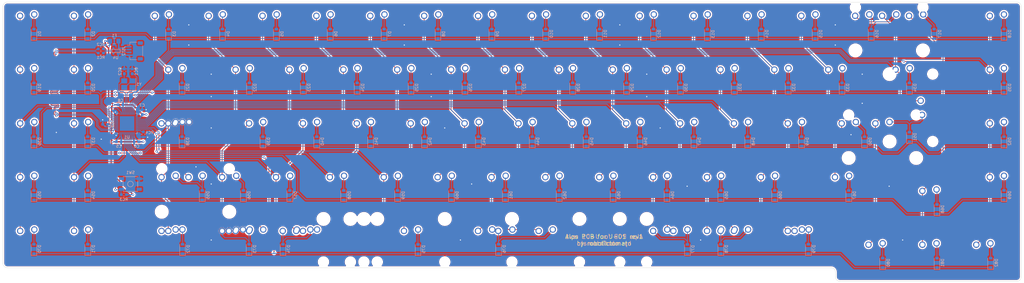
<source format=kicad_pcb>
(kicad_pcb (version 20211014) (generator pcbnew)
  (layers (0 "F.Cu" signal) (31 "B.Cu" signal) (34 "B.Paste" user) (35 "F.Paste" user) (36 "B.SilkS" user "B.Silkscreen") (37 "F.SilkS" user "F.Silkscreen") (38 "B.Mask" user) (39 "F.Mask" user) (44 "Edge.Cuts" user))
  (net 0 "")
  (net 1 "GND")
  (net 2 "Net-(C2-Pad1)")
  (net 3 "+5V")
  (net 4 "XTAL1")
  (net 5 "XTAL2")
  (net 6 "Net-(D1-Pad2)")
  (net 7 "ROW0")
  (net 8 "Net-(D2-Pad2)")
  (net 9 "Net-(D3-Pad2)")
  (net 10 "Net-(D4-Pad2)")
  (net 11 "Net-(D5-Pad2)")
  (net 12 "Net-(D6-Pad2)")
  (net 13 "Net-(D7-Pad2)")
  (net 14 "Net-(D8-Pad2)")
  (net 15 "Net-(D9-Pad2)")
  (net 16 "Net-(D10-Pad2)")
  (net 17 "Net-(D11-Pad2)")
  (net 18 "Net-(D12-Pad2)")
  (net 19 "Net-(D13-Pad2)")
  (net 20 "Net-(D14-Pad2)")
  (net 21 "Net-(D15-Pad2)")
  (net 22 "Net-(D16-Pad2)")
  (net 23 "Net-(D17-Pad2)")
  (net 24 "Net-(D18-Pad2)")
  (net 25 "Net-(D19-Pad2)")
  (net 26 "ROW1")
  (net 27 "Net-(D20-Pad2)")
  (net 28 "Net-(D21-Pad2)")
  (net 29 "Net-(D22-Pad2)")
  (net 30 "Net-(D23-Pad2)")
  (net 31 "Net-(D24-Pad2)")
  (net 32 "Net-(D25-Pad2)")
  (net 33 "Net-(D26-Pad2)")
  (net 34 "Net-(D27-Pad2)")
  (net 35 "Net-(D28-Pad2)")
  (net 36 "Net-(D29-Pad2)")
  (net 37 "Net-(D30-Pad2)")
  (net 38 "Net-(D31-Pad2)")
  (net 39 "Net-(D32-Pad2)")
  (net 40 "Net-(D33-Pad2)")
  (net 41 "Net-(D34-Pad2)")
  (net 42 "Net-(D35-Pad2)")
  (net 43 "Net-(D36-Pad2)")
  (net 44 "ROW2")
  (net 45 "Net-(D37-Pad2)")
  (net 46 "Net-(D38-Pad2)")
  (net 47 "Net-(D39-Pad2)")
  (net 48 "Net-(D40-Pad2)")
  (net 49 "Net-(D41-Pad2)")
  (net 50 "Net-(D42-Pad2)")
  (net 51 "Net-(D43-Pad2)")
  (net 52 "Net-(D44-Pad2)")
  (net 53 "Net-(D45-Pad2)")
  (net 54 "Net-(D46-Pad2)")
  (net 55 "Net-(D47-Pad2)")
  (net 56 "Net-(D48-Pad2)")
  (net 57 "Net-(D49-Pad2)")
  (net 58 "Net-(D50-Pad2)")
  (net 59 "Net-(D51-Pad2)")
  (net 60 "Net-(D52-Pad2)")
  (net 61 "Net-(D53-Pad2)")
  (net 62 "ROW3")
  (net 63 "Net-(D54-Pad2)")
  (net 64 "Net-(D55-Pad2)")
  (net 65 "Net-(D56-Pad2)")
  (net 66 "Net-(D57-Pad2)")
  (net 67 "Net-(D58-Pad2)")
  (net 68 "Net-(D59-Pad2)")
  (net 69 "Net-(D60-Pad2)")
  (net 70 "Net-(D61-Pad2)")
  (net 71 "Net-(D62-Pad2)")
  (net 72 "Net-(D63-Pad2)")
  (net 73 "Net-(D64-Pad2)")
  (net 74 "Net-(D65-Pad2)")
  (net 75 "Net-(D66-Pad2)")
  (net 76 "Net-(D67-Pad2)")
  (net 77 "Net-(D68-Pad2)")
  (net 78 "Net-(D69-Pad2)")
  (net 79 "Net-(D70-Pad2)")
  (net 80 "ROW4")
  (net 81 "Net-(D71-Pad2)")
  (net 82 "Net-(D72-Pad2)")
  (net 83 "Net-(D73-Pad2)")
  (net 84 "Net-(D74-Pad2)")
  (net 85 "Net-(D75-Pad2)")
  (net 86 "Net-(D76-Pad2)")
  (net 87 "Net-(D77-Pad2)")
  (net 88 "Net-(D78-Pad2)")
  (net 89 "Net-(D79-Pad2)")
  (net 90 "Net-(D80-Pad2)")
  (net 91 "VCC")
  (net 92 "Net-(JST2-Pad3)")
  (net 93 "Net-(JST2-Pad2)")
  (net 94 "D-")
  (net 95 "D+")
  (net 96 "Net-(RC3-Pad2)")
  (net 97 "COL12")
  (net 98 "COL11")
  (net 99 "COL3")
  (net 100 "COL4")
  (net 101 "COL5")
  (net 102 "COL6")
  (net 103 "COL7")
  (net 104 "COL8")
  (net 105 "COL9")
  (net 106 "COL10")
  (net 107 "COL14")
  (net 108 "COL13")
  (net 109 "COL15")
  (net 110 "COL16")
  (net 111 "COL2")
  (net 112 "COL17")
  (net 113 "COL0")
  (net 114 "COL1")
  (net 118 "Net-(RC4-Pad2)")
  (net 119 "Net-(D81-Pad2)")
  (net 120 "Net-(D82-Pad2)")
  (footprint "Alps_Only:ALPS-1U" (layer "F.Cu") (at 165.89375 132.55625)
    (fp_text reference "SW-C1")
    (fp_text value "MX_Alps-1U")
  )
  (footprint "Alps_Only:ALPS-2.25U" (layer "F.Cu") (at 339.725 113.50625)
    (fp_text reference "SW-ANSIEN1")
    (fp_text value "MX_Alps-2.25U")
  )
  (footprint "Alps_Only:ALPS-1.5U" (layer "F.Cu") (at 346.86875 94.45625)
    (fp_text reference "SW-\\2")
    (fp_text value "MX_Alps-1.5U")
  )
  (footprint "Alps_Only:ALPS-1U" (layer "F.Cu") (at 108.74375 132.55625)
    (fp_text reference "SW-\\3")
    (fp_text value "MX_Alps-1U")
  )
  (footprint "Alps_Only:ALPS-1U" (layer "F.Cu") (at 304.00625 94.45625)
    (fp_text reference "SW-[1")
    (fp_text value "MX_Alps-1U")
  )
  (footprint "Alps_Only:ALPS-1U" (layer "F.Cu") (at 289.71875 113.50625)
    (fp_text reference "SW-;1")
    (fp_text value "MX_Alps-1U")
  )
  (footprint "Alps_Only:ALPS-1U" (layer "F.Cu") (at 299.24375 132.55625)
    (fp_text reference "SW-/1")
    (fp_text value "MX_Alps-1U")
  )
  (footprint "Alps_Only:ALPS-1U" (layer "F.Cu") (at 327.81875 113.50625)
    (fp_text reference "SW-#1")
    (fp_text value "MX_Alps-1U")
  )
  (footprint "Alps_Only:ALPS-1U" (layer "F.Cu") (at 280.19375 132.55625)
    (fp_text reference "SW-.1")
    (fp_text value "MX_Alps-1U")
  )
  (footprint "Alps_Only:ALPS-1U" (layer "F.Cu") (at 308.76875 113.50625)
    (fp_text reference "SW-'1")
    (fp_text value "MX_Alps-1U")
  )
  (footprint "Alps_Only:ALPS-1U" (layer "F.Cu") (at 261.14375 132.55625)
    (fp_text reference "SW-,1")
    (fp_text value "MX_Alps-1U")
  )
  (footprint "Alps_Only:ALPS-1U" (layer "F.Cu") (at 203.99375 132.55625)
    (fp_text reference "SW-B1")
    (fp_text value "MX_Alps-1U")
  )
  (footprint "Alps_Only:ALPS-1U" (layer "F.Cu") (at 118.26875 113.50625)
    (fp_text reference "SW-A1")
    (fp_text value "MX_Alps-1U")
  )
  (footprint "Alps_Only:ALPS-1U" (layer "F.Cu") (at 323.05625 94.45625)
    (fp_text reference "SW-]1")
    (fp_text value "MX_Alps-1U")
  )
  (footprint "Alps_Only:ALPS-1.25U" (layer "F.Cu") (at 87.3125 113.50625)
    (fp_text reference "SW-STEPCAPS1")
    (fp_text value "MX_Alps-1.75U")
  )
  (footprint "Alps_Only:ALPS-1U" (layer "F.Cu") (at 189.70625 94.45625)
    (fp_text reference "SW-T1")
    (fp_text value "MX_Alps-1U")
  )
  (footprint "Alps_Only:ALPS-6.25U" (layer "F.Cu") (at 206.375 151.60625)
    (fp_text reference "SW-SPACE625")
    (fp_text value "MX_Alps-6.25U")
  )
  (footprint "Alps_Only:ALPS-1U" (layer "F.Cu") (at 127.79375 132.55625)
    (fp_text reference "SW-Z1")
    (fp_text value "MX_Alps-1U")
  )
  (footprint "Alps_Only:ALPS-1U" (layer "F.Cu") (at 208.75625 94.45625)
    (fp_text reference "SW-Y1")
    (fp_text value "MX_Alps-1U")
  )
  (footprint "Alps_Only:ALPS-1U" (layer "F.Cu") (at 146.84375 132.55625)
    (fp_text reference "SW-X1")
    (fp_text value "MX_Alps-1U")
  )
  (footprint "Alps_Only:ALPS-1U" (layer "F.Cu") (at 132.55625 94.45625)
    (fp_text reference "SW-W1")
    (fp_text value "MX_Alps-1U")
  )
  (footprint "Alps_Only:ALPS-1U" (layer "F.Cu") (at 184.94375 132.55625)
    (fp_text reference "SW-V1")
    (fp_text value "MX_Alps-1U")
  )
  (footprint "Alps_Only:ALPS-1U" (layer "F.Cu") (at 227.80625 94.45625)
    (fp_text reference "SW-U1")
    (fp_text value "MX_Alps-1U")
  )
  (footprint "Alps_Only:ALPS-1.75U" (layer "F.Cu") (at 325.4375 132.55625)
    (fp_text reference "SW-RSHFT1")
    (fp_text value "MX_Alps-1.75U")
  )
  (footprint "Alps_Only:ALPS-1U" (layer "F.Cu") (at 137.31875 113.50625)
    (fp_text reference "SW-S1")
    (fp_text value "MX_Alps-1U")
  )
  (footprint "Alps_Only:ALPS-1U" (layer "F.Cu") (at 37.33125 151.60625)
    (fp_text reference "SW-M9")
    (fp_text value "MX_Alps-1U")
  )
  (footprint "Alps_Only:ALPS-1U" (layer "F.Cu") (at 242.09375 132.55625)
    (fp_text reference "SW-M11")
    (fp_text value "MX_Alps-1U")
  )
  (footprint "Alps_Only:ALPS-1U" (layer "F.Cu") (at 380.19 113.50625)
    (fp_text reference "SW-PGDN1")
    (fp_text value "MX_Alps-1U")
  )
  (footprint "Alps_Only:ALPS-1U" (layer "F.Cu") (at 223.04375 132.55625)
    (fp_text reference "SW-N1")
    (fp_text value "MX_Alps-1U")
  )
  (footprint "Alps_Only:ALPS-1U" (layer "F.Cu") (at 194.46875 113.50625)
    (fp_text reference "SW-G1")
    (fp_text value "MX_Alps-1U")
  )
  (footprint "Alps_Only:ALPS-1.25U" (layer "F.Cu") (at 87.3125 132.55625)
    (fp_text reference "SW-LSHIFT2")
    (fp_text value "MX_Alps-1.25U")
  )
  (footprint "Alps_Only:ALPS-1U" (layer "F.Cu") (at 170.65625 94.45625)
    (fp_text reference "SW-R1")
    (fp_text value "MX_Alps-1U")
  )
  (footprint "Alps_Only:ALPS-1U" (layer "F.Cu") (at 270.66875 113.50625)
    (fp_text reference "SW-L1")
    (fp_text value "MX_Alps-1U")
  )
  (footprint "Alps_Only:ALPS-1U" (layer "F.Cu") (at 265.90625 94.45625)
    (fp_text reference "SW-O1")
    (fp_text value "MX_Alps-1U")
  )
  (footprint "Alps_Only:ALPS-1U" (layer "F.Cu") (at 37.33125 132.55625)
    (fp_text reference "SW-M7")
    (fp_text value "MX_Alps-1U")
  )
  (footprint "Alps_Only:ALPS-1U" (layer "F.Cu") (at 56.38125 132.55625)
    (fp_text reference "SW-M8")
    (fp_text value "MX_Alps-1U")
  )
  (footprint "Alps_Only:ALPS-1U" (layer "F.Cu") (at 156.36875 113.50625)
    (fp_text reference "SW-D1")
    (fp_text value "MX_Alps-1U")
  )
  (footprint "Alps_Only:ALPS-ISO-FLIPPED" (layer "F.Cu") (at 349.25 103.98125)
    (fp_text reference "SW-ISOEN1")
    (fp_text value "MX_Alps-ISO")
  )
  (footprint "Alps_Only:ALPS-1U" (layer "F.Cu") (at 113.50625 94.45625)
    (fp_text reference "SW-Q1")
    (fp_text value "MX_Alps-1U")
  )
  (footprint "Alps_Only:ALPS-1U" (layer "F.Cu") (at 175.41875 113.50625)
    (fp_text reference "SW-F1")
    (fp_text value "MX_Alps-1U")
  )
  (footprint "Alps_Only:ALPS-1U" (layer "F.Cu") (at 284.95625 94.45625)
    (fp_text reference "SW-P1")
    (fp_text value "MX_Alps-1U")
  )
  (footprint "Alps_Only:ALPS-1.5U" (layer "F.Cu") (at 118.26875 151.60625)
    (fp_text reference "SW-LALT2")
    (fp_text value "MX_Alps-1.5U")
  )
  (footprint "Alps_Only:ALPS-1.25U" (layer "F.Cu") (at 111.125 151.60625)
    (fp_text reference "SW-LWIN1")
    (fp_text value "MX_Alps-1.25U")
  )
  (footprint "Alps_Only:ALPS-1U" (layer "F.Cu") (at 380.19 132.55625)
    (fp_text reference "SW-END1")
    (fp_text value "MX_Alps-1U")
  )
  (footprint "Alps_Only:ALPS-1U" (layer "F.Cu") (at 213.51875 113.50625)
    (fp_text reference "SW-H1")
    (fp_text value "MX_Alps-1U")
  )
  (footprint "Alps_Only:ALPS-1U" (layer "F.Cu") (at 37.3 94.45)
    (fp_text reference "SW-M3")
    (fp_text value "MX_Alps-1U")
  )
  (footprint "Alps_Only:ALPS-1.25U" (layer "F.Cu") (at 87.3125 151.60625)
    (fp_text reference "SW-LCTRL1")
    (fp_text value "MX_Alps-1.25U")
  )
  (footprint "Alps_Only:ALPS-1U" (layer "F.Cu") (at 251.61875 113.50625)
    (fp_text reference "SW-K1")
    (fp_text value "MX_Alps-1U")
  )
  (footprint "Alps_Only:ALPS-1U" (layer "F.Cu") (at 151.60625 94.45625)
    (fp_text reference "SW-E1")
    (fp_text value "MX_Alps-1U")
  )
  (footprint "Alps_Only:ALPS-1U" (layer "F.Cu") (at 232.56875 113.50625)
    (fp_text reference "SW-J1")
    (fp_text value "MX_Alps-1U")
  )
  (footprint "Alps_Only:ALPS-2.25U" (layer "F.Cu") (at 96.8375 132.55625)
    (fp_text reference "SW-LSHIFT1")
    (fp_text value "MX_Alps-1U")
  )
  (footprint "Alps_Only:ALPS-1U" (layer "F.Cu") (at 246.85625 94.45625)
    (fp_text reference "SW-I1")
    (fp_text value "MX_Alps-1U")
  )
  (footprint "Alps_Only:ALPS-1.75U" (layer "F.Cu") (at 92.075 113.50625)
    (fp_text reference "SW-CAPS1")
    (fp_text value "MX_Alps-1.75U")
  )
  (footprint "Alps_Only:ALPS-1U" (layer "F.Cu") (at 56.38125 151.60625)
    (fp_text reference "SW-M10")
    (fp_text value "MX_Alps-1U")
  )
  (footprint "Alps_Only:ALPS-1.5U" (layer "F.Cu") (at 280.19375 151.60625)
    (fp_text reference "SW-RALT1")
    (fp_text value "MX_Alps-1.5U")
  )
  (footprint "Alps_Only:ALPS-1.5U" (layer "F.Cu") (at 308.76875 151.60625)
    (fp_text reference "SW-RCTRL1")
    (fp_text value "MX_Alps-1.5U")
  )
  (footprint "Alps_Only:ALPS-1.25U" (layer "F.Cu") (at 134.9375 151.60625)
    (fp_text reference "SW-LALT1")
    (fp_text value "MX_Alps-1.25U")
  )
  (footprint "MX_Alps_Hybrid:MX-2.25U-Stab-Only" (layer "F.Cu") (at 339.725 113.50625)
    (fp_text reference "Stab-225U1" hide)
    (fp_text value "Stab-2.25U")
  )
  (footprint "Alps_Only:ALPS-1.5U" (layer "F.Cu") (at 89.69375 113.50625)
    (fp_text reference "SW-3800CAPS1")
    (fp_text value "MX_Alps-1.75U")
  )
  (footprint "Alps_Only:ALPS-1U" (layer "F.Cu") (at 108.74375 151.60625)
    (fp_text reference "SW-LWIN2")
    (fp_text value "MX_Alps-1U")
  )
  (footprint "Alps_Only:ALPS-1U" (layer "F.Cu") (at 284.95625 151.60625)
    (fp_text reference "SW-MENU2")
    (fp_text value "MX_Alps-1U")
  )
  (footprint "Alps_Only:ALPS-1.5U" (layer "F.Cu") (at 89.69375 151.60625)
    (fp_text reference "SW-LCTRL2")
    (fp_text value "MX_Alps-1.5U")
  )
  (footprint "Alps_Only:ALPS-7U" (layer "F.Cu") (at 199.23125 151.60625)
    (fp_text reference "SW-SPACE7")
    (fp_text value "MX_Alps-7U")
  )
  (footprint "Alps_Only:ALPS-1.25U" (layer "F.Cu") (at 130.175 151.60625)
    (fp_text reference "SW-LALT3")
    (fp_text value "MX_Alps-1.25U")
  )
  (footprint "Alps_Only:ALPS-1U" (layer "F.Cu") (at 56.35 94.45)
    (fp_text reference "SW-M4")
    (fp_text value "MX_Alps-1U")
  )
  (footprint "Alps_Only:ALPS-1.5U" (layer "F.Cu") (at 137.31875 151.60625)
    (fp_text reference "SW-LALT4")
    (fp_text value "MX_Alps-1.5U")
  )
  (footprint "Alps_Only:ALPS-1U" (layer "F.Cu") (at 113.50625 151.60625)
    (fp_text reference "SW-LWIN3")
    (fp_text value "MX_Alps-1.U")
  )
  (footprint "Alps_Only:ALPS-1.5U" (layer "F.Cu") (at 261.14375 151.60625)
    (fp_text reference "SW-RALT3")
    (fp_text value "MX_Alps-1.5U")
  )
  (footprint "MX_Alps_Hybrid:MX-2.25U-Stab-Only" (layer "F.Cu") (at 173.0375 151.60625 180)
    (fp_text reference "Stab-225U2" hide)
    (fp_text value "Stab-2.25U")
  )
  (footprint "MX_Alps_Hybrid:MX-2.75U-Stab-Only" (layer "F.Cu") (at 220.6625 151.60625 180)
    (fp_text reference "Stab-275U1" hide)
    (fp_text value "Stab-2.75U")
  )
  (footprint "Alps_Only:ALPS-2.25U" (layer "F.Cu") (at 173.0375 151.60625)
    (fp_text reference "SW-SPACE225")
    (fp_text value "MX_Alps-2.25U")
  )
  (footprint "Alps_Only:ALPS-2.75U" (layer "F.Cu") (at 220.6625 151.60625)
    (fp_text reference "SW-SPACE275")
    (fp_text value "MX_Alps-2.75U")
  )
  (footprint "MX_Alps_Hybrid:MX-6.25U-Stab-Only-Reversed" (layer "F.Cu") (at 206.375 151.60625)
    (fp_text reference "Stab-625U1" hide)
    (fp_text value "Stab-6.25U")
  )
  (footprint "MX_Alps_Hybrid:MX-6U-Centered-ReversedStabilizers-NoLED" (layer "F.Cu") (at 199.23125 151.60625)
    (fp_text reference "SW-SPACE6")
    (fp_text value "MX_Alps-6U")
  )
  (footprint "Alps_Only:ALPS-1.25U" (layer "F.Cu") (at 311.15 151.60625)
    (fp_text reference "SW-RCTRL2")
    (fp_text value "MX_Alps-1.25U")
  )
  (footprint "Alps_Only:ALPS-1.25U" (layer "F.Cu") (at 268.2875 151.60625)
    (fp_text reference "SW-RALT2")
    (fp_text value "MX_Alps-1.25U")
  )
  (footprint "Alps_Only:ALPS-1U" (layer "F.Cu") (at 289.71875 151.60625)
    (fp_text reference "SW-MENU1")
    (fp_text value "MX_Alps-1U")
  )
  (footprint "MX_Alps_Hybrid:MX-7U-Stab-Only-Reversed" (layer "F.Cu") (at 199.23125 151.60625)
    (fp_text reference "Stab-7U1" hide)
    (fp_text value "Stab-7U")
  )
  (footprint "Alps_Only:ALPS-1U" (layer "F.Cu") (at 351.63125 75.4)
    (fp_text reference "SW-`1")
    (fp_text value "MX_Alps-1U")
  )
  (footprint "Alps_Only:ALPS-1U" (layer "F.Cu") (at 256.38125 75.40625)
    (fp_text reference "SW-9")
    (fp_text value "MX_Alps-1U")
  )
  (footprint "MX_Alps_Hybrid:MX-2U-Stab-Only" (layer "F.Cu") (at 342.10625 75.40625)
    (fp_text reference "Stab-2U1" hide)
    (fp_text value "Stab-2U")
  )
  (footprint "Alps_Only:ALPS-1U" (layer "F.Cu") (at 142.08125 75.40625)
    (fp_text reference "SW-3")
    (fp_text value "MX_Alps-1U")
  )
  (footprint "Alps_Only:ALPS-1U" (layer "F.Cu") (at 103.98125 75.40625)
    (fp_text reference "SW-1")
    (fp_text value "MX_Alps-1U")
  )
  (footprint "Alps_Only:ALPS-1U" (layer "F.Cu") (at 275.43125 75.40625)
    (fp_text reference "SW-0")
    (fp_text value "MX_Alps-1U")
  )
  (footprint "Alps_Only:ALPS-1U" (layer "F.Cu") (at 161.13125 75.40625)
    (fp_text reference "SW-4")
    (fp_text value "MX_Alps-1U")
  )
  (footprint "Alps_Only:ALPS-1U" (layer "F.Cu") (at 123.03125 75.40625)
    (fp_text reference "SW-2")
    (fp_text value "MX_Alps-1U")
  )
  (footprint "Alps_Only:ALPS-1U" (layer "F.Cu") (at 237.33125 75.40625)
    (fp_text reference "SW-8")
    (fp_text value "MX_Alps-1U")
  )
  (footprint "Alps_Only:ALPS-1U" (layer "F.Cu") (at 313.53125 75.40625)
    (fp_text reference "SW-=1")
    (fp_text value "MX_Alps-1U")
  )
  (footprint "Alps_Only:ALPS-1U" (layer "F.Cu") (at 332.58125 75.4)
    (fp_text reference "SW-\\1")
    (fp_text value "MX_Alps-1U")
  )
  (footprint "Alps_Only:ALPS-1U" (layer "F.Cu") (at 294.48125 75.40625)
    (fp_text reference "SW--1")
    (fp_text value "MX_Alps-1U")
  )
  (footprint "Alps_Only:ALPS-1U" (layer "F.Cu") (at 180.18125 75.40625)
    (fp_text reference "SW-5")
    (fp_text value "MX_Alps-1U")
  )
  (footprint "Alps_Only:ALPS-1U" (layer "F.Cu") (at 199.23125 75.40625)
    (fp_text reference "SW-6")
    (fp_text value "MX_Alps-1U")
  )
  (footprint "Alps_Only:ALPS-1U" (layer "F.Cu") (at 218.28125 75.40625)
    (fp_text reference "SW-7")
    (fp_text value "MX_Alps-1U")
  )
  (footprint "Alps_Only:ALPS-2U" (layer "F.Cu") (at 342.10625 75.40625)
    (fp_text reference "SW-BKSP1")
    (fp_text value "MX_Alps-2U")
  )
  (footprint "Alps_Only:ALPS-1U" (layer "F.Cu") (at 84.93125 75.40625)
    (fp_text reference "SW-ESC1")
    (fp_text value "MX_Alps-1U")
  )
  (footprint "Alps_Only:ALPS-1U" (layer "F.Cu") (at 56.35 75.4)
    (fp_text reference "SW-M2")
    (fp_text value "MX_Alps-1U")
  )
  (footprint "Alps_Only:ALPS-1U" (layer "F.Cu") (at 37.3 75.4)
    (fp_text reference "SW-M1")
    (fp_text value "MX_Alps-1U")
  )
  (footprint "MX_Alps_Hybrid:MX-2.25U-Stab-Only" (layer "F.Cu") (at 96.8375 132.55625)
    (fp_text reference "Stab-225U3" hide)
    (fp_text value "Stab-2.25U")
  )
  (footprint "Alps_Only:ALPS-1U" (layer "F.Cu") (at 337.3 156.48125)
    (fp_text reference "SW-LEFT1")
    (fp_text value "MX_Alps-1U")
  )
  (footprint "Alps_Only:ALPS-1U" (layer "F.Cu") (at 356.35 156.48125)
    (fp_text reference "SW-DOWN1")
    (fp_text value "MX_Alps-1U")
  )
  (footprint "Alps_Only:ALPS-1U" (layer "F.Cu") (at 375.4 156.48125)
    (fp_text reference "SW-RIGHT1")
    (fp_text value "MX_Alps-1U")
  )
  (footprint "Alps_Only:ALPS-1U" (layer "F.Cu") (at 356.35 137.43)
    (fp_text reference "SW-UP1")
    (fp_text value "MX_Alps-1U")
  )
  (footprint "Alps_Only:ALPS-1U" (layer "F.Cu") (at 380.19 75.41)
    (fp_text reference "SW-DEL1")
    (fp_text value "MX_Alps-1U")
  )
  (footprint "Alps_Only:ALPS-1U" (layer "F.Cu") (at 380.19 94.46)
    (fp_text reference "SW-PGUP1")
    (fp_text value "MX_Alps-1U")
  )
  (footprint "Alps_Only:ALPS-1.5U" (layer "F.Cu") (at 89.69375 94.45625)
    (fp_text reference "SW-TAB1")
    (fp_text value "MX_Alps-1.5U")
  )
  (footprint "Alps_Only:ALPS-1U" (layer "F.Cu") (at 37.33 113.51)
    (fp_text reference "SW-M5")
    (fp_text value "MX_Alps-1U")
  )
  (footprint "Alps_Only:ALPS-1U" (layer "F.Cu") (at 56.38 113.5)
    (fp_text reference "SW-M6")
    (fp_text value "MX_Alps-1U")
  )
  (footprint "random-keyboard-parts:SKQGADE010" (layer "B.Cu") (at 73.81875 130.96875)
    (fp_text reference "SW1")
    (fp_text value "SW_Push")
  )
  (footprint "Resistor_SMD:R_0603_1608Metric_Pad0.98x0.95mm_HandSolder" (layer "B.Cu") (at 63.35 84.6 180)
    (fp_text reference "RC2")
    (fp_text value "22")
  )
  (footprint "Diode_SMD:D_SOD-123" (layer "B.Cu") (at 313.53125 153.9875 90)
    (fp_text reference "D79")
    (fp_text value "SOD-123")
  )
  (footprint "Diode_SMD:D_SOD-123" (layer "B.Cu") (at 359 139.9 90)
    (fp_text reference "D68")
    (fp_text value "SOD-123")
  )
  (footprint "Diode_SMD:D_SOD-123" (layer "B.Cu") (at 263.525 134.9375 90)
    (fp_text reference "D64")
    (fp_text value "SOD-123")
  )
  (footprint "Diode_SMD:D_SOD-123" (layer "B.Cu") (at 333.375 115.8875 90)
    (fp_text reference "D50")
    (fp_text value "SOD-123")
  )
  (footprint "Diode_SMD:D_SOD-123" (layer "B.Cu") (at 149.225 134.9375 90)
    (fp_text reference "D58")
    (fp_text value "SOD-123")
  )
  (footprint "Diode_SMD:D_SOD-123" (layer "B.Cu") (at 282.575 153.9875 90)
    (fp_text reference "D78")
    (fp_text value "SOD-123")
  )
  (footprint "Diode_SMD:D_SOD-123" (layer "B.Cu") (at 206.375 134.9375 90)
    (fp_text reference "D61")
    (fp_text value "SOD-123")
  )
  (footprint "Diode_SMD:D_SOD-123" (layer "B.Cu") (at 204 153.9875 90)
    (fp_text reference "D76")
    (fp_text value "SOD-123")
  )
  (footprint "Diode_SMD:D_SOD-123" (layer "B.Cu") (at 127.75 153.9875 90)
    (fp_text reference "D74")
    (fp_text value "SOD-123")
  )
  (footprint "Diode_SMD:D_SOD-123" (layer "B.Cu") (at 115.75 153.9875 90)
    (fp_text reference "D73")
    (fp_text value "SOD-123")
  )
  (footprint "Diode_SMD:D_SOD-123" (layer "B.Cu") (at 301.625 134.9375 90)
    (fp_text reference "D66")
    (fp_text value "SOD-123")
  )
  (footprint "Diode_SMD:D_SOD-123" (layer "B.Cu") (at 58.7375 134.9375 90)
    (fp_text reference "D54")
    (fp_text value "SOD-123")
  )
  (footprint "Diode_SMD:D_SOD-123" (layer "B.Cu") (at 382.7 115.8875 90)
    (fp_text reference "D52")
    (fp_text value "SOD-123")
  )
  (footprint "Diode_SMD:D_SOD-123" (layer "B.Cu") (at 311.15 115.8875 90)
    (fp_text reference "D49")
    (fp_text value "SOD-123")
  )
  (footprint "Diode_SMD:D_SOD-123" (layer "B.Cu") (at 92.25 153.9875 90)
    (fp_text reference "D72")
    (fp_text value "SOD-123")
  )
  (footprint "Diode_SMD:D_SOD-123" (layer "B.Cu") (at 58.7375 153.9875 90)
    (fp_text reference "D71")
    (fp_text value "SOD-123")
  )
  (footprint "Diode_SMD:D_SOD-123" (layer "B.Cu") (at 327.81875 134.9375 90)
    (fp_text reference "D67")
    (fp_text value "SOD-123")
  )
  (footprint "Diode_SMD:D_SOD-123" (layer "B.Cu") (at 382.7 134.9 90)
    (fp_text reference "D69")
    (fp_text value "SOD-123")
  )
  (footprint "Diode_SMD:D_SOD-123" (layer "B.Cu") (at 282.575 134.9375 90)
    (fp_text reference "D65")
    (fp_text value "SOD-123")
  )
  (footprint "Diode_SMD:D_SOD-123" (layer "B.Cu") (at 244.475 134.9375 90)
    (fp_text reference "D63")
    (fp_text value "SOD-123")
  )
  (footprint "Diode_SMD:D_SOD-123" (layer "B.Cu") (at 349.25 114.3 90)
    (fp_text reference "D51")
    (fp_text value "SOD-123")
  )
  (footprint "Diode_SMD:D_SOD-123" (layer "B.Cu") (at 225.425 134.9375 90)
    (fp_text reference "D62")
    (fp_text value "SOD-123")
  )
  (footprint "Diode_SMD:D_SOD-123" (layer "B.Cu") (at 187.325 134.9375 90)
    (fp_text reference "D60")
    (fp_text value "SOD-123")
  )
  (footprint "Diode_SMD:D_SOD-123" (layer "B.Cu") (at 168.275 134.9375 90)
    (fp_text reference "D59")
    (fp_text value "SOD-123")
  )
  (footprint "Diode_SMD:D_SOD-123" (layer "B.Cu") (at 130.175 134.9375 90)
    (fp_text reference "D57")
    (fp_text value "SOD-123")
  )
  (footprint "Diode_SMD:D_SOD-123" (layer "B.Cu") (at 113.75 134.9375 90)
    (fp_text reference "D56")
    (fp_text value "SOD-123")
  )
  (footprint "Diode_SMD:D_SOD-123" (layer "B.Cu") (at 39.6875 134.9375 90)
    (fp_text reference "D53")
    (fp_text value "SOD-123")
  )
  (footprint "Diode_SMD:D_SOD-123" (layer "B.Cu") (at 99.21875 134.9375 90)
    (fp_text reference "D55")
    (fp_text value "SOD-123")
  )
  (footprint "Diode_SMD:D_SOD-123" (layer "B.Cu") (at 177.8 115.8875 90)
    (fp_text reference "D42")
    (fp_text value "SOD-123")
  )
  (footprint "Diode_SMD:D_SOD-123" (layer "B.Cu") (at 211.1375 96.8375 90)
    (fp_text reference "D27")
    (fp_text value "SOD-123")
  )
  (footprint "Diode_SMD:D_SOD-123" (layer "B.Cu") (at 296.8625 77.7875 90)
    (fp_text reference "D14")
    (fp_text value "SOD-123")
  )
  (footprint "Diode_SMD:D_SOD-123" (layer "B.Cu") (at 39.6875 96.8375 90)
    (fp_text reference "D19")
    (fp_text value "SOD-123")
  )
  (footprint "Diode_SMD:D_SOD-123" (layer "B.Cu") (at 254 115.8875 90)
    (fp_text reference "D46")
    (fp_text value "SOD-123")
  )
  (footprint "Diode_SMD:D_SOD-123" (layer "B.Cu") (at 249.2375 96.8375 90)
    (fp_text reference "D29")
    (fp_text value "SOD-123")
  )
  (footprint "Diode_SMD:D_SOD-123" (layer "B.Cu") (at 153.9875 96.8375 90)
    (fp_text reference "D24")
    (fp_text value "SOD-123")
  )
  (footprint "Diode_SMD:D_SOD-123" (layer "B.Cu") (at 58.7375 96.8375 90)
    (fp_text reference "D20")
    (fp_text value "SOD-123")
  )
  (footprint "Diode_SMD:D_SOD-123" (layer "B.Cu") (at 58.7375 115.8875 90)
    (fp_text reference "D37")
    (fp_text value "SOD-123")
  )
  (footprint "Diode_SMD:D_SOD-123" (layer "B.Cu") (at 234.95 115.8875 90)
    (fp_text reference "D45")
    (fp_text value "SOD-123")
  )
  (footprint "Diode_SMD:D_SOD-123" (layer "B.Cu") (at 139.7 115.8875 90)
    (fp_text reference "D40")
    (fp_text value "SOD-123")
  )
  (footprint "Diode_SMD:D_SOD-123" (layer "B.Cu") (at 287.3375 96.8375 90)
    (fp_text reference "D31")
    (fp_text value "SOD-123")
  )
  (footprint "Diode_SMD:D_SOD-123" (layer "B.Cu") (at 173.0375 96.8375 90)
    (fp_text reference "D25")
    (fp_text value "SOD-123")
  )
  (footprint "Diode_SMD:D_SOD-123" (layer "B.Cu") (at 273.05 115.8875 90)
    (fp_text reference "D47")
    (fp_text value "SOD-123")
  )
  (footprint "Diode_SMD:D_SOD-123" (layer "B.Cu") (at 92.075 115.8875 90)
    (fp_text reference "D38")
    (fp_text value "SOD-123")
  )
  (footprint "Diode_SMD:D_SOD-123" (layer "B.Cu") (at 115.8875 96.8375 90)
    (fp_text reference "D22")
    (fp_text value "SOD-123")
  )
  (footprint "Diode_SMD:D_SOD-123" (layer "B.Cu") (at 277.8125 77.85 90)
    (fp_text reference "D13")
    (fp_text value "SOD-123")
  )
  (footprint "Diode_SMD:D_SOD-123" (layer "B.Cu") (at 120.65 115.8875 90)
    (fp_text reference "D39")
    (fp_text value "SOD-123")
  )
  (footprint "Diode_SMD:D_SOD-123" (layer "B.Cu") (at 357.98125 77.7875 90)
    (fp_text reference "D17")
    (fp_text value "SOD-123")
  )
  (footprint "Diode_SMD:D_SOD-123" (layer "B.Cu") (at 134.9375 96.775 90)
    (fp_text reference "D23")
    (fp_text value "SOD-123")
  )
  (footprint "Diode_SMD:D_SOD-123" (layer "B.Cu") (at 158.75 115.8875 90)
    (fp_text reference "D41")
    (fp_text value "SOD-123")
  )
  (footprint "Diode_SMD:D_SOD-123" (layer "B.Cu") (at 306.3875 96.8375 90)
    (fp_text reference "D32")
    (fp_text value "SOD-123")
  )
  (footprint "Diode_SMD:D_SOD-123" (layer "B.Cu") (at 215.9 115.8875 90)
    (fp_text reference "D44")
    (fp_text value "SOD-123")
  )
  (footprint "Diode_SMD:D_SOD-123" (layer "B.Cu") (at 196.85 115.8875 90)
    (fp_text reference "D43")
    (fp_text value "SOD-123")
  )
  (footprint "Diode_SMD:D_SOD-123" (layer "B.Cu") (at 382.7 96.8375 90)
    (fp_text reference "D35")
    (fp_text value "SOD-123")
  )
  (footprint "Diode_SMD:D_SOD-123" (layer "B.Cu") (at 192.0875 96.8375 90)
    (fp_text reference "D26")
    (fp_text value "SOD-123")
  )
  (footprint "Diode_SMD:D_SOD-123" (layer "B.Cu") (at 92.075 96.8375 90)
    (fp_text reference "D21")
    (fp_text value "SOD-123")
  )
  (footprint "Diode_SMD:D_SOD-123" (layer "B.Cu") (at 268.2875 96.8375 90)
    (fp_text reference "D30")
    (fp_text value "SOD-123")
  )
  (footprint "Diode_SMD:D_SOD-123" (layer "B.Cu") (at 349.25 96.8375 90)
    (fp_text reference "D34")
    (fp_text value "SOD-123")
  )
  (footprint "Diode_SMD:D_SOD-123" (layer "B.Cu") (at 230.1875 96.8375 90)
    (fp_text reference "D28")
    (fp_text value "SOD-123")
  )
  (footprint "Diode_SMD:D_SOD-123" (layer "B.Cu") (at 292.1 115.8875 90)
    (fp_text reference "D48")
    (fp_text value "SOD-123")
  )
  (footprint "Diode_SMD:D_SOD-123" (layer "B.Cu") (at 87.3125 77.7875 90)
    (fp_text reference "D3")
    (fp_text value "SOD-123")
  )
  (footprint "Diode_SMD:D_SOD-123" (layer "B.Cu") (at 258.7625 77.7875 90)
    (fp_text reference "D12")
    (fp_text value "SOD-123")
  )
  (footprint "Diode_SMD:D_SOD-123" (layer "B.Cu") (at 239.7125 77.7875 90)
    (fp_text reference "D11")
    (fp_text value "SOD-123")
  )
  (footprint "Diode_SMD:D_SOD-123" (layer "B.Cu") (at 220.6625 77.7875 90)
    (fp_text reference "D10")
    (fp_text value "SOD-123")
  )
  (footprint "Diode_SMD:D_SOD-123" (layer "B.Cu") (at 201.6125 77.7875 90)
    (fp_text reference "D9")
    (fp_text value "SOD-123")
  )
  (footprint "Diode_SMD:D_SOD-123" (layer "B.Cu") (at 182.5625 77.7875 90)
    (fp_text reference "D8")
    (fp_text value "SOD-123")
  )
  (footprint "Diode_SMD:D_SOD-123" (layer "B.Cu") (at 163.5125 77.7875 90)
    (fp_text reference "D7")
    (fp_text value "SOD-123")
  )
  (footprint "Diode_SMD:D_SOD-123" (layer "B.Cu") (at 144.4625 77.7875 90)
    (fp_text reference "D6")
    (fp_text value "SOD-123")
  )
  (footprint "Diode_SMD:D_SOD-123" (layer "B.Cu") (at 125.4125 77.7875 90)
    (fp_text reference "D5")
    (fp_text value "SOD-123")
  )
  (footprint "Diode_SMD:D_SOD-123" (layer "B.Cu") (at 106.3625 77.7875 90)
    (fp_text reference "D4")
    (fp_text value "SOD-123")
  )
  (footprint "Diode_SMD:D_SOD-123" (layer "B.Cu") (at 58.7375 77.7875 90)
    (fp_text reference "D2")
    (fp_text value "SOD-123")
  )
  (footprint "random-keyboard-parts:SOT143B" (layer "B.Cu") (at 68.74375 83.8375 90)
    (fp_text reference "U4")
    (fp_text value "PRTR5V0U2X")
  )
  (footprint "Diode_SMD:D_SOD-123" (layer "B.Cu") (at 315.9125 77.7875 90)
    (fp_text reference "D15")
    (fp_text value "SOD-123")
  )
  (footprint "Diode_SMD:D_SOD-123" (layer "B.Cu") (at 175.5 154.05 90)
    (fp_text reference "D75")
    (fp_text value "SOD-123")
  )
  (footprint "Diode_SMD:D_SOD-123" (layer "B.Cu") (at 270.75 154.05 90)
    (fp_text reference "D77")
    (fp_text value "SOD-123")
  )
  (footprint "Diode_SMD:D_SOD-123" (layer "B.Cu") (at 325.4375 96.8375 90)
    (fp_text reference "D33")
    (fp_text value "SOD-123")
  )
  (footprint "Package_DFN_QFN:QFN-44-1EP_7x7mm_P0.5mm_EP5.15x5.15mm" (layer "B.Cu") (at 72.61875 109.5375)
    (fp_text reference "U1")
    (fp_text value "ATmega32U4-MU")
  )
  (footprint "Connector_JST:JST_SH_SM04B-SRSS-TB_1x04-1MP_P1.00mm_Horizontal" (layer "B.Cu") (at 75.43125 83.85 -90)
    (fp_text reference "JST2")
    (fp_text value "SM04B-SRSS-TB_04")
  )
  (footprint "Resistor_SMD:R_0603_1608Metric_Pad0.98x0.95mm_HandSolder" (layer "B.Cu") (at 63.35 83.1)
    (fp_text reference "RC1")
    (fp_text value "22")
  )
  (footprint "Resistor_SMD:R_0603_1608Metric_Pad0.98x0.95mm_HandSolder" (layer "B.Cu") (at 78.4 113.4 90)
    (fp_text reference "RC4")
    (fp_text value "10k")
  )
  (footprint "Fuse:Fuse_1206_3216Metric_Pad1.42x1.75mm_HandSolder" (layer "B.Cu") (at 68.1 80.35)
    (fp_text reference "F1")
    (fp_text value "1A")
  )
  (footprint "Capacitor_SMD:C_0603_1608Metric_Pad1.08x0.95mm_HandSolder" (layer "B.Cu") (at 64.8975 109.85 180)
    (fp_text reference "C2")
    (fp_text value "1uF")
  )
  (footprint "Capacitor_SMD:C_0603_1608Metric_Pad1.08x0.95mm_HandSolder" (layer "B.Cu") (at 70.3375 102.9)
    (fp_text reference "C8")
    (fp_text value ".1uF")
  )
  (footprint "Resistor_SMD:R_0603_1608Metric_Pad0.98x0.95mm_HandSolder" (layer "B.Cu") (at 71.5 134.75 180)
    (fp_text reference "RC3")
    (fp_text value "10k")
  )
  (footprint "Capacitor_SMD:C_0603_1608Metric_Pad1.08x0.95mm_HandSolder" (layer "B.Cu") (at 78 105.5 90)
    (fp_text reference "C7")
    (fp_text value ".1uF")
  )
  (footprint "Crystal:Crystal_SMD_3225-4Pin_3.2x2.5mm_HandSoldering" (layer "B.Cu") (at 73.0625 95.61875 180)
    (fp_text reference "Y1")
    (fp_text value "16MHz")
  )
  (footprint "Capacitor_SMD:C_0603_1608Metric_Pad1.08x0.95mm_HandSolder" (layer "B.Cu") (at 71.65 91.05 90)
    (fp_text reference "CC2")
    (fp_text value "22pF")
  )
  (footprint "Capacitor_SMD:C_0603_1608Metric_Pad1.08x0.95mm_HandSolder" (layer "B.Cu") (at 74.45 91.05 90)
    (fp_text reference "CC1")
    (fp_text value "22pF")
  )
  (footprint "Diode_SMD:D_SOD-123" (layer "B.Cu") (at 39.6875 115.8875 90)
    (fp_text reference "D36")
    (fp_text value "SOD-123")
  )
  (footprint "Diode_SMD:D_SOD-123" (layer "B.Cu") (at 335.75625 77.7875 90)
    (fp_text reference "D16")
    (fp_text value "SOD-123")
  )
  (footprint "Diode_SMD:D_SOD-123" (layer "B.Cu") (at 39.6875 153.9875 90)
    (fp_text reference "D70")
    (fp_text value "SOD-123")
  )
  (footprint "Capacitor_SMD:C_0603_1608Metric_Pad1.08x0.95mm_HandSolder" (layer "B.Cu") (at 75.9625 116 180)
    (fp_text reference "C6")
    (fp_text value ".1uF")
  )
  (footprint "Diode_SMD:D_SOD-123" (layer "B.Cu") (at 39.6875 77.7875 90)
    (fp_text reference "D1")
    (fp_text value "SOD-123")
  )
  (footprint "Diode_SMD:D_SOD-123" (layer "B.Cu") (at 382.7 77.7875 90)
    (fp_text reference "D18")
    (fp_text value "SOD-123")
  )
  (footprint "Diode_SMD:D_SOD-123" (layer "B.Cu") (at 359 158.9 90)
    (fp_text reference "D81")
    (fp_text value "SOD-123")
  )
  (footprint "Diode_SMD:D_SOD-123" (layer "B.Cu") (at 378 158.9 90)
    (fp_text reference "D82")
    (fp_text value "SOD-123")
  )
  (footprint "Diode_SMD:D_SOD-123" (layer "B.Cu") (at 339.8 158.9 90)
    (fp_text reference "D80")
    (fp_text value "SOD-123")
  )
  (footprint "Capacitor_SMD:C_0603_1608Metric_Pad1.08x0.95mm_HandSolder" (layer "B.Cu") (at 69.7 116)
    (fp_text reference "C5")
    (fp_text value "10uF")
  )
  (gr_line (start 388.7875 163.8425) (end 388.8 68.1625) (layer "Edge.Cuts") (width 0.1))
  (gr_line (start 387.2125 66.575) (end 30.3125 66.575) (layer "Edge.Cuts") (width 0.1))
  (gr_line (start 28.725 68.1625) (end 28.725 159.0125) (layer "Edge.Cuts") (width 0.1))
  (gr_line (start 30.3125 160.6) (end 321.5425 160.6) (layer "Edge.Cuts") (width 0.1))
  (gr_line (start 324.7175 165.43) (end 387.2 165.43) (layer "Edge.Cuts") (width 0.1))
  (gr_arc (start 30.3125 160.6) (mid 29.189968 160.135032) (end 28.725 159.0125) (layer "Edge.Cuts") (width 0.1))
  (gr_arc (start 28.725 68.1625) (mid 29.189968 67.039968) (end 30.3125 66.575) (layer "Edge.Cuts") (width 0.1))
  (gr_arc (start 388.7875 163.8425) (mid 388.322532 164.965032) (end 387.2 165.43) (layer "Edge.Cuts") (width 0.1))
  (gr_arc (start 387.2125 66.575) (mid 388.335032 67.039968) (end 388.8 68.1625) (layer "Edge.Cuts") (width 0.1))
  (gr_arc (start 321.5425 160.6) (mid 322.665032 161.064968) (end 323.13 162.1875) (layer "Edge.Cuts") (width 0.1))
  (gr_arc (start 324.7175 165.43) (mid 323.594968 164.965032) (end 323.13 163.8425) (layer "Edge.Cuts") (width 0.1))
  (gr_line (start 323.13 163.8425) (end 323.13 162.1875) (layer "Edge.Cuts") (width 0.1))
  (gr_text "Alps PCB for J-01 rev1\nby robotictomato" (at 241.3 150.8125) (layer "B.SilkS") (effects (font (size 1.5 1.5) (thickness 0.2)) (justify mirror)))
  (gr_text "Alps PCB for J-01 rev1\nby robotictomato" (at 241.3 150.8125) (layer "F.SilkS") (effects (font (size 1.5 1.5) (thickness 0.2))))
  (via (at 246.85625 74.6125) (size 0.8) (drill 0.4) (layers "F.Cu" "B.Cu") (net 1))
  (via (at 323.05625 74.6125) (size 0.8) (drill 0.4) (layers "F.Cu" "B.Cu") (net 1))
  (via (at 170.65625 81.75625) (size 0.8) (drill 0.4) (layers "F.Cu" "B.Cu") (net 1))
  (via (at 261.14375 111.125) (size 0.8) (drill 0.4) (layers "F.Cu" "B.Cu") (net 1))
  (via (at 102.39375 150.8125) (size 0.8) (drill 0.4) (layers "F.Cu" "B.Cu") (net 1))
  (via (at 170.65625 74.6125) (size 0.8) (drill 0.4) (layers "F.Cu" "B.Cu") (net 1))
  (via (at 64 108.25) (size 0.8) (drill 0.4) (layers "F.Cu" "B.Cu") (net 1))
  (via (at 190.5 150.8125) (size 0.8) (drill 0.4) (layers "F.Cu" "B.Cu") (net 1))
  (via (at 180.18125 92.075) (size 0.8) (drill 0.4) (layers "F.Cu" "B.Cu") (net 1))
  (via (at 94.45625 81.75625) (size 0.8) (drill 0.4) (layers "F.Cu" "B.Cu") (net 1))
  (via (at 68.5 105.5) (size 0.8) (drill 0.4) (layers "F.Cu" "B.Cu") (net 1))
  (via (at 328.6125 113.50625) (size 0.8) (drill 0.4) (layers "F.Cu" "B.Cu") (net 1))
  (via (at 270.66875 131.7625) (size 0.8) (drill 0.4) (layers "F.Cu" "B.Cu") (net 1))
  (via (at 97 124.9) (size 0.8) (drill 0.4) (layers "F.Cu" "B.Cu") (net 1))
  (via (at 180.18125 100.0125) (size 0.8) (drill 0.4) (layers "F.Cu" "B.Cu") (net 1))
  (via (at 332.58125 92.075) (size 0.8) (drill 0.4) (layers "F.Cu" "B.Cu") (net 1))
  (via (at 47.625 112.7125) (size 0.8) (drill 0.4) (layers "F.Cu" "B.Cu") (net 1))
  (via (at 79.9 114.4) (size 0.8) (drill 0.4) (layers "F.Cu" "B.Cu") (net 1))
  (via (at 102.39375 92.075) (size 0.8) (drill 0.4) (layers "F.Cu" "B.Cu") (net 1))
  (via (at 68.75 113.75) (size 0.8) (drill 0.4) (layers "F.Cu" "B.Cu") (net 1))
  (via (at 346.86875 150.8125) (size 0.8) (drill 0.4) (layers "F.Cu" "B.Cu") (net 1))
  (via (at 256.38125 92.075) (size 0.8) (drill 0.4) (layers "F.Cu" "B.Cu") (net 1))
  (via (at 102.39375 130.96875) (size 0.8) (drill 0.4) (layers "F.Cu" "B.Cu") (net 1))
  (via (at 63.5 115.09375) (size 0.8) (drill 0.4) (layers "F.Cu" "B.Cu") (net 1))
  (via (at 94.45625 74.6125) (size 0.8) (drill 0.4) (layers "F.Cu" "B.Cu") (net 1))
  (via (at 256.38125 100.0125) (size 0.8) (drill 0.4) (layers "F.Cu" "B.Cu") (net 1))
  (via (at 246.85625 81.75625) (size 0.8) (drill 0.4) (layers "F.Cu" "B.Cu") (net 1))
  (via (at 332.58125 102.39375) (size 0.8) (drill 0.4) (layers "F.Cu" "B.Cu") (net 1))
  (via (at 342.10625 131.7625) (size 0.8) (drill 0.4) (layers "F.Cu" "B.Cu") (net 1))
  (via (at 184.94375 111.125) (size 0.8) (drill 0.4) (layers "F.Cu" "B.Cu") (net 1))
  (via (at 70.2125 90.1875) (size 0.8) (drill 0.4) (layers "F.Cu" "B.Cu") (net 1))
  (via (at 102.39375 111.125) (size 0.8) (drill 0.4) (layers "F.Cu" "B.Cu") (net 1))
  (via (at 194.46875 130.96875) (size 0.8) (drill 0.4) (layers "F.Cu" "B.Cu") (net 1))
  (via (at 70.5 117.3) (size 0.8) (drill 0.4) (layers "F.Cu" "B.Cu") (net 1))
  (via (at 323.05625 81.75625) (size 0.8) (drill 0.4) (layers "F.Cu" "B.Cu") (net 1))
  (via (at 75.75 90.25) (size 0.8) (drill 0.4) (layers "F.Cu" "B.Cu") (net 1))
  (via (at 79.38 104.63) (size 0.8) (drill 0.4) (layers "F.Cu" "B.Cu") (net 1))
  (via (at 275.43125 150.8125) (size 0.8) (drill 0.4) (layers "F.Cu" "B.Cu") (net 1))
  (via (at 75.3 117.3) (size 0.8) (drill 0.4) (layers "F.Cu" "B.Cu") (net 1))
  (via (at 102.39375 100) (size 0.8) (drill 0.4) (layers "F.Cu" "B.Cu") (net 1))
  (segment (start 70.9625 84.8375) (end 71.5875 84.8375) (width 0.381) (layer "B.Cu") (net 1))
  (segment (start 74.62 114.08) (end 74.62 112.98) (width 0.254) (layer "B.Cu") (net 1))
  (segment (start 64.90051 110.71551) (end 66.536359 110.715509) (width 0.381) (layer "B.Cu") (net 1))
  (segment (start 75.1 117.1) (end 75.3 117.3) (width 0.381) (layer "B.Cu") (net 1))
  (segment (start 72.1 85.35) (end 73.43125 85.35) (width 0.381) (layer "B.Cu") (net 1))
  (segment (start 79.3725 104.6375) (end 79.38 104.63) (width 0.381) (layer "B.Cu") (net 1))
  (segment (start 64.035 109.85) (end 64.035 108.285) (width 0.381) (layer "B.Cu") (net 1))
  (segment (start 64.035 109.85) (end 64.90051 110.71551) (width 0.381) (layer "B.Cu") (net 1))
  (segment (start 71.5875 84.8375) (end 72.1 85.35) (width 0.381) (layer "B.Cu") (net 1))
  (segment (start 70.2125 90.1875) (end 69.5 90.1875) (width 0.381) (layer "B.Cu") (net 1))
  (segment (start 71.2 102.9) (end 71.2 103.79876) (width 0.381) (layer "B.Cu") (net 1))
  (segment (start 75.1 115.5) (end 74.63626 115.03626) (width 0.381) (layer "B.Cu") (net 1))
  (segment (start 75.1 116) (end 75.1 117.1) (width 0.381) (layer "B.Cu") (net 1))
  (segment (start 71.60124 104.2) (end 71.60124 104.8) (width 0.381) (layer "B.Cu") (net 1))
  (segment (start 73.1125 92.9125) (end 73.1125 90.1875) (width 0.381) (layer "B.Cu") (net 1))
  (segment (start 71.2 100.1) (end 71.2 102.9) (width 0.381) (layer "B.Cu") (net 1))
  (segment (start 66.536359 110.715509) (end 67.196858 110.05501) (width 0.381) (layer "B.Cu") (net 1))
  (segment (start 69.5 90.1875) (end 69.49375 90.19375) (width 0.381) (layer "B.Cu") (net 1))
  (segment (start 74.159598 94.46875) (end 74.5125 94.46875) (width 0.254) (layer "B.Cu") (net 1))
  (segment (start 69.49375 90.19375) (end 69.49375 95.00625) (width 0.381) (layer "B.Cu") (net 1))
  (segment (start 69.49375 95.00625) (end 69.4 95.1) (width 0.381) (layer "B.Cu") (net 1))
  (segment (start 71.2 103.79876) (end 71.60124 104.2) (width 0.381) (layer "B.Cu") (net 1))
  (segment (start 78 104.6375) (end 79.3725 104.6375) (width 0.381) (layer "B.Cu") (net 1))
  (segment (start 71.6125 96.76875) (end 71.859598 96.76875) (width 0.254) (layer "B.Cu") (net 1))
  (segment (start 71.65 90.1875) (end 75.6875 90.1875) (width 0.381) (layer "B.Cu") (net 1))
  (segment (start 69.4 98.3) (end 71.2 100.1) (width 0.381) (layer "B.Cu") (net 1))
  (segment (start 78.4 114.3125) (end 79.8125 114.3125) (width 0.381) (layer "B.Cu") (net 1))
  (segment (start 70.5625 116) (end 70.5625 117.2375) (width 0.381) (layer "B.Cu") (net 1))
  (segment (start 69.4 95.1) (end 69.4 98.3) (width 0.381) (layer "B.Cu") (net 1))
  (segment (start 70.5625 116) (end 70.5625 115.3375) (width 0.381) (layer "B.Cu") (net 1))
  (segment (start 69.49375 84.8375) (end 69.49375 90.19375) (width 0.381) (layer "B.Cu") (net 1))
  (segment (start 70.5625 117.2375) (end 70.5 117.3) (width 0.381) (layer "B.Cu") (net 1))
  (segment (start 74.63626 115.03626) (end 74.63626 114.2) (width 0.381) (layer "B.Cu") (net 1))
  (segment (start 74.5125 94.3125) (end 73.1125 92.9125) (width 0.381) (layer "B.Cu") (net 1))
  (segment (start 70.5625 115.3375) (end 70.63751 115.26249) (width 0.381) (layer "B.Cu") (net 1))
  (segment (start 78 104.6375) (end 76.05625 106.58125) (width 0.381) (layer "B.Cu") (net 1))
  (segment (start 71.62 104.74) (end 71.62 106.1) (width 0.254) (layer "B.Cu") (net 1))
  (segment (start 71.65 90.1875) (end 70.2125 90.1875) (width 0.381) (layer "B.Cu") (net 1))
  (segment (start 64.035 108.285) (end 64 108.25) (width 0.381) (layer "B.Cu") (net 1))
  (segment (start 76.05625 106.58125) (end 76.05625 107.02199) (width 0.381) (layer "B.Cu") (net 1))
  (segment (start 69.11 110.0375) (end 67.22 110.04) (width 0.254) (layer "B.Cu") (net 1))
  (segment (start 70.62 114.08) (end 70.62 112.98) (width 0.254) (layer "B.Cu") (net 1))
  (segment (start 71.859598 96.76875) (end 74.159598 94.46875) (width 0.254) (layer "B.Cu") (net 1))
  (segment (start 79.8125 114.3125) (end 79.9 114.4) (width 0.381) (layer "B.Cu") (net 1))
  (segment (start 75.1 116) (end 75.1 115.5) (width 0.381) (layer "B.Cu") (net 1))
  (segment (start 70.63751 115.26249) (end 70.63751 114.08) (width 0.381) (layer "B.Cu") (net 1))
  (segment (start 74.5125 94.46875) (end 74.5125 94.3125) (width 0.381) (layer "B.Cu") (net 1))
  (segment (start 75.6875 90.1875) (end 75.75 90.25) (width 0.381) (layer "B.Cu") (net 1))
  (segment (start 69.49375 84.8375) (end 70.9625 84.8375) (width 0.381) (layer "B.Cu") (net 1))
  (segment (start 66.9825 109.5375) (end 66.67 109.85) (width 0.254) (layer "B.Cu") (net 2))
  (segment (start 66.67 109.85) (end 66.54 109.85) (width 0.254) (layer "B.Cu") (net 2))
  (segment (start 66.54 109.85) (end 65.76 109.85) (width 0.254) (layer "B.Cu") (net 2))
  (segment (start 69.18125 109.5375) (end 66.9825 109.5375) (width 0.254) (layer "B.Cu") (net 2))
  (segment (start 67.18 115.67) (end 67.53 116.02) (width 0.508) (layer "F.Cu") (net 3))
  (segment (start 67.53 116.02) (end 78.34 116.02) (width 0.508) (layer "F.Cu") (net 3))
  (segment (start 78.05 106.34) (end 79.4 106.34) (width 0.508) (layer "F.Cu") (net 3))
  (segment (start 66.1 101.19) (end 67.83 102.92) (width 0.508) (layer "F.Cu") (net 3))
  (segment (start 67.18 112.48) (end 67.37 112.48) (width 0.381) (layer "F.Cu") (net 3))
  (segment (start 67.18 108.74) (end 67.18 103.57) (width 0.508) (layer "F.Cu") (net 3))
  (segment (start 64.9 80.4) (end 64.9 81) (width 0.508) (layer "F.Cu") (net 3))
  (segment (start 66.1 82.2) (end 66.1 82.9) (width 0.508) (layer "F.Cu") (net 3))
  (segment (start 67.18 127.18) (end 74.75 134.75) (width 0.381) (layer "F.Cu") (net 3))
  (segment (start 67.18 115.67) (end 67.18 127.18) (width 0.381) (layer "F.Cu") (net 3))
  (segment (start 66.1 82.9) (end 66.1 101.19) (width 0.508) (layer "F.Cu") (net 3))
  (segment (start 64.9 81.7) (end 66.1 82.9) (width 0.508) (layer "F.Cu") (net 3))
  (segment (start 67.37 112.48) (end 67.425 112.425) (width 0.381) (layer "F.Cu") (net 3))
  (segment (start 67.83 102.92) (end 74.63 102.92) (width 0.508) (layer "F.Cu") (net 3))
  (segment (start 67.18 112.48) (end 67.18 108.74) (width 0.508) (layer "F.Cu") (net 3))
  (segment (start 67.18 103.57) (end 67.83 102.92) (width 0.508) (layer "F.Cu") (net 3))
  (segment (start 64.9 81) (end 64.9 81.7) (width 0.508) (layer "F.Cu") (net 3))
  (segment (start 74.63 102.92) (end 78.05 106.34) (width 0.508) (layer "F.Cu") (net 3))
  (segment (start 67.18 115.67) (end 67.18 112.48) (width 0.508) (layer "F.Cu") (net 3))
  (via (at 66.1 82.2) (size 0.8) (drill 0.4) (layers "F.Cu" "B.Cu") (net 3))
  (via (at 74.75 134.75) (size 0.8) (drill 0.4) (layers "F.Cu" "B.Cu") (net 3))
  (via (at 66.981539 108.678967) (size 0.8) (drill 0.4) (layers "F.Cu" "B.Cu") (net 3))
  (via (at 67.83 102.92) (size 0.8) (drill 0.4) (layers "F.Cu" "B.Cu") (net 3))
  (via (at 79.4 106.34) (size 0.8) (drill 0.4) (layers "F.Cu" "B.Cu") (net 3))
  (via (at 67.53 116.02) (size 0.8) (drill 0.4) (layers "F.Cu" "B.Cu") (net 3))
  (via (at 78.34 116.02) (size 0.8) (drill 0.4) (layers "F.Cu" "B.Cu") (net 3))
  (via (at 67.425 112.425) (size 0.8) (drill 0.4) (layers "F.Cu" "B.Cu") (net 3))
  (via (at 64.9 80.4) (size 0.8) (drill 0.4) (layers "F.Cu" "B.Cu") (net 3))
  (segment (start 77.16 107.54) (end 76.06 107.54) (width 0.254) (layer "B.Cu") (net 3))
  (segment (start 69.455 102.92) (end 69.475 102.9) (width 0.381) (layer "B.Cu") (net 3))
  (segment (start 76.8 115.975) (end 76.825 116) (width 0.381) (layer "B.Cu") (net 3))
  (segment (start 71.02023 104.440662) (end 71.02023 105.06023) (width 0.381) (layer "B.Cu") (net 3))
  (segment (start 71.12 106.11) (end 71.12 105.05) (width 0.254) (layer "B.Cu") (net 3))
  (segment (start 69.19125 109.0375) (end 67.340072 109.0375) (width 0.254) (layer "B.Cu") (net 3))
  (segment (start 68.29548 111.55452) (end 68.5 111.55452) (width 0.381) (layer "B.Cu") (net 3))
  (segment (start 66.6125 80.35) (end 66.6125 81.6875) (width 0.508) (layer "B.Cu") (net 3))
  (segment (start 75.12 114) (end 75.12 112.98) (width 0.254) (layer "B.Cu") (net 3))
  (segment (start 67.83 102.92) (end 69.455 102.92) (width 0.381) (layer "B.Cu") (net 3))
  (segment (start 78.34 116.02) (end 76.845 116.02) (width 0.381) (layer "B.Cu") (net 3))
  (segment (start 76.845 116.02) (end 76.825 116) (width 0.381) (layer "B.Cu") (net 3))
  (segment (start 78 106.3625) (end 78 106.7) (width 0.381) (layer "B.Cu") (net 3))
  (segment (start 70.0565 114.306) (end 70.0565 114.08) (width 0.381) (layer "B.Cu") (net 3))
  (segment (start 68.8375 116) (end 68.8375 115.525) (width 0.381) (layer "B.Cu") (net 3))
  (segment (start 67.425 112.425) (end 68.29548 111.55452) (width 0.381) (layer "B.Cu") (net 3))
  (segment (start 67.53 116.02) (end 68.8175 116.02) (width 0.381) (layer "B.Cu") (net 3))
  (segment (start 64.95 80.35) (end 64.9 80.4) (width 0.381) (layer "B.Cu") (net 3))
  (segment (start 76.7 116) (end 75.21727 114.51727) (width 0.381) (layer "B.Cu") (net 3))
  (segment (start 68.71 111.54) (end 69.14 111.54) (width 0.254) (layer "B.Cu") (net 3))
  (segment (start 79.4 106.34) (end 78.0225 106.34) (width 0.381) (layer "B.Cu") (net 3))
  (segment (start 75.21727 114.51727) (end 75.21727 114.08) (width 0.381) (layer "B.Cu") (net 3))
  (segment (start 78.0225 106.34) (end 78 106.3625) (width 0.381) (layer "B.Cu") (net 3))
  (segment (start 68.8375 115.525) (end 70.0565 114.306) (width 0.381) (layer "B.Cu") (net 3))
  (segment (start 69.475 102.9) (end 69.479568 102.9) (width 0.381) (layer "B.Cu") (net 3))
  (segment (start 74.75 134.75) (end 72.4125 134.75) (width 0.381) (layer "B.Cu") (net 3))
  (segment (start 76.825 116) (end 76.8 116) (width 0.381) (layer "B.Cu") (net 3))
  (segment (start 76.825 116) (end 76.7 116) (width 0.381) (layer "B.Cu") (net 3))
  (segment (start 70.12 114.08) (end 70.12 112.98) (width 0.254) (layer "B.Cu") (net 3))
  (segment (start 78 106.7) (end 77.2 107.5) (width 0.381) (layer "B.Cu") (net 3))
  (segment (start 66.6125 80.35) (end 64.95 80.35) (width 0.508) (layer "B.Cu") (net 3))
  (segment (start 69.479568 102.9) (end 71.02023 104.440662) (width 0.381) (layer "B.Cu") (net 3))
  (segment (start 67.340072 109.0375) (end 66.981539 108.678967) (width 0.254) (layer "B.Cu") (net 3))
  (segment (start 66.6125 81.6875) (end 66.1 82.2) (width 0.508) (layer "B.Cu") (net 3))
  (segment (start 74.5125 97.7875) (end 74.5125 96.76875) (width 0.254) (layer "B.Cu") (net 4))
  (segment (start 76.15 95.65) (end 75.03125 96.76875) (width 0.254) (layer "B.Cu") (net 4))
  (segment (start 76.15 93.1375) (end 76.15 95.65) (width 0.254) (layer "B.Cu") (net 4))
  (segment (start 72.61875 98.98125) (end 73.4 98.2) (width 0.254) (layer "B.Cu") (net 4))
  (segment (start 75.03125 96.76875) (end 74.5125 96.76875) (width 0.254) (layer "B.Cu") (net 4))
  (segment (start 72.61875 106.1) (end 72.61875 98.98125) (width 0.254) (layer "B.Cu") (net 4))
  (segment (start 74.925 91.9125) (end 76.15 93.1375) (width 0.254) (layer "B.Cu") (net 4))
  (segment (start 74.45 91.9125) (end 74.925 91.9125) (width 0.254) (layer "B.Cu") (net 4))
  (segment (start 73.4 98.2) (end 74.1 98.2) (width 0.254) (layer "B.Cu") (net 4))
  (segment (start 74.1 98.2) (end 74.5125 97.7875) (width 0.254) (layer "B.Cu") (net 4))
  (segment (start 72.11875 106.1) (end 72.11875 99.01875) (width 0.254) (layer "B.Cu") (net 5))
  (segment (start 71.6125 94.46875) (end 71.03125 94.46875) (width 0.254) (layer "B.Cu") (net 5))
  (segment (start 69.95 97.95) (end 69.95 95.75) (width 0.254) (layer "B.Cu") (net 5))
  (segment (start 70.2 98.2) (end 69.95 97.95) (width 0.254) (layer "B.Cu") (net 5))
  (segment (start 69.95 95.75) (end 71.23125 94.46875) (width 0.254) (layer "B.Cu") (net 5))
  (segment (start 71.6125 91.95) (end 71.65 91.9125) (width 0.254) (layer "B.Cu") (net 5))
  (segment (start 71.23125 94.46875) (end 71.6125 94.46875) (width 0.254) (layer "B.Cu") (net 5))
  (segment (start 71.6125 94.46875) (end 71.6125 91.95) (width 0.254) (layer "B.Cu") (net 5))
  (segment (start 71.3 98.2) (end 70.2 98.2) (width 0.254) (layer "B.Cu") (net 5))
  (segment (start 72.11875 99.01875) (end 71.3 98.2) (width 0.254) (layer "B.Cu") (net 5))
  (segment (start 39.6875 76.1375) (end 39.6875 71.0125) (width 0.254) (layer "B.Cu") (net 6))
  (segment (start 39.6875 71.0125) (end 39.8 70.9) (width 0.254) (layer "B.Cu") (net 6))
  (segment (start 68.54 99.5) (end 75.5 99.5) (width 0.254) (layer "F.Cu") (net 7))
  (via (at 68.54 99.5) (size 0.8) (drill 0.4) (layers "F.Cu" "B.Cu") (net 7))
  (via (at 75.5 99.5) (size 0.8) (drill 0.4) (layers "F.Cu" "B.Cu") (net 7))
  (segment (start 58.7375 79.4375) (end 39.6875 79.4375) (width 0.254) (layer "B.Cu") (net 7))
  (segment (start 83.095904 87.96203) (end 87.3125 83.745434) (width 0.254) (layer "B.Cu") (net 7))
  (segment (start 65.26 99.5) (end 68.54 99.5) (width 0.254) (layer "B.Cu") (net 7))
  (segment (start 335.75625 79.4375) (end 357.98125 79.4375) (width 0.254) (layer "B.Cu") (net 7))
  (segment (start 62.7 77.8) (end 61.0625 79.4375) (width 0.254) (layer "B.Cu") (net 7))
  (segment (start 87.3125 79.4375) (end 80.9375 79.4375) (width 0.254) (layer "B.Cu") (net 7))
  (segment (start 75.5 99.5) (end 76.057934 99.5) (width 0.254) (layer "B.Cu") (net 7))
  (segment (start 79.3 77.8) (end 62.7 77.8) (width 0.254) (layer "B.Cu") (net 7))
  (segment (start 82.82995 88.227983) (end 83.095904 87.96203) (width 0.254) (layer "B.Cu") (net 7))
  (segment (start 68.2975 107.0375) (end 63.81401 102.55401) (width 0.254) (layer "B.Cu") (net 7))
  (segment (start 63.81401 100.94599) (end 65.26 99.5) (width 0.254) (layer "B.Cu") (net 7))
  (segment (start 357.98125 79.4375) (end 382.7 79.4375) (width 0.254) (layer "B.Cu") (net 7))
  (segment (start 163.5125 79.4375) (end 182.5625 79.4375) (width 0.254) (layer "B.Cu") (net 7))
  (segment (start 296.8625 79.4375) (end 315.9125 79.4375) (width 0.254) (layer "B.Cu") (net 7))
  (segment (start 61.0625 79.4375) (end 58.7375 79.4375) (width 0.254) (layer "B.Cu") (net 7))
  (segment (start 69.18125 107.0375) (end 68.2975 107.0375) (width 0.254) (layer "B.Cu") (net 7))
  (segment (start 315.9125 79.4375) (end 335.75625 79.4375) (width 0.254) (layer "B.Cu") (net 7))
  (segment (start 80.9375 79.4375) (end 79.3 77.8) (width 0.254) (layer "B.Cu") (net 7))
  (segment (start 82.82995 92.727984) (end 82.82995 88.227983) (width 0.254) (layer "B.Cu") (net 7))
  (segment (start 296.8625 79.4375) (end 277.875 79.4375) (width 0.254) (layer "B.Cu") (net 7))
  (segment (start 239.7125 79.4375) (end 258.7625 79.4375) (width 0.254) (layer "B.Cu") (net 7))
  (segment (start 220.6625 79.4375) (end 239.7125 79.4375) (width 0.254) (layer "B.Cu") (net 7))
  (segment (start 125.4125 79.4375) (end 144.4625 79.4375) (width 0.254) (layer "B.Cu") (net 7))
  (segment (start 63.81401 102.55401) (end 63.81401 100.94599) (width 0.254) (layer "B.Cu") (net 7))
  (segment (start 76.057934 99.5) (end 82.82995 92.727984) (width 0.254) (layer "B.Cu") (net 7))
  (segment (start 201.6125 79.4375) (end 220.6625 79.4375) (width 0.254) (layer "B.Cu") (net 7))
  (segment (start 144.4625 79.4375) (end 163.5125 79.4375) (width 0.254) (layer "B.Cu") (net 7))
  (segment (start 87.3125 83.745434) (end 87.3125 79.4375) (width 0.254) (layer "B.Cu") (net 7))
  (segment (start 87.3125 79.4375) (end 106.3625 79.4375) (width 0.254) (layer "B.Cu") (net 7))
  (segment (start 182.5625 79.4375) (end 201.6125 79.4375) (width 0.254) (layer "B.Cu") (net 7))
  (segment (start 277.875 79.4375) (end 277.8125 79.5) (width 0.254) (layer "B.Cu") (net 7))
  (segment (start 258.7625 79.4375) (end 277.75 79.4375) (width 0.254) (layer "B.Cu") (net 7))
  (segment (start 277.75 79.4375) (end 277.8125 79.5) (width 0.254) (layer "B.Cu") (net 7))
  (segment (start 106.3625 79.4375) (end 125.4125 79.4375) (width 0.254) (layer "B.Cu") (net 7))
  (segment (start 58.7375 71.0125) (end 58.85 70.9) (width 0.254) (layer "B.Cu") (net 8))
  (segment (start 58.7375 76.1375) (end 58.7375 71.0125) (width 0.254) (layer "B.Cu") (net 8))
  (segment (start 87.3125 71.025) (end 87.43125 70.90625) (width 0.254) (layer "B.Cu") (net 9))
  (segment (start 87.3125 76.1375) (end 87.3125 71.025) (width 0.254) (layer "B.Cu") (net 9))
  (segment (start 106.3625 71.025) (end 106.48125 70.90625) (width 0.254) (layer "B.Cu") (net 10))
  (segment (start 106.3625 76.1375) (end 106.3625 71.025) (width 0.254) (layer "B.Cu") (net 10))
  (segment (start 125.4125 76.1375) (end 125.4125 71.025) (width 0.254) (layer "B.Cu") (net 11))
  (segment (start 125.4125 71.025) (end 125.53125 70.90625) (width 0.254) (layer "B.Cu") (net 11))
  (segment (start 144.4625 71.025) (end 144.58125 70.90625) (width 0.254) (layer "B.Cu") (net 12))
  (segment (start 144.4625 76.1375) (end 144.4625 71.025) (width 0.254) (layer "B.Cu") (net 12))
  (segment (start 163.5125 71.025) (end 163.63125 70.90625) (width 0.254) (layer "B.Cu") (net 13))
  (segment (start 163.5125 76.1375) (end 163.5125 71.025) (width 0.254) (layer "B.Cu") (net 13))
  (segment (start 182.5625 71.025) (end 182.68125 70.90625) (width 0.254) (layer "B.Cu") (net 14))
  (segment (start 182.5625 76.1375) (end 182.5625 71.025) (width 0.254) (layer "B.Cu") (net 14))
  (segment (start 201.6125 76.1375) (end 201.6125 71.025) (width 0.254) (layer "B.Cu") (net 15))
  (segment (start 201.6125 71.025) (end 201.73125 70.90625) (width 0.254) (layer "B.Cu") (net 15))
  (segment (start 220.6625 71.025) (end 220.78125 70.90625) (width 0.254) (layer "B.Cu") (net 16))
  (segment (start 220.6625 76.1375) (end 220.6625 71.025) (width 0.254) (layer "B.Cu") (net 16))
  (segment (start 239.7125 71.025) (end 239.83125 70.90625) (width 0.254) (layer "B.Cu") (net 17))
  (segment (start 239.7125 76.1375) (end 239.7125 71.025) (width 0.254) (layer "B.Cu") (net 17))
  (segment (start 258.7625 71.025) (end 258.88125 70.90625) (width 0.254) (layer "B.Cu") (net 18))
  (segment (start 258.7625 76.1375) (end 258.7625 71.025) (width 0.254) (layer "B.Cu") (net 18))
  (segment (start 277.8125 76.2) (end 277.8125 71.025) (width 0.254) (layer "B.Cu") (net 19))
  (segment (start 277.8125 71.025) (end 277.93125 70.90625) (width 0.254) (layer "B.Cu") (net 19))
  (segment (start 296.8625 76.1375) (end 296.8625 71.025) (width 0.254) (layer "B.Cu") (net 20))
  (segment (start 296.8625 71.025) (end 296.98125 70.90625) (width 0.254) (layer "B.Cu") (net 20))
  (segment (start 315.9125 71.025) (end 316.03125 70.90625) (width 0.254) (layer "B.Cu") (net 21))
  (segment (start 315.9125 76.1375) (end 315.9125 71.025) (width 0.254) (layer "B.Cu") (net 21))
  (segment (start 335.75625 76.1375) (end 335.75625 75.24375) (width 0.254) (layer "B.Cu") (net 22))
  (segment (start 337.5 73.5) (end 342.0125 73.5) (width 0.254) (layer "B.Cu") (net 22))
  (segment (start 335.75625 75.24375) (end 337.5 73.5) (width 0.254) (layer "B.Cu") (net 22))
  (segment (start 342.0125 73.5) (end 344.60625 70.90625) (width 0.254) (layer "B.Cu") (net 22))
  (segment (start 335.75625 71.575) (end 335.08125 70.9) (width 0.254) (layer "B.Cu") (net 22))
  (segment (start 335.75625 76.1375) (end 335.75625 71.575) (width 0.254) (layer "B.Cu") (net 22))
  (segment (start 357.98125 76.1375) (end 357.98125 74.75) (width 0.254) (layer "B.Cu") (net 23))
  (segment (start 357.98125 74.75) (end 354.13125 70.9) (width 0.254) (layer "B.Cu") (net 23))
  (segment (start 382.7 70.92) (end 382.69 70.91) (width 0.254) (layer "B.Cu") (net 24))
  (segment (start 382.7 76.1375) (end 382.7 70.92) (width 0.254) (layer "B.Cu") (net 24))
  (segment (start 39.6875 95.1875) (end 39.6875 90.0625) (width 0.254) (layer "B.Cu") (net 25))
  (segment (start 39.6875 90.0625) (end 39.8 89.95) (width 0.254) (layer "B.Cu") (net 25))
  (segment (start 81.325 98.5) (end 81.5 98.675) (width 0.254) (layer "F.Cu") (net 26))
  (segment (start 68.525 98.5) (end 81.325 98.5) (width 0.254) (layer "F.Cu") (net 26))
  (via (at 68.525 98.5) (size 0.8) (drill 0.4) (layers "F.Cu" "B.Cu") (net 26))
  (via (at 81.5 98.675) (size 0.8) (drill 0.4) (layers "F.Cu" "B.Cu") (net 26))
  (segment (start 69.18125 107.5375) (end 68.151632 107.5375) (width 0.254) (layer "B.Cu") (net 26))
  (segment (start 134.9375 98.425) (end 153.925 98.425) (width 0.254) (layer "B.Cu") (net 26))
  (segment (start 63.36 99.39) (end 64.225 98.525) (width 0.254) (layer "B.Cu") (net 26))
  (segment (start 349.25 98.4875) (end 382.7 98.4875) (width 0.254) (layer "B.Cu") (net 26))
  (segment (start 249.2375 98.4875) (end 268.2875 98.4875) (width 0.254) (layer "B.Cu") (net 26))
  (segment (start 68.151632 107.5375) (end 63.36 102.745868) (width 0.254) (layer "B.Cu") (net 26))
  (segment (start 153.9875 98.4875) (end 173.0375 98.4875) (width 0.254) (layer "B.Cu") (net 26))
  (segment (start 211.1375 98.4875) (end 230.1875 98.4875) (width 0.254) (layer "B.Cu") (net 26))
  (segment (start 173.0375 98.4875) (end 192.0875 98.4875) (width 0.254) (layer "B.Cu") (net 26))
  (segment (start 64.25 98.5) (end 68.525 98.5) (width 0.254) (layer "B.Cu") (net 26))
  (segment (start 92.075 98.4875) (end 81.6875 98.4875) (width 0.254) (layer "B.Cu") (net 26))
  (segment (start 230.1875 98.4875) (end 249.2375 98.4875) (width 0.254) (layer "B.Cu") (net 26))
  (segment (start 63.36 102.745868) (end 63.36 99.39) (width 0.254) (layer "B.Cu") (net 26))
  (segment (start 63.36 99.39) (end 62.4575 98.4875) (width 0.254) (layer "B.Cu") (net 26))
  (segment (start 134.875 98.4875) (end 134.9375 98.425) (width 0.254) (layer "B.Cu") (net 26))
  (segment (start 192.0875 98.4875) (end 211.1375 98.4875) (width 0.254) (layer "B.Cu") (net 26))
  (segment (start 287.3375 98.4875) (end 306.3875 98.4875) (width 0.254) (layer "B.Cu") (net 26))
  (segment (start 81.6875 98.4875) (end 81.5 98.675) (width 0.254) (layer "B.Cu") (net 26))
  (segment (start 268.2875 98.4875) (end 287.3375 98.4875) (width 0.254) (layer "B.Cu") (net 26))
  (segment (start 64.225 98.525) (end 64.25 98.5) (width 0.254) (layer "B.Cu") (net 26))
  (segment (start 62.4575 98.4875) (end 58.7375 98.4875) (width 0.254) (layer "B.Cu") (net 26))
  (segment (start 92.075 98.4875) (end 115.8875 98.4875) (width 0.254) (layer "B.Cu") (net 26))
  (segment (start 58.7375 98.4875) (end 39.6875 98.4875) (width 0.254) (layer "B.Cu") (net 26))
  (segment (start 306.3875 98.4875) (end 325.4375 98.4875) (width 0.254) (layer "B.Cu") (net 26))
  (segment (start 115.8875 98.4875) (end 134.875 98.4875) (width 0.254) (layer "B.Cu") (net 26))
  (segment (start 325.4375 98.4875) (end 349.25 98.4875) (width 0.254) (layer "B.Cu") (net 26))
  (segment (start 153.925 98.425) (end 153.9875 98.4875) (width 0.254) (layer "B.Cu") (net 26))
  (segment (start 58.7375 90.0625) (end 58.85 89.95) (width 0.254) (layer "B.Cu") (net 27))
  (segment (start 58.7375 95.1875) (end 58.7375 90.0625) (width 0.254) (layer "B.Cu") (net 27))
  (segment (start 92.075 90.075) (end 92.19375 89.95625) (width 0.254) (layer "B.Cu") (net 28))
  (segment (start 92.075 95.1875) (end 92.075 90.075) (width 0.254) (layer "B.Cu") (net 28))
  (segment (start 115.8875 95.1875) (end 115.8875 90.075) (width 0.254) (layer "B.Cu") (net 29))
  (segment (start 115.8875 90.075) (end 116.00625 89.95625) (width 0.254) (layer "B.Cu") (net 29))
  (segment (start 134.9375 90.075) (end 135.05625 89.95625) (width 0.254) (layer "B.Cu") (net 30))
  (segment (start 134.9375 95.125) (end 134.9375 90.075) (width 0.254) (layer "B.Cu") (net 30))
  (segment (start 153.9875 90.075) (end 154.10625 89.95625) (width 0.254) (layer "B.Cu") (net 31))
  (segment (start 153.9875 95.1875) (end 153.9875 90.075) (width 0.254) (layer "B.Cu") (net 31))
  (segment (start 173.0375 95.1875) (end 173.0375 90.075) (width 0.254) (layer "B.Cu") (net 32))
  (segment (start 173.0375 90.075) (end 173.15625 89.95625) (width 0.254) (layer "B.Cu") (net 32))
  (segment (start 192.0875 90.075) (end 192.20625 89.95625) (width 0.254) (layer "B.Cu") (net 33))
  (segment (start 192.0875 95.1875) (end 192.0875 90.075) (width 0.254) (layer "B.Cu") (net 33))
  (segment (start 211.1375 95.1875) (end 211.1375 90.075) (width 0.254) (layer "B.Cu") (net 34))
  (segment (start 211.1375 90.075) (end 211.25625 89.95625) (width 0.254) (layer "B.Cu") (net 34))
  (segment (start 230.1875 90.075) (end 230.30625 89.95625) (width 0.254) (layer "B.Cu") (net 35))
  (segment (start 230.1875 95.1875) (end 230.1875 90.075) (width 0.254) (layer "B.Cu") (net 35))
  (segment (start 249.2375 95.1875) (end 249.2375 90.075) (width 0.254) (layer "B.Cu") (net 36))
  (segment (start 249.2375 90.075) (end 249.35625 89.95625) (width 0.254) (layer "B.Cu") (net 36))
  (segment (start 268.2875 95.1875) (end 268.2875 90.075) (width 0.254) (layer "B.Cu") (net 37))
  (segment (start 268.2875 90.075) (end 268.40625 89.95625) (width 0.254) (layer "B.Cu") (net 37))
  (segment (start 287.3375 90.075) (end 287.45625 89.95625) (width 0.254) (layer "B.Cu") (net 38))
  (segment (start 287.3375 95.1875) (end 287.3375 90.075) (width 0.254) (layer "B.Cu") (net 38))
  (segment (start 306.3875 90.075) (end 306.50625 89.95625) (width 0.254) (layer "B.Cu") (net 39))
  (segment (start 306.3875 95.1875) (end 306.3875 90.075) (width 0.254) (layer "B.Cu") (net 39))
  (segment (start 325.4375 95.1875) (end 325.4375 90.075) (width 0.254) (layer "B.Cu") (net 40))
  (segment (start 325.4375 90.075) (end 325.55625 89.95625) (width 0.254) (layer "B.Cu") (net 40))
  (segment (start 349.25 95.1875) (end 349.25 90.075) (width 0.254) (layer "B.Cu") (net 41))
  (segment (start 349.25 90.075) (end 349.36875 89.95625) (width 0.254) (layer "B.Cu") (net 41))
  (segment (start 382.7 95.1875) (end 382.7 89.97) (width 0.254) (layer "B.Cu") (net 42))
  (segment (start 382.7 89.97) (end 382.69 89.96) (width 0.254) (layer "B.Cu") (net 42))
  (segment (start 39.6875 114.2375) (end 39.6875 109.1125) (width 0.254) (layer "B.Cu") (net 43))
  (segment (start 39.6875 109.1125) (end 39.8 109) (width 0.254) (layer "B.Cu") (net 43))
  (segment (start 77.3 120) (end 70 120) (width 0.254) (layer "F.Cu") (net 44))
  (via (at 70 120) (size 0.8) (drill 0.4) (layers "F.Cu" "B.Cu") (net 44))
  (via (at 77.3 120) (size 0.8) (drill 0.4) (layers "F.Cu" "B.Cu") (net 44))
  (segment (start 58.7375 117.5375) (end 43.1375 117.5375) (width 0.254) (layer "B.Cu") (net 44))
  (segment (start 81.3625 117.5375) (end 78.9 120) (width 0.254) (layer "B.Cu") (net 44))
  (segment (start 356 120) (end 359.75 120) (width 0.254) (layer "B.Cu") (net 44))
  (segment (start 78.9 120) (end 77.3 120) (width 0.254) (layer "B.Cu") (net 44))
  (segment (start 42.3 116.7) (end 41.4625 117.5375) (width 0.254) (layer "B.Cu") (net 44))
  (segment (start 69.18125 108.5375) (end 67.8675 108.5375) (width 0.254) (layer "B.Cu") (net 44))
  (segment (start 41.4625 117.5375) (end 39.6875 117.5375) (width 0.254) (layer "B.Cu") (net 44))
  (segment (start 349.25 115.95) (end 351.95 115.95) (width 0.254) (layer "B.Cu") (net 44))
  (segment (start 42.3 116.7) (end 43.1375 117.5375) (width 0.254) (layer "B.Cu") (net 44))
  (segment (start 42.3 105.7) (end 42.3 116.7) (width 0.254) (layer "B.Cu") (net 44))
  (segment (start 67.8675 108.5375) (end 63.23 103.9) (width 0.254) (layer "B.Cu") (net 44))
  (segment (start 337.2875 117.5375) (end 339.75 120) (width 0.254) (layer "B.Cu") (net 44))
  (segment (start 63.23 103.9) (end 44.1 103.9) (width 0.254) (layer "B.Cu") (net 44))
  (segment (start 359.75 120) (end 362.2125 117.5375) (width 0.254) (layer "B.Cu") (net 44))
  (segment (start 92.075 117.5375) (end 333.375 117.5375) (width 0.254) (layer "B.Cu") (net 44))
  (segment (start 61.9375 117.5375) (end 58.7375 117.5375) (width 0.254) (layer "B.Cu") (net 44))
  (segment (start 92.075 117.5375) (end 81.3625 117.5375) (width 0.254) (layer "B.Cu") (net 44))
  (segment (start 351.95 115.95) (end 356 120) (width 0.254) (layer "B.Cu") (net 44))
  (segment (start 64.4 120) (end 61.9375 117.5375) (width 0.254) (layer "B.Cu") (net 44))
  (segment (start 339.75 120) (end 345.2 120) (width 0.254) (layer "B.Cu") (net 44))
  (segment (start 70 120) (end 64.4 120) (width 0.254) (layer "B.Cu") (net 44))
  (segment (start 333.375 117.5375) (end 337.2875 117.5375) (width 0.254) (layer "B.Cu") (net 44))
  (segment (start 44.1 103.9) (end 42.3 105.7) (width 0.254) (layer "B.Cu") (net 44))
  (segment (start 345.2 120) (end 349.25 115.95) (width 0.254) (layer "B.Cu") (net 44))
  (segment (start 362.2125 117.5375) (end 382.7 117.5375) (width 0.254) (layer "B.Cu") (net 44))
  (segment (start 58.7375 114.2375) (end 58.7375 109.1125) (width 0.254) (layer "B.Cu") (net 45))
  (segment (start 58.7375 109.1125) (end 58.85 109) (width 0.254) (layer "B.Cu") (net 45))
  (segment (start 92.075 109.125) (end 92.19375 109.00625) (width 0.254) (layer "B.Cu") (net 46))
  (segment (start 90.075 109.00625) (end 89.575 109.50625) (width 0.254) (layer "B.Cu") (net 46))
  (segment (start 92.19375 109.00625) (end 90.075 109.00625) (width 0.254) (layer "B.Cu") (net 46))
  (segment (start 92.075 114.2375) (end 92.075 109.125) (width 0.254) (layer "B.Cu") (net 46))
  (segment (start 120.65 109.125) (end 120.76875 109.00625) (width 0.254) (layer "B.Cu") (net 47))
  (segment (start 120.65 114.2375) (end 120.65 109.125) (width 0.254) (layer "B.Cu") (net 47))
  (segment (start 139.7 114.2375) (end 139.7 109.125) (width 0.254) (layer "B.Cu") (net 48))
  (segment (start 139.7 109.125) (end 139.81875 109.00625) (width 0.254) (layer "B.Cu") (net 48))
  (segment (start 158.75 114.2375) (end 158.75 109.125) (width 0.254) (layer "B.Cu") (net 49))
  (segment (start 158.75 109.125) (end 158.86875 109.00625) (width 0.254) (layer "B.Cu") (net 49))
  (segment (start 177.8 114.2375) (end 177.8 109.125) (width 0.254) (layer "B.Cu") (net 50))
  (segment (start 177.8 109.125) (end 177.91875 109.00625) (width 0.254) (layer "B.Cu") (net 50))
  (segment (start 196.85 109.125) (end 196.96875 109.00625) (width 0.254) (layer "B.Cu") (net 51))
  (segment (start 196.85 114.2375) (end 196.85 109.125) (width 0.254) (layer "B.Cu") (net 51))
  (segment (start 215.9 109.125) (end 216.01875 109.00625) (width 0.254) (layer "B.Cu") (net 52))
  (segment (start 215.9 114.2375) (end 215.9 109.125) (width 0.254) (layer "B.Cu") (net 52))
  (segment (start 234.95 109.125) (end 235.06875 109.00625) (width 0.254) (layer "B.Cu") (net 53))
  (segment (start 234.95 114.2375) (end 234.95 109.125) (width 0.254) (layer "B.Cu") (net 53))
  (segment (start 254 114.2375) (end 254 109.125) (width 0.254) (layer "B.Cu") (net 54))
  (segment (start 254 109.125) (end 254.11875 109.00625) (width 0.254) (layer "B.Cu") (net 54))
  (segment (start 273.05 114.2375) (end 273.05 109.125) (width 0.254) (layer "B.Cu") (net 55))
  (segment (start 273.05 109.125) (end 273.16875 109.00625) (width 0.254) (layer "B.Cu") (net 55))
  (segment (start 292.1 114.2375) (end 292.1 109.125) (width 0.254) (layer "B.Cu") (net 56))
  (segment (start 292.1 109.125) (end 292.21875 109.00625) (width 0.254) (layer "B.Cu") (net 56))
  (segment (start 311.15 109.125) (end 311.26875 109.00625) (width 0.254) (layer "B.Cu") (net 57))
  (segment (start 311.15 114.2375) (end 311.15 109.125) (width 0.254) (layer "B.Cu") (net 57))
  (segment (start 333.375 112.0625) (end 330.31875 109.00625) (width 0.254) (layer "B.Cu") (net 58))
  (segment (start 333.375 114.2375) (end 333.375 112.0625) (width 0.254) (layer "B.Cu") (net 58))
  (segment (start 348.50625 109.00625) (end 342.225 109.00625) (width 0.254) (layer "B.Cu") (net 59))
  (segment (start 349.25 109.75) (end 350 109) (width 0.254) (layer "B.Cu") (net 59))
  (segment (start 353.75 108) (end 353.75 106.48125) (width 0.254) (layer "B.Cu") (net 59))
  (segment (start 349.25 112.65) (end 349.25 109.75) (width 0.254) (layer "B.Cu") (net 59))
  (segment (start 352.75 109) (end 353.75 108) (width 0.254) (layer "B.Cu") (net 59))
  (segment (start 350 109) (end 352.75 109) (width 0.254) (layer "B.Cu") (net 59))
  (segment (start 349.25 109.75) (end 348.50625 109.00625) (width 0.254) (layer "B.Cu") (net 59))
  (segment (start 382.7 114.2375) (end 382.7 109.01625) (width 0.254) (layer "B.Cu") (net 60))
  (segment (start 382.7 109.01625) (end 382.69 109.00625) (width 0.254) (layer "B.Cu") (net 60))
  (segment (start 39.6875 128.2) (end 39.83125 128.05625) (width 0.254) (layer "B.Cu") (net 61))
  (segment (start 39.6875 133.2875) (end 39.6875 128.2) (width 0.254) (layer "B.Cu") (net 61))
  (segment (start 127.55 120.8) (end 76.857934 120.8) (width 0.254) (layer "B.Cu") (net 62))
  (segment (start 359 141.55) (end 363.01 141.55) (width 0.254) (layer "B.Cu") (net 62))
  (segment (start 359 141.55) (end 348.34 141.55) (width 0.254) (layer "B.Cu") (net 62))
  (segment (start 133 133.7625) (end 133.0125 133.7625) (width 0.254) (layer "B.Cu") (net 62))
  (segment (start 73.61875 112.975) (end 73.61875 117.560816) (width 0.254) (layer "B.Cu") (net 62))
  (segment (start 367.9725 136.5875) (end 382.6625 136.5875) (width 0.254) (layer "B.Cu") (net 62))
  (segment (start 133 133.7625) (end 133 126.25) (width 0.254) (layer "B.Cu") (net 62))
  (segment (start 133.0125 133.7625) (end 135.8375 136.5875) (width 0.254) (layer "B.Cu") (net 62))
  (segment (start 135.9125 136.5875) (end 327.81875 136.5875) (width 0.254) (layer "B.Cu") (net 62))
  (segment (start 363.01 141.55) (end 367.9725 136.5875) (width 0.254) (layer "B.Cu") (net 62))
  (segment (start 58.7375 136.5875) (end 39.6875 136.5875) (width 0.254) (layer "B.Cu") (net 62))
  (segment (start 133 133.7625) (end 130.175 136.5875) (width 0.254) (layer "B.Cu") (net 62))
  (segment (start 99.21875 136.5875) (end 58.7375 136.5875) (width 0.254) (layer "B.Cu") (net 62))
  (segment (start 133 126.25) (end 127.55 120.8) (width 0.254) (layer "B.Cu") (net 62))
  (segment (start 73.61875 117.560816) (end 76.857934 120.8) (width 0.254) (layer "B.Cu") (net 62))
  (segment (start 348.34 141.55) (end 343.3775 136.5875) (width 0.254) (layer "B.Cu") (net 62))
  (segment (start 327.81875 136.5875) (end 343.3775 136.5875) (width 0.254) (layer "B.Cu") (net 62))
  (segment (start 135.8375 136.5875) (end 135.9125 136.5875) (width 0.254) (layer "B.Cu") (net 62))
  (segment (start 382.6625 136.5875) (end 382.7 136.55) (width 0.254) (layer "B.Cu") (net 62))
  (segment (start 99.21875 136.5875) (end 130.175 136.5875) (width 0.254) (layer "B.Cu") (net 62))
  (segment (start 58.7375 133.2875) (end 58.7375 128.2) (width 0.254) (layer "B.Cu") (net 63))
  (segment (start 58.7375 128.2) (end 58.88125 128.05625) (width 0.254) (layer "B.Cu") (net 63))
  (segment (start 99.21875 133.2875) (end 99.21875 128.175) (width 0.254) (layer "B.Cu") (net 64))
  (segment (start 92.25625 130.5) (end 89.8125 128.05625) (width 0.254) (layer "B.Cu") (net 64))
  (segment (start 97.5 130.5) (end 92.25625 130.5) (width 0.254) (layer "B.Cu") (net 64))
  (segment (start 99.21875 133.2875) (end 99.21875 132.21875) (width 0.254) (layer "B.Cu") (net 64))
  (segment (start 99.21875 128.175) (end 99.3375 128.05625) (width 0.254) (layer "B.Cu") (net 64))
  (segment (start 99.21875 132.21875) (end 97.5 130.5) (width 0.254) (layer "B.Cu") (net 64))
  (segment (start 113.75 133.2875) (end 113.75 130.5625) (width 0.254) (layer "B.Cu") (net 65))
  (segment (start 113.75 130.5625) (end 111.24375 128.05625) (width 0.254) (layer "B.Cu") (net 65))
  (segment (start 130.175 133.2875) (end 130.175 128.175) (width 0.254) (layer "B.Cu") (net 66))
  (segment (start 130.175 128.175) (end 130.29375 128.05625) (width 0.254) (layer "B.Cu") (net 66))
  (segment (start 149.225 128.175) (end 149.34375 128.05625) (width 0.254) (layer "B.Cu") (net 67))
  (segment (start 149.225 133.2875) (end 149.225 128.175) (width 0.254) (layer "B.Cu") (net 67))
  (segment (start 168.275 133.2875) (end 168.275 128.175) (width 0.254) (layer "B.Cu") (net 68))
  (segment (start 168.275 128.175) (end 168.39375 128.05625) (width 0.254) (layer "B.Cu") (net 68))
  (segment (start 187.325 133.2875) (end 187.325 128.175) (width 0.254) (layer "B.Cu") (net 69))
  (segment (start 187.325 128.175) (end 187.44375 128.05625) (width 0.254) (layer "B.Cu") (net 69))
  (segment (start 206.375 128.175) (end 206.49375 128.05625) (width 0.254) (layer "B.Cu") (net 70))
  (segment (start 206.375 133.2875) (end 206.375 128.175) (width 0.254) (layer "B.Cu") (net 70))
  (segment (start 225.425 133.2875) (end 225.425 128.175) (width 0.254) (layer "B.Cu") (net 71))
  (segment (start 225.425 128.175) (end 225.54375 128.05625) (width 0.254) (layer "B.Cu") (net 71))
  (segment (start 244.475 133.2875) (end 244.475 128.175) (width 0.254) (layer "B.Cu") (net 72))
  (segment (start 244.475 128.175) (end 244.59375 128.05625) (width 0.254) (layer "B.Cu") (net 72))
  (segment (start 263.525 128.175) (end 263.64375 128.05625) (width 0.254) (layer "B.Cu") (net 73))
  (segment (start 263.525 133.2875) (end 263.525 128.175) (width 0.254) (layer "B.Cu") (net 73))
  (segment (start 282.575 128.175) (end 282.69375 128.05625) (width 0.254) (layer "B.Cu") (net 74))
  (segment (start 282.575 133.2875) (end 282.575 128.175) (width 0.254) (layer "B.Cu") (net 74))
  (segment (start 301.625 133.2875) (end 301.625 128.175) (width 0.254) (layer "B.Cu") (net 75))
  (segment (start 301.625 128.175) (end 301.74375 128.05625) (width 0.254) (layer "B.Cu") (net 75))
  (segment (start 327.81875 128.175) (end 327.9375 128.05625) (width 0.254) (layer "B.Cu") (net 76))
  (segment (start 327.81875 133.2875) (end 327.81875 128.175) (width 0.254) (layer "B.Cu") (net 76))
  (segment (start 359 138.25) (end 359 133.08) (width 0.254) (layer "B.Cu") (net 77))
  (segment (start 359 133.08) (end 358.85 132.93) (width 0.254) (layer "B.Cu") (net 77))
  (segment (start 382.7 128.06625) (end 382.69 128.05625) (width 0.254) (layer "B.Cu") (net 78))
  (segment (start 382.7 133.25) (end 382.7 128.06625) (width 0.254) (layer "B.Cu") (net 78))
  (segment (start 39.6875 152.3375) (end 39.6875 147.25) (width 0.254) (layer "B.Cu") (net 79))
  (segment (start 39.6875 147.25) (end 39.83125 147.10625) (width 0.254) (layer "B.Cu") (net 79))
  (segment (start 122.8 144.1) (end 124.6 145.9) (width 0.254) (layer "F.Cu") (net 80))
  (segment (start 121.1 121.6) (end 122.8 123.3) (width 0.254) (layer "F.Cu") (net 80))
  (segment (start 122.8 123.3) (end 122.8 144.1) (width 0.254) (layer "F.Cu") (net 80))
  (segment (start 124.6 145.9) (end 124.6 155.3) (width 0.254) (layer "F.Cu") (net 80))
  (via (at 124.6 155.3) (size 0.8) (drill 0.4) (layers "F.Cu" "B.Cu") (net 80))
  (via (at 121.1 121.6) (size 0.8) (drill 0.4) (layers "F.Cu" "B.Cu") (net 80))
  (segment (start 175.5 155.7) (end 203.9375 155.7) (width 0.254) (layer "B.Cu") (net 80))
  (segment (start 124.6 155.315) (end 124.2775 155.6375) (width 0.254) (layer "B.Cu") (net 80))
  (segment (start 270.75 155.7) (end 282.5125 155.7) (width 0.254) (layer "B.Cu") (net 80))
  (segment (start 203.9375 155.7) (end 204 155.6375) (width 0.254) (layer "B.Cu") (net 80))
  (segment (start 92.25 155.6375) (end 115.75 155.6375) (width 0.254) (layer "B.Cu") (net 80))
  (segment (start 39.6875 155.6375) (end 58.7375 155.6375) (width 0.254) (layer "B.Cu") (net 80))
  (segment (start 175.4375 155.6375) (end 175.5 155.7) (width 0.254) (layer "B.Cu") (net 80))
  (segment (start 73.11875 117.702883) (end 76.915867 121.5) (width 0.254) (layer "B.Cu") (net 80))
  (segment (start 124.9225 155.6375) (end 127.75 155.6375) (width 0.254) (layer "B.Cu") (net 80))
  (segment (start 115.75 155.6375) (end 124.2775 155.6375) (width 0.254) (layer "B.Cu") (net 80))
  (segment (start 329.8 160.55) (end 324.8875 155.6375) (width 0.254) (layer "B.Cu") (net 80))
  (segment (start 339.8 160.55) (end 359 160.55) (width 0.254) (layer "B.Cu") (net 80))
  (segment (start 124.6 155.315) (end 124.9225 155.6375) (width 0.254) (layer "B.Cu") (net 80))
  (segment (start 58.7375 155.6375) (end 92.25 155.6375) (width 0.254) (layer "B.Cu") (net 80))
  (segment (start 124.2775 155.6375) (end 124.9225 155.6375) (width 0.254) (layer "B.Cu") (net 80))
  (segment (start 282.5125 155.7) (end 282.575 155.6375) (width 0.254) (layer "B.Cu") (net 80))
  (segment (start 282.575 155.6375) (end 313.53125 155.6375) (width 0.254) (layer "B.Cu") (net 80))
  (segment (start 121.1 121.6) (end 121 121.5) (width 0.254) (layer "B.Cu") (net 80))
  (segment (start 127.75 155.6375) (end 175.4375 155.6375) (width 0.254) (layer "B.Cu") (net 80))
  (segment (start 270.6875 155.6375) (end 270.75 155.7) (width 0.254) (layer "B.Cu") (net 80))
  (segment (start 339.8 160.55) (end 329.8 160.55) (width 0.254) (layer "B.Cu") (net 80))
  (segment (start 359 160.55) (end 378 160.55) (width 0.254) (layer "B.Cu") (net 80))
  (segment (start 313.53125 155.6375) (end 324.8875 155.6375) (width 0.254) (layer "B.Cu") (net 80))
  (segment (start 204 155.6375) (end 270.6875 155.6375) (width 0.254) (layer "B.Cu") (net 80))
  (segment (start 73.11875 112.975) (end 73.11875 117.702883) (width 0.254) (layer "B.Cu") (net 80))
  (segment (start 121 121.5) (end 76.915867 121.5) (width 0.254) (layer "B.Cu") (net 80))
  (segment (start 58.7375 147.25) (end 58.88125 147.10625) (width 0.254) (layer "B.Cu") (net 81))
  (segment (start 58.7375 152.3375) (end 58.7375 147.25) (width 0.254) (layer "B.Cu") (net 81))
  (segment (start 92.25 152.3375) (end 92.25 147.1625) (width 0.254) (layer "B.Cu") (net 82))
  (segment (start 92.19375 147.10625) (end 89.8125 147.10625) (width 0.254) (layer "B.Cu") (net 82))
  (segment (start 92.25 147.1625) (end 92.19375 147.10625) (width 0.254) (layer "B.Cu") (net 82))
  (segment (start 115.75 152.3375) (end 115.75 151.25) (width 0.254) (layer "B.Cu") (net 83))
  (segment (start 106.24375 148.99375) (end 106.24375 147.60625) (width 0.254) (layer "B.Cu") (net 83))
  (segment (start 107.25 150) (end 106.24375 148.99375) (width 0.254) (layer "B.Cu") (net 83))
  (segment (start 114.5 150) (end 107.25 150) (width 0.254) (layer "B.Cu") (net 83))
  (segment (start 114.125 147.60625) (end 113.625 147.10625) (width 0.254) (layer "B.Cu") (net 83))
  (segment (start 115.75 152.3375) (end 115.75 147.625) (width 0.254) (layer "B.Cu") (net 83))
  (segment (start 115.75 151.25) (end 114.5 150) (width 0.254) (layer "B.Cu") (net 83))
  (segment (start 115.76875 147.60625) (end 114.125 147.60625) (width 0.254) (layer "B.Cu") (net 83))
  (segment (start 115.75 147.625) (end 115.76875 147.60625) (width 0.254) (layer "B.Cu") (net 83))
  (segment (start 137.4375 148.5625) (end 137.4375 147.10625) (width 0.254) (layer "B.Cu") (net 84))
  (segment (start 127.75 152.3375) (end 127.75 147.68125) (width 0.254) (layer "B.Cu") (net 84))
  (segment (start 127.75 152.3375) (end 127.75 151.25) (width 0.254) (layer "B.Cu") (net 84))
  (segment (start 139.81875 147.10625) (end 137.4375 147.10625) (width 0.254) (layer "B.Cu") (net 84))
  (segment (start 127.75 147.68125) (end 127.675 147.60625) (width 0.254) (layer "B.Cu") (net 84))
  (segment (start 127.75 151.25) (end 129 150) (width 0.254) (layer "B.Cu") (net 84))
  (segment (start 136 150) (end 137.4375 148.5625) (width 0.254) (layer "B.Cu") (net 84))
  (segment (start 129 150) (end 136 150) (width 0.254) (layer "B.Cu") (net 84))
  (segment (start 175.5 147.14375) (end 175.5375 147.10625) (width 0.254) (layer "B.Cu") (net 85))
  (segment (start 175.5 152.4) (end 175.5 147.14375) (width 0.254) (layer "B.Cu") (net 85))
  (segment (start 204 152.3375) (end 204 151.25) (width 0.254) (layer "B.Cu") (net 86))
  (segment (start 204 151.25) (end 205.25 150) (width 0.254) (layer "B.Cu") (net 86))
  (segment (start 204 147.73125) (end 203.875 147.60625) (width 0.254) (layer "B.Cu") (net 86))
  (segment (start 202.23125 147.60625) (end 201.73125 147.10625) (width 0.254) (layer "B.Cu") (net 86))
  (segment (start 205.25 150) (end 220.26875 150) (width 0.254) (layer "B.Cu") (net 86))
  (segment (start 204 152.3375) (end 204 147.73125) (width 0.254) (layer "B.Cu") (net 86))
  (segment (start 220.26875 150) (end 223.1625 147.10625) (width 0.254) (layer "B.Cu") (net 86))
  (segment (start 203.875 147.60625) (end 202.23125 147.60625) (width 0.254) (layer "B.Cu") (net 86))
  (segment (start 270.75 147.14375) (end 270.7875 147.10625) (width 0.254) (layer "B.Cu") (net 87))
  (segment (start 270.75 152.4) (end 270.75 151.25) (width 0.254) (layer "B.Cu") (net 87))
  (segment (start 270.75 151.25) (end 269.75 150.25) (width 0.254) (layer "B.Cu") (net 87))
  (segment (start 261.2875 150.25) (end 258.64375 147.60625) (width 0.254) (layer "B.Cu") (net 87))
  (segment (start 269.75 150.25) (end 261.2875 150.25) (width 0.254) (layer "B.Cu") (net 87))
  (segment (start 270.75 152.4) (end 270.75 147.14375) (width 0.254) (layer "B.Cu") (net 87))
  (segment (start 283.75 150) (end 289.325 150) (width 0.254) (layer "B.Cu") (net 88))
  (segment (start 289.325 150) (end 292.21875 147.10625) (width 0.254) (layer "B.Cu") (net 88))
  (segment (start 282.575 147.725) (end 282.45625 147.60625) (width 0.254) (layer "B.Cu") (net 88))
  (segment (start 282.575 152.3375) (end 282.575 147.725) (width 0.254) (layer "B.Cu") (net 88))
  (segment (start 282.575 151.175) (end 283.75 150) (width 0.254) (layer "B.Cu") (net 88))
  (segment (start 282.575 152.3375) (end 282.575 151.175) (width 0.254) (layer "B.Cu") (net 88))
  (segment (start 313.53125 147.225) (end 313.65 147.10625) (width 0.254) (layer "B.Cu") (net 89))
  (segment (start 313.65 147.10625) (end 311.26875 147.10625) (width 0.254) (layer "B.Cu") (net 89))
  (segment (start 313.53125 152.3375) (end 313.53125 147.225) (width 0.254) (layer "B.Cu") (net 89))
  (segment (start 339.8 157.25) (end 339.8 151.98125) (width 0.254) (layer "B.Cu") (net 90))
  (segment (start 69.69375 82.8375) (end 69.69375 80.45625) (width 0.508) (layer "B.Cu") (net 91))
  (segment (start 71.5875 82.8375) (end 72.075 82.35) (width 0.508) (layer "B.Cu") (net 91))
  (segment (start 69.69375 80.45625) (end 69.5875 80.35) (width 0.381) (layer "B.Cu") (net 91))
  (segment (start 69.69375 82.8375) (end 71.5875 82.8375) (width 0.508) (layer "B.Cu") (net 91))
  (segment (start 72.075 82.35) (end 73.43125 82.35) (width 0.508) (layer "B.Cu") (net 91))
  (segment (start 67.05625 84.1) (end 67.79375 84.8375) (width 0.254) (layer "B.Cu") (net 92))
  (segment (start 72.03125 84.03125) (end 72.35 84.35) (width 0.254) (layer "B.Cu") (net 92))
  (segment (start 64.35 84.6) (end 64.85 84.1) (width 0.254) (layer "B.Cu") (net 92))
  (segment (start 64.2625 84.6) (end 64.35 84.6) (width 0.254) (layer "B.Cu") (net 92))
  (segment (start 72.35 84.35) (end 73.43125 84.35) (width 0.254) (layer "B.Cu") (net 92))
  (segment (start 68.6 84.03125) (end 72.03125 84.03125) (width 0.254) (layer "B.Cu") (net 92))
  (segment (start 68.6 84.03125) (end 67.79375 84.8375) (width 0.254) (layer "B.Cu") (net 92))
  (segment (start 64.85 84.1) (end 67.05625 84.1) (width 0.254) (layer "B.Cu") (net 92))
  (segment (start 64.85 83.6) (end 67.03125 83.6) (width 0.254) (layer "B.Cu") (net 93))
  (segment (start 68.53349 83.57724) (end 72.12276 83.57724) (width 0.254) (layer "B.Cu") (net 93))
  (segment (start 68.53349 83.57724) (end 67.79375 82.8375) (width 0.254) (layer "B.Cu") (net 93))
  (segment (start 72.12276 83.57724) (end 72.35 83.35) (width 0.254) (layer "B.Cu") (net 93))
  (segment (start 64.35 83.1) (end 64.85 83.6) (width 0.254) (layer "B.Cu") (net 93))
  (segment (start 64.2625 83.1) (end 64.35 83.1) (width 0.254) (layer "B.Cu") (net 93))
  (segment (start 72.35 83.35) (end 73.43125 83.35) (width 0.254) (layer "B.Cu") (net 93))
  (segment (start 67.03125 83.6) (end 67.79375 82.8375) (width 0.254) (layer "B.Cu") (net 93))
  (segment (start 46.066991 99.161424) (end 46.215434 99.17815) (width 0.254) (layer "F.Cu") (net 94))
  (segment (start 47.799851 95.355263) (end 47.848011 95.385524) (width 0.254) (layer "F.Cu") (net 94))
  (segment (start 45.925991 95.264046) (end 46.066991 95.313384) (width 0.254) (layer "F.Cu") (net 94))
  (segment (start 45.925991 93.340026) (end 46.066991 93.389364) (width 0.254) (layer "F.Cu") (net 94))
  (segment (start 47.918491 93.549883) (end 47.937276 93.603569) (width 0.254) (layer "F.Cu") (net 94))
  (segment (start 47.746165 87.640398) (end 47.799851 87.659183) (width 0.254) (layer "F.Cu") (net 94))
  (segment (start 45.925991 102.960126) (end 46.066991 103.009464) (width 0.254) (layer "F.Cu") (net 94))
  (segment (start 47.88823 103.438556) (end 47.848011 103.478775) (width 0.254) (layer "F.Cu") (net 94))
  (segment (start 45.693875 95.07894) (end 45.799505 95.18457) (width 0.254) (layer "F.Cu") (net 94))
  (segment (start 46.066991 89.541324) (end 46.215434 89.55805) (width 0.254) (layer "F.Cu") (net 94))
  (segment (start 46.215434 87.63403) (end 47.689644 87.63403) (width 0.254) (layer "F.Cu") (net 94))
  (segment (start 46.066991 95.313384) (end 46.215434 95.33011) (width 0.254) (layer "F.Cu") (net 94))
  (segment (start 47.937276 93.71661) (end 47.918491 93.770296) (width 0.254) (layer "F.Cu") (net 94))
  (segment (start 46.215434 101.10217) (end 47.689644 101.10217) (width 0.254) (layer "F.Cu") (net 94))
  (segment (start 47.937276 95.527589) (end 47.943644 95.58411) (width 0.254) (layer "F.Cu") (net 94))
  (segment (start 46.066991 101.626895) (end 45.925991 101.676233) (width 0.254) (layer "F.Cu") (net 94))
  (segment (start 47.746165 89.564418) (end 47.799851 89.583203) (width 0.254) (layer "F.Cu") (net 94))
  (segment (start 46.066991 101.085444) (end 46.215434 101.10217) (width 0.254) (layer "F.Cu") (net 94))
  (segment (start 47.848011 88.086615) (end 47.799851 88.116876) (width 0.254) (layer "F.Cu") (net 94))
  (segment (start 47.88823 91.577703) (end 47.918491 91.625863) (width 0.254) (layer "F.Cu") (net 94))
  (segment (start 47.799851 88.116876) (end 47.746165 88.135661) (width 0.254) (layer "F.Cu") (net 94))
  (segment (start 47.848011 89.613464) (end 47.88823 89.653683) (width 0.254) (layer "F.Cu") (net 94))
  (segment (start 47.848011 97.706715) (end 47.799851 97.736976) (width 0.254) (layer "F.Cu") (net 94))
  (segment (start 46.215434 103.02619) (end 47.689644 103.02619) (width 0.254) (layer "F.Cu") (net 94))
  (segment (start 47.88823 88.046396) (end 47.848011 88.086615) (width 0.254) (layer "F.Cu") (net 94))
  (segment (start 45.548336 92.738991) (end 45.565061 92.887434) (width 0.254) (layer "F.Cu") (net 94))
  (segment (start 47.485934 83.785931) (end 46.74599 84.525875) (width 0.254) (layer "F.Cu") (net 94))
  (segment (start 45.693875 99.937319) (end 45.614399 100.063805) (width 0.254) (layer "F.Cu") (net 94))
  (segment (start 47.746165 91.983701) (end 47.689644 91.99007) (width 0.254) (layer "F.Cu") (net 94))
  (segment (start 47.689644 101.61017) (end 46.215434 101.61017) (width 0.254) (layer "F.Cu") (net 94))
  (segment (start 47.918491 95.694316) (end 47.88823 95.742476) (width 0.254) (layer "F.Cu") (net 94))
  (segment (start 45.693875 98.92698) (end 45.799505 99.03261) (width 0.254) (layer "F.Cu") (net 94))
  (segment (start 45.693875 92.241239) (end 45.614399 92.367725) (width 0.254) (layer "F.Cu") (net 94))
  (segment (start 45.565061 100.204805) (end 45.548336 100.353248) (width 0.254) (layer "F.Cu") (net 94))
  (segment (start 46.74599 106.091952) (end 47.497186 106.843148) (width 0.254) (layer "F.Cu") (net 94))
  (segment (start 46.99716 103.679729) (end 46.89153 103.785359) (width 0.254) (layer "F.Cu") (net 94))
  (segment (start 47.88823 99.590516) (end 47.848011 99.630735) (width 0.254) (layer "F.Cu") (net 94))
  (segment (start 47.848011 87.689444) (end 47.88823 87.729663) (width 0.254) (layer "F.Cu") (net 94))
  (segment (start 45.565061 96.735474) (end 45.614399 96.876474) (width 0.254) (layer "F.Cu") (net 94))
  (segment (start 47.88823 89.970416) (end 47.848011 90.010635) (width 0.254) (layer "F.Cu") (net 94))
  (segment (start 47.689644 99.17815) (end 47.746165 99.184518) (width 0.254) (layer "F.Cu") (net 94))
  (segment (start 47.799851 99.203303) (end 47.848011 99.233564) (width 0.254) (layer "F.Cu") (net 94))
  (segment (start 45.925991 99.112086) (end 46.066991 99.161424) (width 0.254) (layer "F.Cu") (net 94))
  (segment (start 47.937276 93.603569) (end 47.943644 93.66009) (width 0.254) (layer "F.Cu") (net 94))
  (segment (start 47.799851 87.659183) (end 47.848011 87.689444) (width 0.254) (layer "F.Cu") (net 94))
  (segment (start 45.799505 97.907669) (end 45.693875 98.013299) (width 0.254) (layer "F.Cu") (net 94))
  (segment (start 46.066991 87.617304) (end 46.215434 87.63403) (width 0.254) (layer "F.Cu") (net 94))
  (segment (start 47.689644 95.83811) (end 46.215434 95.83811) (width 0.254) (layer "F.Cu") (net 94))
  (segment (start 45.799505 100.95663) (end 45.925991 101.036106) (width 0.254) (layer "F.Cu") (net 94))
  (segment (start 47.918491 101.466376) (end 47.88823 101.514536) (width 0.254) (layer "F.Cu") (net 94))
  (segment (start 45.548336 96.587031) (end 45.565061 96.735474) (width 0.254) (layer "F.Cu") (net 94))
  (segment (start 47.848011 101.554755) (end 47.799851 101.585016) (width 0.254) (layer "F.Cu") (net 94))
  (segment (start 46.49199 86.21801) (end 46.215434 86.21801) (width 0.254) (layer "F.Cu") (net 94))
  (segment (start 45.799505 95.983649) (end 45.693875 96.089279) (width 0.254) (layer "F.Cu") (net 94))
  (segment (start 47.799851 99.660996) (end 47.746165 99.679781) (width 0.254) (layer "F.Cu") (net 94))
  (segment (start 46.720836 86.074216) (end 46.690575 86.122376) (width 0.254) (layer "F.Cu") (net 94))
  (segment (start 47.918491 89.701843) (end 47.937276 89.755529) (width 0.254) (layer "F.Cu") (net 94))
  (segment (start 45.614399 89.180394) (end 45.693875 89.30688) (width 0.254) (layer "F.Cu") (net 94))
  (segment (start 46.812054 103.911845) (end 46.762716 104.052845) (width 0.254) (layer "F.Cu") (net 94))
  (segment (start 47.918491 91.625863) (end 47.937276 91.679549) (width 0.254) (layer "F.Cu") (net 94))
  (segment (start 47.848011 95.782695) (end 47.799851 95.812956) (width 0.254) (layer "F.Cu") (net 94))
  (segment (start 47.689644 88.14203) (end 46.215434 88.14203) (width 0.254) (layer "F.Cu") (net 94))
  (segment (start 46.215434 89.55805) (end 47.689644 89.55805) (width 0.254) (layer "F.Cu") (net 94))
  (segment (start 45.565061 87.115374) (end 45.614399 87.256374) (width 0.254) (layer "F.Cu") (net 94))
  (segment (start 47.88823 93.501723) (end 47.918491 93.549883) (width 0.254) (layer "F.Cu") (net 94))
  (segment (start 45.693875 96.089279) (end 45.614399 96.215765) (width 0.254) (layer "F.Cu") (net 94))
  (segment (start 45.693875 100.851) (end 45.799505 100.95663) (width 0.254) (layer "F.Cu") (net 94))
  (segment (start 46.54851 86.211641) (end 46.49199 86.21801) (width 0.254) (layer "F.Cu") (net 94))
  (segment (start 47.689644 99.68615) (end 46.215434 99.68615) (width 0.254) (layer "F.Cu") (net 94))
  (segment (start 46.066991 90.082775) (end 45.925991 90.132113) (width 0.254) (layer "F.Cu") (net 94))
  (segment (start 46.066991 91.465344) (end 46.215434 91.48207) (width 0.254) (layer "F.Cu") (net 94))
  (segment (start 45.548336 88.890951) (end 45.565061 89.039394) (width 0.254) (layer "F.Cu") (net 94))
  (segment (start 47.746165 103.032558) (end 47.799851 103.051343) (width 0.254) (layer "F.Cu") (net 94))
  (segment (start 47.799851 90.040896) (end 47.746165 90.059681) (width 0.254) (layer "F.Cu") (net 94))
  (segment (start 47.937276 91.79259) (end 47.918491 91.846276) (width 0.254) (layer "F.Cu") (net 94))
  (segment (start 47.799851 97.279283) (end 47.848011 97.309544) (width 0.254) (layer "F.Cu") (net 94))
  (segment (start 47.848011 103.478775) (end 47.799851 103.509036) (width 0.254) (layer "F.Cu") (net 94))
  (segment (start 47.689644 97.25413) (end 47.746165 97.260498) (width 0.254) (layer "F.Cu") (net 94))
  (segment (start 45.565061 92.508725) (end 45.548336 92.657168) (width 0.254) (layer "F.Cu") (net 94))
  (segment (start 45.799505 99.831689) (end 45.693875 99.937319) (width 0.254) (layer "F.Cu") (net 94))
  (segment (start 46.066991 93.930815) (end 45.925991 93.980153) (width 0.254) (layer "F.Cu") (net 94))
  (segment (start 47.689644 93.40609) (end 47.746165 93.412458) (width 0.254) (layer "F.Cu") (net 94))
  (segment (start 45.548336 98.429228) (end 45.548336 98.511051) (width 0.254) (layer "F.Cu") (net 94))
  (segment (start 47.937276 99.375629) (end 47.943644 99.43215) (width 0.254) (layer "F.Cu") (net 94))
  (segment (start 46.215434 86.21801) (end 46.066991 86.234735) (width 0.254) (layer "F.Cu") (net 94))
  (segment (start 45.565061 102.128825) (end 45.548336 102.277268) (width 0.254) (layer "F.Cu") (net 94))
  (segment (start 47.937276 103.223669) (end 47.943644 103.28019) (width 0.254) (layer "F.Cu") (net 94))
  (segment (start 47.848011 90.010635) (end 47.799851 90.040896) (width 0.254) (layer "F.Cu") (net 94))
  (segment (start 47.918491 93.770296) (end 47.88823 93.818456) (width 0.254) (layer "F.Cu") (net 94))
  (segment (start 46.762716 104.052845) (end 46.74599 104.201288) (width 0.254) (layer "F.Cu") (net 94))
  (segment (start 45.799505 93.26055) (end 45.925991 93.340026) (width 0.254) (layer "F.Cu") (net 94))
  (segment (start 47.799851 101.585016) (end 47.746165 101.603801) (width 0.254) (layer "F.Cu") (net 94))
  (segment (start 45.565061 98.659494) (end 45.614399 98.800494) (width 0.254) (layer "F.Cu") (net 94))
  (segment (start 47.848011 95.385524) (end 47.88823 95.425743) (width 0.254) (layer "F.Cu") (net 94))
  (segment (start 45.614399 102.648534) (end 45.693875 102.77502) (width 0.254) (layer "F.Cu") (net 94))
  (segment (start 47.689644 97.76213) (end 46.215434 97.76213) (width 0.254) (layer "F.Cu") (net 94))
  (segment (start 47.918491 101.245963) (end 47.937276 101.299649) (width 0.254) (layer "F.Cu") (net 94))
  (segment (start 45.693875 88.393199) (end 45.614399 88.519685) (width 0.254) (layer "F.Cu") (net 94))
  (segment (start 46.74599 104.201288) (end 46.74599 106.091952) (width 0.254) (layer "F.Cu") (net 94))
  (segment (start 47.799851 93.888936) (end 47.746165 93.907721) (width 0.254) (layer "F.Cu") (net 94))
  (segment (start 46.690575 86.122376) (end 46.650356 86.162595) (width 0.254) (layer "F.Cu") (net 94))
  (segment (start 45.693875 97.00296) (end 45.799505 97.10859) (width 0.254) (layer "F.Cu") (net 94))
  (segment (start 45.614399 93.028434) (end 45.693875 93.15492) (width 0.254) (layer "F.Cu") (net 94))
  (segment (start 47.799851 103.051343) (end 47.848011 103.081604) (width 0.254) (layer "F.Cu") (net 94))
  (segment (start 47.943644 87.88803) (end 47.937276 87.94455) (width 0.254) (layer "F.Cu") (net 94))
  (segment (start 45.925991 99.752213) (end 45.799505 99.831689) (width 0.254) (layer "F.Cu") (net 94))
  (segment (start 45.799505 92.135609) (end 45.693875 92.241239) (width 0.254) (layer "F.Cu") (net 94))
  (segment (start 46.066991 103.009464) (end 46.215434 103.02619) (width 0.254) (layer "F.Cu") (net 94))
  (segment (start 45.693875 90.317219) (end 45.614399 90.443705) (width 0.254) (layer "F.Cu") (net 94))
  (segment (start 46.066991 86.234735) (end 45.925991 86.284073) (width 0.254) (layer "F.Cu") (net 94))
  (segment (start 47.746165 97.260498) (end 47.799851 97.279283) (width 0.254) (layer "F.Cu") (net 94))
  (segment (start 45.925991 86.284073) (end 45.799505 86.363549) (width 0.254) (layer "F.Cu") (net 94))
  (segment (start 47.689644 101.10217) (end 47.746165 101.108538) (width 0.254) (layer "F.Cu") (net 94))
  (segment (start 46.739621 86.02053) (end 46.720836 86.074216) (width 0.254) (layer "F.Cu") (net 94))
  (segment (start 45.614399 90.443705) (end 45.565061 90.584705) (width 0.254) (layer "F.Cu") (net 94))
  (segment (start 47.848011 99.233564) (end 47.88823 99.273783) (width 0.254) (layer "F.Cu") (net 94))
  (segment (start 46.74599 85.96401) (end 46.739621 86.02053) (width 0.254) (layer "F.Cu") (net 94))
  (segment (start 47.937276 91.679549) (end 47.943644 91.73607) (width 0.254) (layer "F.Cu") (net 94))
  (segment (start 45.925991 97.828193) (end 45.799505 97.907669) (width 0.254) (layer "F.Cu") (net 94))
  (segment (start 45.548336 90.814971) (end 45.565061 90.963414) (width 0.254) (layer "F.Cu") (net 94))
  (segment (start 47.413089 103.53419) (end 47.264646 103.550915) (width 0.254) (layer "F.Cu") (net 94))
  (segment (start 45.565061 94.432745) (end 45.548336 94.581188) (width 0.254) (layer "F.Cu") (net 94))
  (segment (start 47.848011 101.157584) (end 47.88823 101.197803) (width 0.254) (layer "F.Cu") (net 94))
  (segment (start 45.925991 87.567966) (end 46.066991 87.617304) (width 0.254) (layer "F.Cu") (net 94))
  (segment (start 45.565061 96.356765) (end 45.548336 96.505208) (width 0.254) (layer "F.Cu") (net 94))
  (segment (start 47.689644 91.48207) (end 47.746165 91.488438) (width 0.254) (layer "F.Cu") (net 94))
  (segment (start 47.799851 103.509036) (end 47.746165 103.527821) (width 0.254) (layer "F.Cu") (net 94))
  (segment (start 47.746165 88.135661) (end 47.689644 88.14203) (width 0.254) (layer "F.Cu") (net 94))
  (segment (start 47.943644 103.28019) (end 47.937276 103.33671) (width 0.254) (layer "F.Cu") (net 94))
  (segment (start 46.215434 95.83811) (end 46.066991 95.854835) (width 0.254) (layer "F.Cu") (net 94))
  (segment (start 45.548336 92.657168) (end 45.548336 92.738991) (width 0.254) (layer "F.Cu") (net 94))
  (segment (start 47.937276 89.755529) (end 47.943644 89.81205) (width 0.254) (layer "F.Cu") (net 94))
  (segment (start 46.066991 99.702875) (end 45.925991 99.752213) (width 0.254) (layer "F.Cu") (net 94))
  (segment (start 47.943644 101.35617) (end 47.937276 101.41269) (width 0.254) (layer "F.Cu") (net 94))
  (segment (start 45.614399 86.595665) (end 45.565061 86.736665) (width 0.254) (layer "F.Cu") (net 94))
  (segment (start 47.918491 99.542356) (end 47.88823 99.590516) (width 0.254) (layer "F.Cu") (net 94))
  (segment (start 47.88823 103.121823) (end 47.918491 103.169983) (width 0.254) (layer "F.Cu") (net 94))
  (segment (start 46.89153 103.785359) (end 46.812054 103.911845) (width 0.254) (layer "F.Cu") (net 94))
  (segment (start 47.746165 103.527821) (end 47.689644 103.53419) (width 0.254) (layer "F.Cu") (net 94))
  (segment (start 47.937276 101.41269) (end 47.918491 101.466376) (width 0.254) (layer "F.Cu") (net 94))
  (segment (start 47.918491 91.846276) (end 47.88823 91.894436) (width 0.254) (layer "F.Cu") (net 94))
  (segment (start 45.925991 97.188066) (end 46.066991 97.237404) (width 0.254) (layer "F.Cu") (net 94))
  (segment (start 45.565061 98.280785) (end 45.548336 98.429228) (width 0.254) (layer "F.Cu") (net 94))
  (segment (start 45.565061 90.584705) (end 45.548336 90.733148) (width 0.254) (layer "F.Cu") (net 94))
  (segment (start 47.848011 91.934655) (end 47.799851 91.964916) (width 0.254) (layer "F.Cu") (net 94))
  (segment (start 45.693875 102.77502) (end 45.799505 102.88065) (width 0.254) (layer "F.Cu") (net 94))
  (segment (start 47.689644 95.33011) (end 47.746165 95.336478) (width 0.254) (layer "F.Cu") (net 94))
  (segment (start 47.918491 103.169983) (end 47.937276 103.223669) (width 0.254) (layer "F.Cu") (net 94))
  (segment (start 47.746165 91.488438) (end 47.799851 91.507223) (width 0.254) (layer "F.Cu") (net 94))
  (segment (start 46.215434 91.48207) (end 47.689644 91.48207) (width 0.254) (layer "F.Cu") (net 94))
  (segment (start 45.614399 88.519685) (end 45.565061 88.660685) (width 0.254) (layer "F.Cu") (net 94))
  (segment (start 45.925991 101.676233) (end 45.799505 101.755709) (width 0.254) (layer "F.Cu") (net 94))
  (segment (start 47.746165 90.059681) (end 47.689644 90.06605) (width 0.254) (layer "F.Cu") (net 94))
  (segment (start 47.88823 91.894436) (end 47.848011 91.934655) (width 0.254) (layer "F.Cu") (net 94))
  (segment (start 47.88823 95.742476) (end 47.848011 95.782695) (width 0.254) (layer "F.Cu") (net 94))
  (segment (start 46.215434 99.68615) (end 46.066991 99.702875) (width 0.254) (layer "F.Cu") (net 94))
  (segment (start 46.650356 86.162595) (end 46.602196 86.192856) (width 0.254) (layer "F.Cu") (net 94))
  (segment (start 45.925991 88.208093) (end 45.799505 88.287569) (width 0.254) (layer "F.Cu") (net 94))
  (segment (start 45.548336 94.581188) (end 45.548336 94.663011) (width 0.254) (layer "F.Cu") (net 94))
  (segment (start 45.565061 92.887434) (end 45.614399 93.028434) (width 0.254) (layer "F.Cu") (net 94))
  (segment (start 47.848011 97.309544) (end 47.88823 97.349763) (width 0.254) (layer "F.Cu") (net 94))
  (segment (start 47.746165 99.184518) (end 47.799851 99.203303) (width 0.254) (layer "F.Cu") (net 94))
  (segment (start 47.943644 97.50813) (end 47.937276 97.56465) (width 0.254) (layer "F.Cu") (net 94))
  (segment (start 47.943644 95.58411) (end 47.937276 95.64063) (width 0.254) (layer "F.Cu") (net 94))
  (segment (start 45.565061 90.963414) (end 45.614399 91.104414) (width 0.254) (layer "F.Cu") (net 94))
  (segment (start 46.066991 88.158755) (end 45.925991 88.208093) (width 0.254) (layer "F.Cu") (net 94))
  (segment (start 45.799505 87.48849) (end 45.925991 87.567966) (width 0.254) (layer "F.Cu") (net 94))
  (segment (start 46.215434 101.61017) (end 46.066991 101.626895) (width 0.254) (layer "F.Cu") (net 94))
  (segment (start 45.614399 87.256374) (end 45.693875 87.38286) (width 0.254) (layer "F.Cu") (net 94))
  (segment (start 45.548336 94.663011) (end 45.565061 94.811454) (width 0.254) (layer "F.Cu") (net 94))
  (segment (start 46.215434 91.99007) (end 46.066991 92.006795) (width 0.254) (layer "F.Cu") (net 94))
  (segment (start 45.565061 86.736665) (end 45.548336 86.885108) (width 0.254) (layer "F.Cu") (net 94))
  (segment (start 47.88823 93.818456) (end 47.848011 93.858675) (width 0.254) (layer "F.Cu") (net 94))
  (segment (start 46.602196 86.192856) (end 46.54851 86.211641) (width 0.254) (layer "F.Cu") (net 94))
  (segment (start 47.918491 99.321943) (end 47.937276 99.375629) (width 0.254) (layer "F.Cu") (net 94))
  (segment (start 45.614399 92.367725) (end 45.565061 92.508725) (width 0.254) (layer "F.Cu") (net 94))
  (segment (start 45.565061 102.507534) (end 45.614399 102.648534) (width 0.254) (layer "F.Cu") (net 94))
  (segment (start 45.799505 95.18457) (end 45.925991 95.264046) (width 0.254) (layer "F.Cu") (net 94))
  (segment (start 47.918491 95.473903) (end 47.937276 95.527589) (width 0.254) (layer "F.Cu") (net 94))
  (segment (start 45.614399 91.104414) (end 45.693875 91.2309) (width 0.254) (layer "F.Cu") (net 94))
  (segment (start 47.689644 103.53419) (end 47.413089 103.53419) (width 0.254) (layer "F.Cu") (net 94))
  (segment (start 45.799505 89.41251) (end 45.925991 89.491986) (width 0.254) (layer "F.Cu") (net 94))
  (segment (start 47.88823 95.425743) (end 47.918491 95.473903) (width 0.254) (layer "F.Cu") (net 94))
  (segment (start 46.215434 93.40609) (end 47.689644 93.40609) (width 0.254) (layer "F.Cu") (net 94))
  (segment (start 45.693875 87.38286) (end 45.799505 87.48849) (width 0.254) (layer "F.Cu") (net 94))
  (segment (start 47.746165 97.755761) (end 47.689644 97.76213) (width 0.254) (layer "F.Cu") (net 94))
  (segment (start 47.848011 93.858675) (end 47.799851 93.888936) (width 0.254) (layer "F.Cu") (net 94))
  (segment (start 45.548336 88.809128) (end 45.548336 88.890951) (width 0.254) (layer "F.Cu") (net 94))
  (segment (start 47.918491 87.998236) (end 47.88823 88.046396) (width 0.254) (layer "F.Cu") (net 94))
  (segment (start 47.799851 101.127323) (end 47.848011 101.157584) (width 0.254) (layer "F.Cu") (net 94))
  (segment (start 45.565061 88.660685) (end 45.548336 88.809128) (width 0.254) (layer "F.Cu") (net 94))
  (segment (start 45.799505 86.363549) (end 45.693875 86.469179) (width 0.254) (layer "F.Cu") (net 94))
  (segment (start 45.799505 91.33653) (end 45.925991 91.416006) (width 0.254) (layer "F.Cu") (net 94))
  (segment (start 47.937276 87.831509) (end 47.943644 87.88803) (width 0.254) (layer "F.Cu") (net 94))
  (segment (start 47.799851 91.507223) (end 47.848011 91.537484) (width 0.254) (layer "F.Cu") (net 94))
  (segment (start 46.066991 93.389364) (end 46.215434 93.40609) (width 0.254) (layer "F.Cu") (net 94))
  (segment (start 45.614399 94.952454) (end 45.693875 95.07894) (width 0.254) (layer "F.Cu") (net 94))
  (segment (start 47.918491 97.397923) (end 47.937276 97.451609) (width 0.254) (layer "F.Cu") (net 94))
  (segment (start 45.925991 91.416006) (end 46.066991 91.465344) (width 0.254) (layer "F.Cu") (net 94))
  (segment (start 45.925991 89.491986) (end 46.066991 89.541324) (width 0.254) (layer "F.Cu") (net 94))
  (segment (start 45.614399 98.139785) (end 45.565061 98.280785) (width 0.254) (layer "F.Cu") (net 94))
  (segment (start 46.215434 95.33011) (end 47.689644 95.33011) (width 0.254) (layer "F.Cu") (net 94))
  (segment (start 47.746165 101.108538) (end 47.799851 101.127323) (width 0.254) (layer "F.Cu") (net 94))
  (segment (start 45.614399 94.291745) (end 45.565061 94.432745) (width 0.254) (layer "F.Cu") (net 94))
  (segment (start 45.548336 100.435071) (end 45.565061 100.583514) (width 0.254) (layer "F.Cu") (net 94))
  (segment (start 45.799505 88.287569) (end 45.693875 88.393199) (width 0.254) (layer "F.Cu") (net 94))
  (segment (start 45.693875 91.2309) (end 45.799505 91.33653) (width 0.254) (layer "F.Cu") (net 94))
  (segment (start 47.746165 101.603801) (end 47.689644 101.61017) (width 0.254) (layer "F.Cu") (net 94))
  (segment (start 47.799851 91.964916) (end 47.746165 91.983701) (width 0.254) (layer "F.Cu") (net 94))
  (segment (start 45.693875 86.469179) (end 45.614399 86.595665) (width 0.254) (layer "F.Cu") (net 94))
  (segment (start 45.799505 94.059629) (end 45.693875 94.165259) (width 0.254) (layer "F.Cu") (net 94))
  (segment (start 45.548336 86.885108) (end 45.548336 86.966931) (width 0.254) (layer "F.Cu") (net 94))
  (segment (start 47.123646 103.600253) (end 46.99716 103.679729) (width 0.254) (layer "F.Cu") (net 94))
  (segment (start 47.746165 93.907721) (end 47.689644 93.91409) (width 0.254) (layer "F.Cu") (net 94))
  (segment (start 47.689644 90.06605) (end 46.215434 90.06605) (width 0.254) (layer "F.Cu") (net 94))
  (segment (start 47.937276 89.86857) (end 47.918491 89.922256) (width 0.254) (layer "F.Cu") (net 94))
  (segment (start 47.746165 95.831741) (end 47.689644 95.83811) (width 0.254) (layer "F.Cu") (net 94))
  (segment (start 47.848011 103.081604) (end 47.88823 103.121823) (width 0.254) (layer "F.Cu") (net 94))
  (segment (start 45.925991 90.132113) (end 45.799505 90.211589) (width 0.254) (layer "F.Cu") (net 94))
  (segment (start 46.74599 84.525875) (end 46.74599 85.96401) (width 0.254) (layer "F.Cu") (net 94))
  (segment (start 47.848011 99.630735) (end 47.799851 99.660996) (width 0.254) (layer "F.Cu") (net 94))
  (segment (start 45.925991 93.980153) (end 45.799505 94.059629) (width 0.254) (layer "F.Cu") (net 94))
  (segment (start 46.066991 92.006795) (end 45.925991 92.056133) (width 0.254) (layer "F.Cu") (net 94))
  (segment (start 47.88823 89.653683) (end 47.918491 89.701843) (width 0.254) (layer "F.Cu") (net 94))
  (segment (start 45.693875 98.013299) (end 45.614399 98.139785) (width 0.254) (layer "F.Cu") (net 94))
  (segment (start 47.689644 89.55805) (end 47.746165 89.564418) (width 0.254) (layer "F.Cu") (net 94))
  (segment (start 45.925991 92.056133) (end 45.799505 92.135609) (width 0.254) (layer "F.Cu") (net 94))
  (segment (start 47.937276 87.94455) (end 47.918491 87.998236) (width 0.254) (layer "F.Cu") (net 94))
  (segment (start 47.746165 95.336478) (end 47.799851 95.355263) (width 0.254) (layer "F.Cu") (net 94))
  (segment (start 45.548336 86.966931) (end 45.565061 87.115374) (width 0.254) (layer "F.Cu") (net 94))
  (segment (start 47.88823 101.514536) (end 47.848011 101.554755) (width 0.254) (layer "F.Cu") (net 94))
  (segment (start 45.693875 94.165259) (end 45.614399 94.291745) (width 0.254) (layer "F.Cu") (net 94))
  (segment (start 47.88823 87.729663) (end 47.918491 87.777823) (width 0.254) (layer "F.Cu") (net 94))
  (segment (start 46.215434 90.06605) (end 46.066991 90.082775) (width 0.254) (layer "F.Cu") (net 94))
  (segment (start 46.215434 93.91409) (end 46.066991 93.930815) (width 0.254) (layer "F.Cu") (net 94))
  (segment (start 45.548336 100.353248) (end 45.548336 100.435071) (width 0.254) (layer "F.Cu") (net 94))
  (segment (start 46.066991 95.854835) (end 45.925991 95.904173) (width 0.254) (layer "F.Cu") (net 94))
  (segment (start 45.565061 100.583514) (end 45.614399 100.724514) (width 0.254) (layer "F.Cu") (net 94))
  (segment (start 45.693875 93.15492) (end 45.799505 93.26055) (width 0.254) (layer "F.Cu") (net 94))
  (segment (start 45.565061 89.039394) (end 45.614399 89.180394) (width 0.254) (layer "F.Cu") (net 94))
  (segment (start 46.066991 97.237404) (end 46.215434 97.25413) (width 0.254) (layer "F.Cu") (net 94))
  (segment (start 47.918491 89.922256) (end 47.88823 89.970416) (width 0.254) (layer "F.Cu") (net 94))
  (segment (start 47.799851 97.736976) (end 47.746165 97.755761) (width 0.254) (layer "F.Cu") (net 94))
  (segment (start 47.943644 89.81205) (end 47.937276 89.86857) (width 0.254) (layer "F.Cu") (net 94))
  (segment (start 47.848011 91.537484) (end 47.88823 91.577703) (width 0.254) (layer "F.Cu") (net 94))
  (segment (start 45.548336 102.277268) (end 45.548336 102.359091) (width 0.254) (layer "F.Cu") (net 94))
  (segment (start 47.943644 91.73607) (end 47.937276 91.79259) (width 0.254) (layer "F.Cu") (net 94))
  (segment (start 45.799505 102.88065) (end 45.925991 102.960126) (width 0.254) (layer "F.Cu") (net 94))
  (segment (start 45.614399 101.987825) (end 45.565061 102.128825) (width 0.254) (layer "F.Cu") (net 94))
  (segment (start 47.937276 103.33671) (end 47.918491 103.390396) (width 0.254) (layer "F.Cu") (net 94))
  (segment (start 47.497186 106.843148) (end 47.612067 106.843148) (width 0.254) (layer "F.Cu") (net 94))
  (segment (start 45.925991 101.036106) (end 46.066991 101.085444) (width 0.254) (layer "F.Cu") (net 94))
  (segment (start 47.799851 93.431243) (end 47.848011 93.461504) (width 0.254) (layer "F.Cu") (net 94))
  (segment (start 45.614399 96.215765) (end 45.565061 96.356765) (width 0.254) (layer "F.Cu") (net 94))
  (segment (start 46.215434 97.76213) (end 46.066991 97.778855) (width 0.254) (layer "F.Cu") (net 94))
  (segment (start 45.548336 98.511051) (end 45.565061 98.659494) (width 0.254) (layer "F.Cu") (net 94))
  (segment (start 45.614399 98.800494) (end 45.693875 98.92698) (width 0.254) (layer "F.Cu") (net 94))
  (segment (start 45.799505 99.03261) (end 45.925991 99.112086) (width 0.254) (layer "F.Cu") (net 94))
  (segment (start 47.937276 95.64063) (end 47.918491 95.694316) (width 0.254) (layer "F.Cu") (net 94))
  (segment (start 47.746165 99.679781) (end 47.689644 99.68615) (width 0.254) (layer "F.Cu") (net 94))
  (segment (start 47.746165 93.412458) (end 47.799851 93.431243) (width 0.254) (layer "F.Cu") (net 94))
  (segment (start 47.918491 87.777823) (end 47.937276 87.831509) (width 0.254) (layer "F.Cu") (net 94))
  (segment (start 47.937276 97.56465) (end 47.918491 97.618336) (width 0.254) (layer "F.Cu") (net 94))
  (segment (start 47.689644 87.63403) (end 47.746165 87.640398) (width 0.254) (layer "F.Cu") (net 94))
  (segment (start 47.943644 93.66009) (end 47.937276 93.71661) (width 0.254) (layer "F.Cu") (net 94))
  (segment (start 47.799851 89.583203) (end 47.848011 89.613464) (width 0.254) (layer "F.Cu") (net 94))
  (segment (start 45.925991 95.904173) (end 45.799505 95.983649) (width 0.254) (layer "F.Cu") (net 94))
  (segment (start 45.614399 100.724514) (end 45.693875 100.851) (width 0.254) (layer "F.Cu") (net 94))
  (segment (start 45.693875 89.30688) (end 45.799505 89.41251) (width 0.254) (layer "F.Cu") (net 94))
  (segment (start 45.799505 90.211589) (end 45.693875 90.317219) (width 0.254) (layer "F.Cu") (net 94))
  (segment (start 47.918491 97.618336) (end 47.88823 97.666496) (width 0.254) (layer "F.Cu") (net 94))
  (segment (start 47.264646 103.550915) (end 47.123646 103.600253) (width 0.254) (layer "F.Cu") (net 94))
  (segment (start 47.88823 97.349763) (end 47.918491 97.397923) (width 0.254) (layer "F.Cu") (net 94))
  (segment (start 45.565061 94.811454) (end 45.614399 94.952454) (width 0.254) (layer "F.Cu") (net 94))
  (segment (start 45.799505 101.755709) (end 45.693875 101.861339) (width 0.254) (layer "F.Cu") (net 94))
  (segment (start 47.689644 91.99007) (end 46.215434 91.99007) (width 0.254) (layer "F.Cu") (net 94))
  (segment (start 47.937276 101.299649) (end 47.943644 101.35617) (width 0.254) (layer "F.Cu") (net 94))
  (segment (start 47.88823 97.666496) (end 47.848011 97.706715) (width 0.254) (layer "F.Cu") (net 94))
  (segment (start 46.215434 97.25413) (end 47.689644 97.25413) (width 0.254) (layer "F.Cu") (net 94))
  (segment (start 45.693875 101.861339) (end 45.614399 101.987825) (width 0.254) (layer "F.Cu") (net 94))
  (segment (start 47.943644 99.43215) (end 47.937276 99.48867) (width 0.254) (layer "F.Cu") (net 94))
  (segment (start 46.215434 99.17815) (end 47.689644 99.17815) (width 0.254) (layer "F.Cu") (net 94))
  (segment (start 45.548336 96.505208) (end 45.548336 96.587031) (width 0.254) (layer "F.Cu") (net 94))
  (segment (start 47.689644 93.91409) (end 46.215434 93.91409) (width 0.254) (layer "F.Cu") (net 94))
  (segment (start 45.614399 100.063805) (end 45.565061 100.204805) (width 0.254) (layer "F.Cu") (net 94))
  (segment (start 47.918491 103.390396) (end 47.88823 103.438556) (width 0.254) (layer "F.Cu") (net 94))
  (segment (start 47.799851 95.812956) (end 47.746165 95.831741) (width 0.254) (layer "F.Cu") (net 94))
  (segment (start 46.215434 88.14203) (end 46.066991 88.158755) (width 0.254) (layer "F.Cu") (net 94))
  (segment (start 47.88823 101.197803) (end 47.918491 101.245963) (width 0.254) (layer "F.Cu") (net 94))
  (segment (start 45.548336 90.733148) (end 45.548336 90.814971) (width 0.254) (layer "F.Cu") (net 94))
  (segment (start 45.614399 96.876474) (end 45.693875 97.00296) (width 0.254) (layer "F.Cu") (net 94))
  (segment (start 47.689644 103.02619) (end 47.746165 103.032558) (width 0.254) (layer "F.Cu") (net 94))
  (segment (start 46.066991 97.778855) (end 45.925991 97.828193) (width 0.254) (layer "F.Cu") (net 94))
  (segment (start 45.548336 102.359091) (end 45.565061 102.507534) (width 0.254) (layer "F.Cu") (net 94))
  (segment (start 47.937276 99.48867) (end 47.918491 99.542356) (width 0.254) (layer "F.Cu") (net 94))
  (segment (start 47.937276 97.451609) (end 47.943644 97.50813) (width 0.254) (layer "F.Cu") (net 94))
  (segment (start 47.848011 93.461504) (end 47.88823 93.501723) (width 0.254) (layer "F.Cu") (net 94))
  (segment (start 47.88823 99.273783) (end 47.918491 99.321943) (width 0.254) (layer "F.Cu") (net 94))
  (segment (start 45.799505 97.10859) (end 45.925991 97.188066) (width 0.254) (layer "F.Cu") (net 94))
  (via (at 47.485934 83.785931) (size 0.8) (drill 0.4) (layers "F.Cu" "B.Cu") (net 94))
  (via (at 47.612067 106.843148) (size 0.8) (drill 0.4) (layers "F.Cu" "B.Cu") (net 94))
  (segment (start 59.83 106.64) (end 61.87 108.68) (width 0.254) (layer "B.Cu") (net 94))
  (segment (start 47.815215 106.64) (end 47.612067 106.843148) (width 0.254) (layer "B.Cu") (net 94))
  (segment (start 62.4375 83.1) (end 62.1 83.1) (width 0.254) (layer "B.Cu") (net 94))
  (segment (start 67.736538 111.0375) (end 69.18125 111.0375) (width 0.254) (layer "B.Cu") (net 94))
  (segment (start 61.87 108.68) (end 61.87 110.41) (width 0.254) (layer "B.Cu") (net 94))
  (segment (start 49.745601 83.64599) (end 47.625875 83.64599) (width 0.254) (layer "B.Cu") (net 94))
  (segment (start 47.625875 83.64599) (end 47.485934 83.785931) (width 0.254) (layer "B.Cu") (net 94))
  (segment (start 61.55401 83.64599) (end 49.745601 83.64599) (width 0.254) (layer "B.Cu") (net 94))
  (segment (start 59.83 106.64) (end 47.815215 106.64) (width 0.254) (layer "B.Cu") (net 94))
  (segment (start 66.804038 111.97) (end 67.736538 111.0375) (width 0.254) (layer "B.Cu") (net 94))
  (segment (start 63.43 111.97) (end 66.804038 111.97) (width 0.254) (layer "B.Cu") (net 94))
  (segment (start 47.612067 106.843148) (end 47.726852 106.843148) (width 0.254) (layer "B.Cu") (net 94))
  (segment (start 61.87 110.41) (end 63.43 111.97) (width 0.254) (layer "B.Cu") (net 94))
  (segment (start 62.1 83.1) (end 61.55401 83.64599) (width 0.254) (layer "B.Cu") (net 94))
  (segment (start 46.027499 98.359933) (end 46.008714 98.413619) (width 0.254) (layer "F.Cu") (net 95))
  (segment (start 48.146485 92.29854) (end 48.019999 92.378016) (width 0.254) (layer "F.Cu") (net 95))
  (segment (start 46.199825 90.526428) (end 46.146139 90.545213) (width 0.254) (layer "F.Cu") (net 95))
  (segment (start 46.097979 98.668725) (end 46.146139 98.698986) (width 0.254) (layer "F.Cu") (net 95))
  (segment (start 46.097979 86.727434) (end 46.05776 86.767653) (width 0.254) (layer "F.Cu") (net 95))
  (segment (start 46.05776 102.159813) (end 46.027499 102.207973) (width 0.254) (layer "F.Cu") (net 95))
  (segment (start 47.730556 98.21614) (end 46.256346 98.21614) (width 0.254) (layer "F.Cu") (net 95))
  (segment (start 48.397654 89.771138) (end 48.397654 89.852961) (width 0.254) (layer "F.Cu") (net 95))
  (segment (start 46.097979 87.124605) (end 46.146139 87.154866) (width 0.254) (layer "F.Cu") (net 95))
  (segment (start 48.252115 92.19291) (end 48.146485 92.29854) (width 0.254) (layer "F.Cu") (net 95))
  (segment (start 46.146139 92.469233) (end 46.097979 92.499494) (width 0.254) (layer "F.Cu") (net 95))
  (segment (start 46.027499 87.036226) (end 46.05776 87.084386) (width 0.254) (layer "F.Cu") (net 95))
  (segment (start 46.05776 98.628506) (end 46.097979 98.668725) (width 0.254) (layer "F.Cu") (net 95))
  (segment (start 48.331591 95.253755) (end 48.380929 95.394755) (width 0.254) (layer "F.Cu") (net 95))
  (segment (start 46.146139 88.621193) (end 46.097979 88.651454) (width 0.254) (layer "F.Cu") (net 95))
  (segment (start 47.454 103.9882) (end 47.39748 103.994568) (width 0.254) (layer "F.Cu") (net 95))
  (segment (start 48.146485 90.37452) (end 48.019999 90.453996) (width 0.254) (layer "F.Cu") (net 95))
  (segment (start 46.05776 87.084386) (end 46.097979 87.124605) (width 0.254) (layer "F.Cu") (net 95))
  (segment (start 46.008714 88.90656) (end 46.027499 88.960246) (width 0.254) (layer "F.Cu") (net 95))
  (segment (start 47.225154 104.131993) (end 47.206369 104.185679) (width 0.254) (layer "F.Cu") (net 95))
  (segment (start 47.878999 100.123434) (end 47.730556 100.14016) (width 0.254) (layer "F.Cu") (net 95))
  (segment (start 48.252115 93.203249) (end 48.331591 93.329735) (width 0.254) (layer "F.Cu") (net 95))
  (segment (start 48.252115 89.355209) (end 48.331591 89.481695) (width 0.254) (layer "F.Cu") (net 95))
  (segment (start 46.199825 86.678388) (end 46.146139 86.697173) (width 0.254) (layer "F.Cu") (net 95))
  (segment (start 46.05776 100.552526) (end 46.097979 100.592745) (width 0.254) (layer "F.Cu") (net 95))
  (segment (start 46.027499 102.207973) (end 46.008714 102.261659) (width 0.254) (layer "F.Cu") (net 95))
  (segment (start 47.878999 92.968805) (end 48.019999 93.018143) (width 0.254) (layer "F.Cu") (net 95))
  (segment (start 46.05776 94.780466) (end 46.097979 94.820685) (width 0.254) (layer "F.Cu") (net 95))
  (segment (start 48.380929 89.622695) (end 48.397654 89.771138) (width 0.254) (layer "F.Cu") (net 95))
  (segment (start 47.730556 94.3681) (end 46.256346 94.3681) (width 0.254) (layer "F.Cu") (net 95))
  (segment (start 48.331591 89.481695) (end 48.380929 89.622695) (width 0.254) (layer "F.Cu") (net 95))
  (segment (start 48.331591 90.142404) (end 48.252115 90.26889) (width 0.254) (layer "F.Cu") (net 95))
  (segment (start 47.730556 87.18002) (end 47.878999 87.196745) (width 0.254) (layer "F.Cu") (net 95))
  (segment (start 46.097979 88.651454) (end 46.05776 88.691673) (width 0.254) (layer "F.Cu") (net 95))
  (segment (start 48.380929 103.469544) (end 48.331591 103.610544) (width 0.254) (layer "F.Cu") (net 95))
  (segment (start 46.05776 100.235793) (end 46.027499 100.283953) (width 0.254) (layer "F.Cu") (net 95))
  (segment (start 46.199825 98.717771) (end 46.256346 98.72414) (width 0.254) (layer "F.Cu") (net 95))
  (segment (start 48.397654 103.321101) (end 48.380929 103.469544) (width 0.254) (layer "F.Cu") (net 95))
  (segment (start 48.146485 98.869679) (end 48.252115 98.975309) (width 0.254) (layer "F.Cu") (net 95))
  (segment (start 47.878999 89.120765) (end 48.019999 89.170103) (width 0.254) (layer "F.Cu") (net 95))
  (segment (start 46.199825 94.869731) (end 46.256346 94.8761) (width 0.254) (layer "F.Cu") (net 95))
  (segment (start 48.019999 94.942163) (end 48.146485 95.021639) (width 0.254) (layer "F.Cu") (net 95))
  (segment (start 48.146485 95.021639) (end 48.252115 95.127269) (width 0.254) (layer "F.Cu") (net 95))
  (segment (start 48.146485 93.097619) (end 48.252115 93.203249) (width 0.254) (layer "F.Cu") (net 95))
  (segment (start 46.146139 91.002906) (end 46.199825 91.021691) (width 0.254) (layer "F.Cu") (net 95))
  (segment (start 46.008714 90.83058) (end 46.027499 90.884266) (width 0.254) (layer "F.Cu") (net 95))
  (segment (start 48.380929 91.925424) (end 48.331591 92.066424) (width 0.254) (layer "F.Cu") (net 95))
  (segment (start 48.380929 93.849444) (end 48.331591 93.990444) (width 0.254) (layer "F.Cu") (net 95))
  (segment (start 48.331591 101.025815) (end 48.380929 101.166815) (width 0.254) (layer "F.Cu") (net 95))
  (segment (start 46.027499 92.808286) (end 46.05776 92.856446) (width 0.254) (layer "F.Cu") (net 95))
  (segment (start 48.397654 101.397081) (end 48.380929 101.545524) (width 0.254) (layer "F.Cu") (net 95))
  (segment (start 48.380929 101.166815) (end 48.397654 101.315258) (width 0.254) (layer "F.Cu") (net 95))
  (segment (start 46.002346 92.69808) (end 46.008714 92.7546) (width 0.254) (layer "F.Cu") (net 95))
  (segment (start 46.027499 90.884266) (end 46.05776 90.932426) (width 0.254) (layer "F.Cu") (net 95))
  (segment (start 48.380929 99.621504) (end 48.331591 99.762504) (width 0.254) (layer "F.Cu") (net 95))
  (segment (start 46.146139 94.850946) (end 46.199825 94.869731) (width 0.254) (layer "F.Cu") (net 95))
  (segment (start 47.05446 86.42085) (end 46.94883 86.52648) (width 0.254) (layer "F.Cu") (net 95))
  (segment (start 46.097979 98.271554) (end 46.05776 98.311773) (width 0.254) (layer "F.Cu") (net 95))
  (segment (start 46.027499 102.428386) (end 46.05776 102.476546) (width 0.254) (layer "F.Cu") (net 95))
  (segment (start 46.146139 92.926926) (end 46.199825 92.945711) (width 0.254) (layer "F.Cu") (net 95))
  (segment (start 48.146485 89.249579) (end 48.252115 89.355209) (width 0.254) (layer "F.Cu") (net 95))
  (segment (start 48.252115 94.11693) (end 48.146485 94.22256) (width 0.254) (layer "F.Cu") (net 95))
  (segment (start 46.05776 98.311773) (end 46.027499 98.359933) (width 0.254) (layer "F.Cu") (net 95))
  (segment (start 48.146485 100.793699) (end 48.252115 100.899329) (width 0.254) (layer "F.Cu") (net 95))
  (segment (start 48.380929 93.470735) (end 48.397654 93.619178) (width 0.254) (layer "F.Cu") (net 95))
  (segment (start 47.730556 103.9882) (end 47.454 103.9882) (width 0.254) (layer "F.Cu") (net 95))
  (segment (start 48.331591 95.914464) (end 48.252115 96.04095) (width 0.254) (layer "F.Cu") (net 95))
  (segment (start 47.39748 103.994568) (end 47.343794 104.013353) (width 0.254) (layer "F.Cu") (net 95))
  (segment (start 48.252115 95.127269) (end 48.331591 95.253755) (width 0.254) (layer "F.Cu") (net 95))
  (segment (start 46.008714 94.67862) (end 46.027499 94.732306) (width 0.254) (layer "F.Cu") (net 95))
  (segment (start 46.822344 86.605956) (end 46.681344 86.655294) (width 0.254) (layer "F.Cu") (net 95))
  (segment (start 46.256346 91.02806) (end 47.730556 91.02806) (width 0.254) (layer "F.Cu") (net 95))
  (segment (start 46.146139 102.547026) (end 46.199825 102.565811) (width 0.254) (layer "F.Cu") (net 95))
  (segment (start 48.019999 98.150076) (end 47.878999 98.199414) (width 0.254) (layer "F.Cu") (net 95))
  (segment (start 46.256346 90.52006) (end 46.199825 90.526428) (width 0.254) (layer "F.Cu") (net 95))
  (segment (start 48.331591 101.686524) (end 48.252115 101.81301) (width 0.254) (layer "F.Cu") (net 95))
  (segment (start 48.331591 103.610544) (end 48.252115 103.73703) (width 0.254) (layer "F.Cu") (net 95))
  (segment (start 48.331591 93.329735) (end 48.380929 93.470735) (width 0.254) (layer "F.Cu") (net 95))
  (segment (start 46.027499 100.283953) (end 46.008714 100.337639) (width 0.254) (layer "F.Cu") (net 95))
  (segment (start 46.146139 96.774966) (end 46.199825 96.793751) (width 0.254) (layer "F.Cu") (net 95))
  (segment (start 48.019999 87.246083) (end 48.146485 87.325559) (width 0.254) (layer "F.Cu") (net 95))
  (segment (start 48.019999 90.453996) (end 47.878999 90.503334) (width 0.254) (layer "F.Cu") (net 95))
  (segment (start 46.199825 94.374468) (end 46.146139 94.393253) (width 0.254) (layer "F.Cu") (net 95))
  (segment (start 48.252115 97.051289) (end 48.331591 97.177775) (width 0.254) (layer "F.Cu") (net 95))
  (segment (start 48.397654 95.543198) (end 48.397654 95.625021) (width 0.254) (layer "F.Cu") (net 95))
  (segment (start 48.397654 103.239278) (end 48.397654 103.321101) (width 0.254) (layer "F.Cu") (net 95))
  (segment (start 46.146139 89.078886) (end 46.199825 89.097671) (width 0.254) (layer "F.Cu") (net 95))
  (segment (start 46.097979 96.347534) (end 46.05776 96.387753) (width 0.254) (layer "F.Cu") (net 95))
  (segment (start 46.199825 102.565811) (end 46.256346 102.57218) (width 0.254) (layer "F.Cu") (net 95))
  (segment (start 47.878999 96.816845) (end 48.019999 96.866183) (width 0.254) (layer "F.Cu") (net 95))
  (segment (start 48.380929 88.077384) (end 48.331591 88.218384) (width 0.254) (layer "F.Cu") (net 95))
  (segment (start 47.206369 104.185679) (end 47.2 104.2422) (width 0.254) (layer "F.Cu") (net 95))
  (segment (start 48.397654 87.928941) (end 48.380929 88.077384) (width 0.254) (layer "F.Cu") (net 95))
  (segment (start 46.256346 94.3681) (end 46.199825 94.374468) (width 0.254) (layer "F.Cu") (net 95))
  (segment (start 46.002346 98.47014) (end 46.008714 98.52666) (width 0.254) (layer "F.Cu") (net 95))
  (segment (start 48.252115 100.899329) (end 48.331591 101.025815) (width 0.254) (layer "F.Cu") (net 95))
  (segment (start 47.730556 94.8761) (end 47.878999 94.892825) (width 0.254) (layer "F.Cu") (net 95))
  (segment (start 47.878999 98.199414) (end 47.730556 98.21614) (width 0.254) (layer "F.Cu") (net 95))
  (segment (start 46.008714 88.793519) (end 46.002346 88.85004) (width 0.254) (layer "F.Cu") (net 95))
  (segment (start 48.397654 91.776981) (end 48.380929 91.925424) (width 0.254) (layer "F.Cu") (net 95))
  (segment (start 46.256346 88.59604) (end 46.199825 88.602408) (width 0.254) (layer "F.Cu") (net 95))
  (segment (start 48.146485 101.91864) (end 48.019999 101.998116) (width 0.254) (layer "F.Cu") (net 95))
  (segment (start 47.730556 96.80012) (end 47.878999 96.816845) (width 0.254) (layer "F.Cu") (net 95))
  (segment (start 47.878999 100.664885) (end 48.019999 100.714223) (width 0.254) (layer "F.Cu") (net 95))
  (segment (start 46.008714 96.489599) (end 46.002346 96.54612) (width 0.254) (layer "F.Cu") (net 95))
  (segment (start 47.2 85.1) (end 47.2 86.004921) (width 0.254) (layer "F.Cu") (net 95))
  (segment (start 48.146485 87.325559) (end 48.252115 87.431189) (width 0.254) (layer "F.Cu") (net 95))
  (segment (start 46.027499 98.580346) (end 46.05776 98.628506) (width 0.254) (layer "F.Cu") (net 95))
  (segment (start 48.252115 103.73703) (end 48.146485 103.84266) (width 0.254) (layer "F.Cu") (net 95))
  (segment (start 46.008714 100.337639) (end 46.002346 100.39416) (width 0.254) (layer "F.Cu") (net 95))
  (segment (start 48.146485 91.173599) (end 48.252115 91.279229) (width 0.254) (layer "F.Cu") (net 95))
  (segment (start 47.730556 102.06418) (end 46.256346 102.06418) (width 0.254) (layer "F.Cu") (net 95))
  (segment (start 46.05776 96.387753) (end 46.027499 96.435913) (width 0.254) (layer "F.Cu") (net 95))
  (segment (start 48.397654 97.467218) (end 48.397654 97.549041) (width 0.254) (layer "F.Cu") (net 95))
  (segment (start 48.380929 101.545524) (end 48.331591 101.686524) (width 0.254) (layer "F.Cu") (net 95))
  (segment (start 47.878999 94.351374) (end 47.730556 94.3681) (width 0.254) (layer "F.Cu") (net 95))
  (segment (start 46.146139 98.698986) (end 46.199825 98.717771) (width 0.254) (layer "F.Cu") (net 95))
  (segment (start 46.027499 96.435913) (end 46.008714 96.489599) (width 0.254) (layer "F.Cu") (net 95))
  (segment (start 46.146139 86.697173) (end 46.097979 86.727434) (width 0.254) (layer "F.Cu") (net 95))
  (segment (start 46.256346 87.18002) (end 47.730556 87.18002) (width 0.254) (layer "F.Cu") (net 95))
  (segment (start 46.532901 86.67202) (end 46.256346 86.67202) (width 0.254) (layer "F.Cu") (net 95))
  (segment (start 46.008714 102.261659) (end 46.002346 102.31818) (width 0.254) (layer "F.Cu") (net 95))
  (segment (start 46.199825 100.641791) (end 46.256346 100.64816) (width 0.254) (layer "F.Cu") (net 95))
  (segment (start 47.730556 100.14016) (end 46.256346 100.14016) (width 0.254) (layer "F.Cu") (net 95))
  (segment (start 46.002346 102.31818) (end 46.008714 102.3747) (width 0.254) (layer "F.Cu") (net 95))
  (segment (start 46.027499 100.504366) (end 46.05776 100.552526) (width 0.254) (layer "F.Cu") (net 95))
  (segment (start 46.256346 89.10404) (end 47.730556 89.10404) (width 0.254) (layer "F.Cu") (net 95))
  (segment (start 46.199825 91.021691) (end 46.256346 91.02806) (width 0.254) (layer "F.Cu") (net 95))
  (segment (start 47.878999 92.427354) (end 47.730556 92.44408) (width 0.254) (layer "F.Cu") (net 95))
  (segment (start 47.878999 91.044785) (end 48.019999 91.094123) (width 0.254) (layer "F.Cu") (net 95))
  (segment (start 46.008714 90.717539) (end 46.002346 90.77406) (width 0.254) (layer "F.Cu") (net 95))
  (segment (start 48.380929 103.090835) (end 48.397654 103.239278) (width 0.254) (layer "F.Cu") (net 95))
  (segment (start 46.027499 86.815813) (end 46.008714 86.869499) (width 0.254) (layer "F.Cu") (net 95))
  (segment (start 48.380929 91.546715) (end 48.397654 91.695158) (width 0.254) (layer "F.Cu") (net 95))
  (segment (start 48.397654 93.619178) (end 48.397654 93.701001) (width 0.254) (layer "F.Cu") (net 95))
  (segment (start 46.256346 100.64816) (end 47.730556 100.64816) (width 0.254) (layer "F.Cu") (net 95))
  (segment (start 46.027499 96.656326) (end 46.05776 96.704486) (width 0.254) (layer "F.Cu") (net 95))
  (segment (start 48.331591 102.949835) (end 48.380929 103.090835) (width 0.254) (layer "F.Cu") (net 95))
  (segment (start 46.008714 94.565579) (end 46.002346 94.6221) (width 0.254) (layer "F.Cu") (net 95))
  (segment (start 47.878999 87.196745) (end 48.019999 87.246083) (width 0.254) (layer "F.Cu") (net 95))
  (segment (start 46.199825 92.450448) (end 46.146139 92.469233) (width 0.254) (layer "F.Cu") (net 95))
  (segment (start 46.256346 102.06418) (end 46.199825 102.070548) (width 0.254) (layer "F.Cu") (net 95))
  (segment (start 48.252115 101.81301) (end 48.146485 101.91864) (width 0.254) (layer "F.Cu") (net 95))
  (segment (start 46.008714 102.3747) (end 46.027499 102.428386) (width 0.254) (layer "F.Cu") (net 95))
  (segment (start 46.146139 87.154866) (end 46.199825 87.173651) (width 0.254) (layer "F.Cu") (net 95))
  (segment (start 47.878999 96.275394) (end 47.730556 96.29212) (width 0.254) (layer "F.Cu") (net 95))
  (segment (start 46.146139 102.089333) (end 46.097979 102.119594) (width 0.254) (layer "F.Cu") (net 95))
  (segment (start 48.331591 97.177775) (end 48.380929 97.318775) (width 0.254) (layer "F.Cu") (net 95))
  (segment (start 46.146139 100.623006) (end 46.199825 100.641791) (width 0.254) (layer "F.Cu") (net 95))
  (segment (start 48.146485 96.945659) (end 48.252115 97.051289) (width 0.254) (layer "F.Cu") (net 95))
  (segment (start 48.019999 89.170103) (end 48.146485 89.249579) (width 0.254) (layer "F.Cu") (net 95))
  (segment (start 46.097979 94.820685) (end 46.146139 94.850946) (width 0.254) (layer "F.Cu") (net 95))
  (segment (start 46.256346 96.80012) (end 47.730556 96.80012) (width 0.254) (layer "F.Cu") (net 95))
  (segment (start 46.199825 100.146528) (end 46.146139 100.165313) (width 0.254) (layer "F.Cu") (net 95))
  (segment (start 46.097979 96.744705) (end 46.146139 96.774966) (width 0.254) (layer "F.Cu") (net 95))
  (segment (start 46.256346 86.67202) (end 46.199825 86.678388) (width 0.254) (layer "F.Cu") (net 95))
  (segment (start 46.146139 90.545213) (end 46.097979 90.575474) (width 0.254) (layer "F.Cu") (net 95))
  (segment (start 46.027499 90.663853) (end 46.008714 90.717539) (width 0.254) (layer "F.Cu") (net 95))
  (segment (start 47.730556 98.72414) (end 47.878999 98.740865) (width 0.254) (layer "F.Cu") (net 95))
  (segment (start 48.252115 90.26889) (end 48.146485 90.37452) (width 0.254) (layer "F.Cu") (net 95))
  (segment (start 47.730556 102.57218) (end 47.878999 102.588905) (width 0.254) (layer "F.Cu") (net 95))
  (segment (start 46.008714 86.98254) (end 46.027499 87.036226) (width 0.254) (layer "F.Cu") (net 95))
  (segment (start 46.256346 96.29212) (end 46.199825 96.298488) (width 0.254) (layer "F.Cu") (net 95))
  (segment (start 47.730556 96.29212) (end 46.256346 96.29212) (width 0.254) (layer "F.Cu") (net 95))
  (segment (start 48.397654 89.852961) (end 48.380929 90.001404) (width 0.254) (layer "F.Cu") (net 95))
  (segment (start 48.146485 103.84266) (end 48.019999 103.922136) (width 0.254) (layer "F.Cu") (net 95))
  (segment (start 46.097979 92.896665) (end 46.146139 92.926926) (width 0.254) (layer "F.Cu") (net 95))
  (segment (start 47.343794 104.013353) (end 47.295634 104.043614) (width 0.254) (layer "F.Cu") (net 95))
  (segment (start 46.256346 92.44408) (end 46.199825 92.450448) (width 0.254) (layer "F.Cu") (net 95))
  (segment (start 48.019999 96.226056) (end 47.878999 96.275394) (width 0.254) (layer "F.Cu") (net 95))
  (segment (start 47.878999 90.503334) (end 47.730556 90.52006) (width 0.254) (layer "F.Cu") (net 95))
  (segment (start 46.097979 100.592745) (end 46.146139 100.623006) (width 0.254) (layer "F.Cu") (net 95))
  (segment (start 46.002346 88.85004) (end 46.008714 88.90656) (width 0.254) (layer "F.Cu") (net 95))
  (segment (start 47.878999 94.892825) (end 48.019999 94.942163) (width 0.254) (layer "F.Cu") (net 95))
  (segment (start 46.199825 98.222508) (end 46.146139 98.241293) (width 0.254) (layer "F.Cu") (net 95))
  (segment (start 48.397654 97.549041) (end 48.380929 97.697484) (width 0.254) (layer "F.Cu") (net 95))
  (segment (start 48.019999 100.074096) (end 47.878999 100.123434) (width 0.254) (layer "F.Cu") (net 95))
  (segment (start 48.380929 97.697484) (end 48.331591 97.838484) (width 0.254) (layer "F.Cu") (net 95))
  (segment (start 46.199825 87.173651) (end 46.256346 87.18002) (width 0.254) (layer "F.Cu") (net 95))
  (segment (start 48.380929 95.394755) (end 48.397654 95.543198) (width 0.254) (layer "F.Cu") (net 95))
  (segment (start 46.199825 92.945711) (end 46.256346 92.95208) (width 0.254) (layer "F.Cu") (net 95))
  (segment (start 46.027499 92.587873) (end 46.008714 92.641559) (width 0.254) (layer "F.Cu") (net 95))
  (segment (start 47.730556 91.02806) (end 47.878999 91.044785) (width 0.254) (layer "F.Cu") (net 95))
  (segment (start 48.397654 91.695158) (end 48.397654 91.776981) (width 0.254) (layer "F.Cu") (net 95))
  (segment (start 48.397654 99.391238) (end 48.397654 99.473061) (width 0.254) (layer "F.Cu") (net 95))
  (segment (start 46.256346 94.8761) (end 47.730556 94.8761) (width 0.254) (layer "F.Cu") (net 95))
  (segment (start 46.002346 90.77406) (end 46.008714 90.83058) (width 0.254) (layer "F.Cu") (net 95))
  (segment (start 48.019999 98.790203) (end 48.146485 98.869679) (width 0.254) (layer "F.Cu") (net 95))
  (segment (start 48.380929 99.242795) (end 48.397654 99.391238) (width 0.254) (layer "F.Cu") (net 95))
  (segment (start 46.199825 88.602408) (end 46.146139 88.621193) (width 0.254) (layer "F.Cu") (net 95))
  (segment (start 46.05776 90.615693) (end 46.027499 90.663853) (width 0.254) (layer "F.Cu") (net 95))
  (segment (start 46.199825 102.070548) (end 46.146139 102.089333) (width 0.254) (layer "F.Cu") (net 95))
  (segment (start 47.878999 102.588905) (end 48.019999 102.638243) (width 0.254) (layer "F.Cu") (net 95))
  (segment (start 46.097979 90.972645) (end 46.146139 91.002906) (width 0.254) (layer "F.Cu") (net 95))
  (segment (start 47.878999 102.047454) (end 47.730556 102.06418) (width 0.254) (layer "F.Cu") (net 95))
  (segment (start 48.397654 99.473061) (end 48.380929 99.621504) (width 0.254) (layer "F.Cu") (net 95))
  (segment (start 48.252115 91.279229) (end 48.331591 91.405715) (width 0.254) (layer "F.Cu") (net 95))
  (segment (start 47.2 104.2422) (end 47.2 105.47) (width 0.254) (layer "F.Cu") (net 95))
  (segment (start 46.008714 96.60264) (end 46.027499 96.656326) (width 0.254) (layer "F.Cu") (net 95))
  (segment (start 48.331591 97.838484) (end 48.252115 97.96497) (width 0.254) (layer "F.Cu") (net 95))
  (segment (start 48.146485 98.0706) (end 48.019999 98.150076) (width 0.254) (layer "F.Cu") (net 95))
  (segment (start 46.256346 92.95208) (end 47.730556 92.95208) (width 0.254) (layer "F.Cu") (net 95))
  (segment (start 48.146485 102.717719) (end 48.252115 102.823349) (width 0.254) (layer "F.Cu") (net 95))
  (segment (start 48.019999 103.922136) (end 47.878999 103.971474) (width 0.254) (layer "F.Cu") (net 95))
  (segment (start 47.2 86.004921) (end 47.183274 86.153364) (width 0.254) (layer "F.Cu") (net 95))
  (segment (start 48.019999 91.094123) (end 48.146485 91.173599) (width 0.254) (layer "F.Cu") (net 95))
  (segment (start 46.05776 92.856446) (end 46.097979 92.896665) (width 0.254) (layer "F.Cu") (net 95))
  (segment (start 46.05776 96.704486) (end 46.097979 96.744705) (width 0.254) (layer "F.Cu") (net 95))
  (segment (start 47.730556 92.95208) (end 47.878999 92.968805) (width 0.254) (layer "F.Cu") (net 95))
  (segment (start 46.002346 100.39416) (end 46.008714 100.45068) (width 0.254) (layer "F.Cu") (net 95))
  (segment (start 46.256346 100.14016) (end 46.199825 100.146528) (width 0.254) (layer "F.Cu") (net 95))
  (segment (start 46.097979 94.423514) (end 46.05776 94.463733) (width 0.254) (layer "F.Cu") (net 95))
  (segment (start 48.146485 99.99462) (end 48.019999 100.074096) (width 0.254) (layer "F.Cu") (net 95))
  (segment (start 46.94883 86.52648) (end 46.822344 86.605956) (width 0.254) (layer "F.Cu") (net 95))
  (segment (start 46.146139 94.393253) (end 46.097979 94.423514) (width 0.254) (layer "F.Cu") (net 95))
  (segment (start 48.146485 94.22256) (end 48.019999 94.302036) (width 0.254) (layer "F.Cu") (net 95))
  (segment (start 46.027499 94.732306) (end 46.05776 94.780466) (width 0.254) (layer "F.Cu") (net 95))
  (segment (start 48.397654 101.315258) (end 48.397654 101.397081) (width 0.254) (layer "F.Cu") (net 95))
  (segment (start 46.097979 100.195574) (end 46.05776 100.235793) (width 0.254) (layer "F.Cu") (net 95))
  (segment (start 48.331591 93.990444) (end 48.252115 94.11693) (width 0.254) (layer "F.Cu") (net 95))
  (segment (start 48.146485 88.4505) (end 48.019999 88.529976) (width 0.254) (layer "F.Cu") (net 95))
  (segment (start 48.252115 98.975309) (end 48.331591 99.101795) (width 0.254) (layer "F.Cu") (net 95))
  (segment (start 46.097979 102.119594) (end 46.05776 102.159813) (width 0.254) (layer "F.Cu") (net 95))
  (segment (start 46.002346 96.54612) (end 46.008714 96.60264) (width 0.254) (layer "F.Cu") (net 95))
  (segment (start 46.146139 100.165313) (end 46.097979 100.195574) (width 0.254) (layer "F.Cu") (net 95))
  (segment (start 48.331591 92.066424) (end 48.252115 92.19291) (width 0.254) (layer "F.Cu") (net 95))
  (segment (start 48.019999 93.018143) (end 48.146485 93.097619) (width 0.254) (layer "F.Cu") (net 95))
  (segment (start 48.380929 90.001404) (end 48.331591 90.142404) (width 0.254) (layer "F.Cu") (net 95))
  (segment (start 46.05776 90.932426) (end 46.097979 90.972645) (width 0.254) (layer "F.Cu") (net 95))
  (segment (start 48.331591 88.218384) (end 48.252115 88.34487) (width 0.254) (layer "F.Cu") (net 95))
  (segment (start 46.027499 94.511893) (end 46.008714 94.565579) (width 0.254) (layer "F.Cu") (net 95))
  (segment (start 47.183274 86.153364) (end 47.133936 86.294364) (width 0.254) (layer "F.Cu") (net 95))
  (segment (start 47.133936 86.294364) (end 47.05446 86.42085) (width 0.254) (layer "F.Cu") (net 95))
  (segment (start 46.199825 89.097671) (end 46.256346 89.10404) (width 0.254) (layer "F.Cu") (net 95))
  (segment (start 47.730556 90.52006) (end 46.256346 90.52006) (width 0.254) (layer "F.Cu") (net 95))
  (segment (start 47.2 105.47) (end 47.57 105.84) (width 0.254) (layer "F.Cu") (net 95))
  (segment (start 48.397654 93.701001) (end 48.380929 93.849444) (width 0.254) (layer "F.Cu") (net 95))
  (segment (start 46.002346 86.92602) (end 46.008714 86.98254) (width 0.254) (layer "F.Cu") (net 95))
  (segment (start 48.331591 91.405715) (end 48.380929 91.546715) (width 0.254) (layer "F.Cu") (net 95))
  (segment (start 46.05776 102.476546) (end 46.097979 102.516765) (width 0.254) (layer "F.Cu") (net 95))
  (segment (start 46.05776 89.008406) (end 46.097979 89.048625) (width 0.254) (layer "F.Cu") (net 95))
  (segment (start 46.008714 98.413619) (end 46.002346 98.47014) (width 0.254) (layer "F.Cu") (net 95))
  (segment (start 48.252115 96.04095) (end 48.146485 96.14658) (width 0.254) (layer "F.Cu") (net 95))
  (segment (start 47.730556 100.64816) (end 47.878999 100.664885) (width 0.254) (layer "F.Cu") (net 95))
  (segment (start 47.878999 103.971474) (end 47.730556 103.9882) (width 0.254) (layer "F.Cu") (net 95))
  (segment (start 46.097979 90.575474) (end 46.05776 90.615693) (width 0.254) (layer "F.Cu") (net 95))
  (segment (start 46.05776 86.767653) (end 46.027499 86.815813) (width 0.254) (layer "F.Cu") (net 95))
  (segment (start 47.255415 104.083833) (end 47.225154 104.131993) (width 0.254) (layer "F.Cu") (net 95))
  (segment (start 48.252115 99.88899) (end 48.146485 99.99462) (width 0.254) (layer "F.Cu") (net 95))
  (segment (start 47.730556 88.59604) (end 46.256346 88.59604) (width 0.254) (layer "F.Cu") (net 95))
  (segment (start 46.199825 96.793751) (end 46.256346 96.80012) (width 0.254) (layer "F.Cu") (net 95))
  (segment (start 46.256346 98.21614) (end 46.199825 98.222508) (width 0.254) (layer "F.Cu") (net 95))
  (segment (start 46.008714 92.7546) (end 46.027499 92.808286) (width 0.254) (layer "F.Cu") (net 95))
  (segment (start 46.027499 88.739833) (end 46.008714 88.793519) (width 0.254) (layer "F.Cu") (net 95))
  (segment (start 48.252115 88.34487) (end 48.146485 88.4505) (width 0.254) (layer "F.Cu") (net 95))
  (segment (start 48.146485 96.14658) (end 48.019999 96.226056) (width 0.254) (layer "F.Cu") (net 95))
  (segment (start 48.252115 102.823349) (end 48.331591 102.949835) (width 0.254) (layer "F.Cu") (net 95))
  (segment (start 46.097979 89.048625) (end 46.146139 89.078886) (width 0.254) (layer "F.Cu") (net 95))
  (segment (start 46.097979 92.499494) (end 46.05776 92.539713) (width 0.254) (layer "F.Cu") (net 95))
  (segment (start 48.331591 99.762504) (end 48.252115 99.88899) (width 0.254) (layer "F.Cu") (net 95))
  (segment (start 48.380929 97.318775) (end 48.397654 97.467218) (width 0.254) (layer "F.Cu") (net 95))
  (segment (start 48.380929 95.773464) (end 48.331591 95.914464) (width 0.254) (layer "F.Cu") (net 95))
  (segment (start 46.05776 92.539713) (end 46.027499 92.587873) (width 0.254) (layer "F.Cu") (net 95))
  (segment (start 46.256346 98.72414) (end 47.730556 98.72414) (width 0.254) (layer "F.Cu") (net 95))
  (segment (start 48.019999 92.378016) (end 47.878999 92.427354) (width 0.254) (layer "F.Cu") (net 95))
  (segment (start 48.331591 99.101795) (end 48.380929 99.242795) (width 0.254) (layer "F.Cu") (net 95))
  (segment (start 48.019999 88.529976) (end 47.878999 88.579314) (width 0.254) (layer "F.Cu") (net 95))
  (segment (start 48.019999 96.866183) (end 48.146485 96.945659) (width 0.254) (layer "F.Cu") (net 95))
  (segment (start 46.05776 94.463733) (end 46.027499 94.511893) (width 0.254) (layer "F.Cu") (net 95))
  (segment (start 47.878999 88.579314) (end 47.730556 88.59604) (width 0.254) (layer "F.Cu") (net 95))
  (segment (start 48.019999 100.714223) (end 48.146485 100.793699) (width 0.254) (layer "F.Cu") (net 95))
  (segment (start 48.252115 97.96497) (end 48.146485 98.0706) (width 0.254) (layer "F.Cu") (net 95))
  (segment (start 47.295634 104.043614) (end 47.255415 104.083833) (width 0.254) (layer "F.Cu") (net 95))
  (segment (start 48.019999 94.302036) (end 47.878999 94.351374) (width 0.254) (layer "F.Cu") (net 95))
  (segment (start 46.008714 86.869499) (end 46.002346 86.92602) (width 0.254) (layer "F.Cu") (net 95))
  (segment (start 48.397654 87.847118) (end 48.397654 87.928941) (width 0.254) (layer "F.Cu") (net 95))
  (segment (start 46.146139 96.317273) (end 46.097979 96.347534) (width 0.254) (layer "F.Cu") (net 95))
  (segment (start 48.019999 102.638243) (end 48.146485 102.717719) (width 0.254) (layer "F.Cu") (net 95))
  (segment (start 47.730556 89.10404) (end 47.878999 89.120765) (width 0.254) (layer "F.Cu") (net 95))
  (segment (start 46.027499 88.960246) (end 46.05776 89.008406) (width 0.254) (layer "F.Cu") (net 95))
  (segment (start 47.730556 92.44408) (end 46.256346 92.44408) (width 0.254) (layer "F.Cu") (net 95))
  (segment (start 46.097979 102.516765) (end 46.146139 102.547026) (width 0.254) (layer "F.Cu") (net 95))
  (segment (start 47.878999 98.740865) (end 48.019999 98.790203) (width 0.254) (layer "F.Cu") (net 95))
  (segment (start 47.5 84.8) (end 47.2 85.1) (width 0.254) (layer "F.Cu") (net 95))
  (segment (start 48.397654 95.625021) (end 48.380929 95.773464) (width 0.254) (layer "F.Cu") (net 95))
  (segment (start 46.146139 98.241293) (end 46.097979 98.271554) (width 0.254) (layer "F.Cu") (net 95))
  (segment (start 46.256346 102.57218) (end 47.730556 102.57218) (width 0.254) (layer "F.Cu") (net 95))
  (segment (start 48.331591 87.557675) (end 48.380929 87.698675) (width 0.254) (layer "F.Cu") (net 95))
  (segment (start 46.05776 88.691673) (end 46.027499 88.739833) (width 0.254) (layer "F.Cu") (net 95))
  (segment (start 48.252115 87.431189) (end 48.331591 87.557675) (width 0.254) (layer "F.Cu") (net 95))
  (segment (start 48.019999 101.998116) (end 47.878999 102.047454) (width 0.254) (layer "F.Cu") (net 95))
  (segment (start 48.380929 87.698675) (end 48.397654 87.847118) (width 0.254) (layer "F.Cu") (net 95))
  (segment (start 46.002346 94.6221) (end 46.008714 94.67862) (width 0.254) (layer "F.Cu") (net 95))
  (segment (start 46.681344 86.655294) (end 46.532901 86.67202) (width 0.254) (layer "F.Cu") (net 95))
  (segment (start 46.199825 96.298488) (end 46.146139 96.317273) (width 0.254) (layer "F.Cu") (net 95))
  (segment (start 46.008714 92.641559) (end 46.002346 92.69808) (width 0.254) (layer "F.Cu") (net 95))
  (segment (start 46.008714 98.52666) (end 46.027499 98.580346) (width 0.254) (layer "F.Cu") (net 95))
  (segment (start 46.008714 100.45068) (end 46.027499 100.504366) (width 0.254) (layer "F.Cu") (net 95))
  (via (at 47.57 105.84) (size 0.8) (drill 0.4) (layers "F.Cu" "B.Cu") (net 95))
  (via (at 47.5 84.8) (size 0.8) (drill 0.4) (layers "F.Cu" "B.Cu") (net 95))
  (segment (start 67.579476 110.5375) (end 69.18125 110.5375) (width 0.254) (layer "B.Cu") (net 95))
  (segment (start 47.57 105.84) (end 47.91 106.18) (width 0.254) (layer "B.Cu") (net 95))
  (segment (start 62.32401 110.221944) (end 62.32401 108.491943) (width 0.254) (layer "B.Cu") (net 95))
  (segment (start 61.6 84.1) (end 62.1 84.6) (width 0.254) (layer "B.Cu") (net 95))
  (segment (start 47.5 84.8) (end 48.2 84.1) (width 0.254) (layer "B.Cu") (net 95))
  (segment (start 62.32401 108.491943) (end 60.018057 106.18599) (width 0.254) (layer "B.Cu") (net 95))
  (segment (start 66.600986 111.51599) (end 63.618056 111.51599) (width 0.254) (layer "B.Cu") (net 95))
  (segment (start 48.2 84.1) (end 61.6 84.1) (width 0.254) (layer "B.Cu") (net 95))
  (segment (start 67.579476 110.5375) (end 66.600986 111.51599) (width 0.254) (layer "B.Cu") (net 95))
  (segment (start 62.1 84.6) (end 62.4375 84.6) (width 0.254) (layer "B.Cu") (net 95))
  (segment (start 63.618056 111.51599) (end 62.32401 110.221944) (width 0.254) (layer "B.Cu") (net 95))
  (segment (start 48.200036 106.18599) (end 48.194046 106.18) (width 0.254) (layer "B.Cu") (net 95))
  (segment (start 60.018057 106.18599) (end 48.200036 106.18599) (width 0.254) (layer "B.Cu") (net 95))
  (segment (start 48.194046 106.18) (end 47.91 106.18) (width 0.254) (layer "B.Cu") (net 95))
  (segment (start 66.59899 109.78) (end 66.598991 115.910663) (width 0.254) (layer "F.Cu") (net 96))
  (segment (start 66.254067 109.435077) (end 66.59899 109.78) (width 0.254) (layer "F.Cu") (net 96))
  (segment (start 66.66249 115.974162) (end 66.66249 127.394359) (width 0.254) (layer "F.Cu") (net 96))
  (segment (start 66.598991 115.910663) (end 66.66249 115.974162) (width 0.254) (layer "F.Cu") (net 96))
  (segment (start 66.66249 127.394359) (end 68.5 129.231869) (width 0.254) (layer "F.Cu") (net 96))
  (segment (start 66.254067 103.965933) (end 66.254067 109.435077) (width 0.254) (layer "F.Cu") (net 96))
  (segment (start 68.5 129.231869) (end 68.5 133) (width 0.254) (layer "F.Cu") (net 96))
  (via (at 66.254067 103.965933) (size 0.8) (drill 0.4) (layers "F.Cu" "B.Cu") (net 96))
  (via (at 68.5 133) (size 0.8) (drill 0.4) (layers "F.Cu" "B.Cu") (net 96))
  (segment (start 68.973035 103.965933) (end 66.254067 103.965933) (width 0.254) (layer "B.Cu") (net 96))
  (segment (start 70.61875 106.1) (end 70.61875 105.611648) (width 0.254) (layer "B.Cu") (net 96))
  (segment (start 68.5 133) (end 70.5375 133) (width 0.254) (layer "B.Cu") (net 96))
  (segment (start 70.61875 105.611648) (end 68.973035 103.965933) (width 0.254) (layer "B.Cu") (net 96))
  (segment (start 70.5 134.75) (end 70.5 133.0375) (width 0.254) (layer "B.Cu") (net 96))
  (segment (start 70.5 133.0375) (end 70.71875 132.81875) (width 0.254) (layer "B.Cu") (net 96))
  (segment (start 70.5375 133) (end 70.71875 132.81875) (width 0.254) (layer "B.Cu") (net 96))
  (segment (start 277.69375 141.16875) (end 280.19375 143.66875) (width 0.254) (layer "F.Cu") (net 97))
  (segment (start 277.69375 128.55625) (end 277.69375 140.6125) (width 0.254) (layer "F.Cu") (net 97))
  (segment (start 287.21875 109.50625) (end 287.21875 119.03125) (width 0.254) (layer "F.Cu") (net 97))
  (segment (start 272.93125 80.93125) (end 272.93125 71.40625) (width 0.254) (layer "F.Cu") (net 97))
  (segment (start 280.19375 143.66875) (end 284.01875 143.66875) (width 0.254) (layer "F.Cu") (net 97))
  (segment (start 287.21875 119.03125) (end 277.69375 128.55625) (width 0.254) (layer "F.Cu") (net 97))
  (segment (start 282.45625 104.74375) (end 287.21875 109.50625) (width 0.254) (layer "F.Cu") (net 97))
  (segment (start 272.93125 80.93125) (end 282.45625 90.45625) (width 0.254) (layer "F.Cu") (net 97))
  (segment (start 282.45625 90.45625) (end 282.45625 104.74375) (width 0.254) (layer "F.Cu") (net 97))
  (segment (start 277.69375 140.6125) (end 277.69375 147.60625) (width 0.254) (layer "F.Cu") (net 97))
  (segment (start 277.69375 140.6125) (end 277.69375 141.16875) (width 0.254) (layer "F.Cu") (net 97))
  (segment (start 284.01875 143.66875) (end 287.45625 147.10625) (width 0.254) (layer "F.Cu") (net 97))
  (segment (start 76.05625 108.0375) (end 79.1625 108.0375) (width 0.254) (layer "B.Cu") (net 97))
  (segment (start 79.1625 108.0375) (end 85.42995 101.77005) (width 0.254) (layer "B.Cu") (net 97))
  (segment (start 85.42995 101.77005) (end 279.48255 101.77005) (width 0.254) (layer "B.Cu") (net 97))
  (segment (start 279.48255 101.77005) (end 287.21875 109.50625) (width 0.254) (layer "B.Cu") (net 97))
  (segment (start 265.2875 147.10625) (end 265.7875 147.60625) (width 0.254) (layer "F.Cu") (net 98))
  (segment (start 253.88125 80.93125) (end 253.88125 71.40625) (width 0.254) (layer "F.Cu") (net 98))
  (segment (start 268.16875 119.03125) (end 258.64375 128.55625) (width 0.254) (layer "F.Cu") (net 98))
  (segment (start 263.40625 90.45625) (end 263.40625 104.74375) (width 0.254) (layer "F.Cu") (net 98))
  (segment (start 258.64375 138.89375) (end 263.64375 143.89375) (width 0.254) (layer "F.Cu") (net 98))
  (segment (start 268.16875 109.50625) (end 268.16875 119.03125) (width 0.254) (layer "F.Cu") (net 98))
  (segment (start 263.64375 143.89375) (end 263.64375 147.10625) (width 0.254) (layer "F.Cu") (net 98))
  (segment (start 258.64375 128.55625) (end 258.64375 138.89375) (width 0.254) (layer "F.Cu") (net 98))
  (segment (start 263.40625 104.74375) (end 268.16875 109.50625) (width 0.254) (layer "F.Cu") (net 98))
  (segment (start 253.88125 80.93125) (end 263.40625 90.45625) (width 0.254) (layer "F.Cu") (net 98))
  (segment (start 263.64375 147.10625) (end 265.2875 147.10625) (width 0.254) (layer "F.Cu") (net 98))
  (segment (start 79.304566 108.5375) (end 85.618006 102.22406) (width 0.254) (layer "B.Cu") (net 98))
  (segment (start 85.618006 102.22406) (end 260.88656 102.22406) (width 0.254) (layer "B.Cu") (net 98))
  (segment (start 260.88656 102.22406) (end 268.16875 109.50625) (width 0.254) (layer "B.Cu") (net 98))
  (segment (start 76.05625 108.5375) (end 79.304566 108.5375) (width 0.254) (layer "B.Cu") (net 98))
  (segment (start 101.48125 80.93125) (end 101.48125 71.40625) (width 0.254) (layer "F.Cu") (net 99))
  (segment (start 106.24375 119.03125) (end 106.24375 128.55625) (width 0.254) (layer "F.Cu") (net 99))
  (segment (start 109.65625 145.93125) (end 110.33125 145.25625) (width 0.254) (layer "F.Cu") (net 99))
  (segment (start 108.625 147.60625) (end 111.00625 147.60625) (width 0.254) (layer "F.Cu") (net 99))
  (segment (start 111.00625 104.74375) (end 115.76875 109.50625) (width 0.254) (layer "F.Cu") (net 99))
  (segment (start 106.24375 128.55625) (end 106.24375 137.4375) (width 0.254) (layer "F.Cu") (net 99))
  (segment (start 106.24375 137.4375) (end 104.775 138.90625) (width 0.254) (layer "F.Cu") (net 99))
  (segment (start 111.00625 90.45625) (end 111.00625 104.74375) (width 0.254) (layer "F.Cu") (net 99))
  (segment (start 108.625 145.93125) (end 108.625 147.60625) (width 0.254) (layer "F.Cu") (net 99))
  (segment (start 110.33125 145.25625) (end 118.91875 145.25625) (width 0.254) (layer "F.Cu") (net 99))
  (segment (start 115.76875 109.50625) (end 106.24375 119.03125) (width 0.254) (layer "F.Cu") (net 99))
  (segment (start 104.775 138.90625) (end 104.775 142.08125) (width 0.254) (layer "F.Cu") (net 99))
  (segment (start 104.775 142.08125) (end 108.625 145.93125) (width 0.254) (layer "F.Cu") (net 99))
  (segment (start 101.48125 80.93125) (end 111.00625 90.45625) (width 0.254) (layer "F.Cu") (net 99))
  (segment (start 108.625 145.93125) (end 109.65625 145.93125) (width 0.254) (layer "F.Cu") (net 99))
  (segment (start 118.91875 145.25625) (end 120.76875 147.10625) (width 0.254) (layer "F.Cu") (net 99))
  (segment (start 72.11875 112.975) (end 72.11875 117.987016) (width 0.254) (layer "B.Cu") (net 99))
  (segment (start 106.24375 128.55625) (end 100.7875 123.1) (width 0.254) (layer "B.Cu") (net 99))
  (segment (start 72.11875 117.987016) (end 77.231734 123.1) (width 0.254) (layer "B.Cu") (net 99))
  (segment (start 100.7875 123.1) (end 77.231734 123.1) (width 0.254) (layer "B.Cu") (net 99))
  (segment (start 134.81875 109.50625) (end 134.81875 119.03125) (width 0.254) (layer "F.Cu") (net 100))
  (segment (start 120.53125 80.93125) (end 130.05625 90.45625) (width 0.254) (layer "F.Cu") (net 100))
  (segment (start 120.53125 80.93125) (end 120.53125 71.40625) (width 0.254) (layer "F.Cu") (net 100))
  (segment (start 130.05625 90.45625) (end 130.05625 104.74375) (width 0.254) (layer "F.Cu") (net 100))
  (segment (start 125.29375 140.4625) (end 132.4375 147.60625) (width 0.254) (layer "F.Cu") (net 100))
  (segment (start 130.05625 104.74375) (end 134.81875 109.50625) (width 0.254) (layer "F.Cu") (net 100))
  (segment (start 134.81875 119.03125) (end 125.29375 128.55625) (width 0.254) (layer "F.Cu") (net 100))
  (segment (start 125.29375 128.55625) (end 125.29375 140.4625) (width 0.254) (layer "F.Cu") (net 100))
  (segment (start 132.4375 147.60625) (end 134.81875 147.60625) (width 0.254) (layer "F.Cu") (net 100))
  (segment (start 77.100802 122.327001) (end 119.064501 122.327001) (width 0.254) (layer "B.Cu") (net 100))
  (segment (start 72.61875 117.84495) (end 77.100802 122.327001) (width 0.254) (layer "B.Cu") (net 100))
  (segment (start 72.61875 112.975) (end 72.61875 117.84495) (width 0.254) (layer "B.Cu") (net 100))
  (segment (start 119.064501 122.327001) (end 125.29375 128.55625) (width 0.254) (layer "B.Cu") (net 100))
  (segment (start 153.86875 109.50625) (end 153.86875 119.03125) (width 0.254) (layer "F.Cu") (net 101))
  (segment (start 149.10625 90.45625) (end 149.10625 104.74375) (width 0.254) (layer "F.Cu") (net 101))
  (segment (start 153.86875 119.03125) (end 144.34375 128.55625) (width 0.254) (layer "F.Cu") (net 101))
  (segment (start 139.58125 80.93125) (end 149.10625 90.45625) (width 0.254) (layer "F.Cu") (net 101))
  (segment (start 83.086265 113.381239) (end 83.086265 119.386265) (width 0.254) (layer "F.Cu") (net 101))
  (segment (start 139.58125 80.93125) (end 139.58125 71.40625) (width 0.254) (layer "F.Cu") (net 101))
  (segment (start 149.10625 104.74375) (end 153.86875 109.50625) (width 0.254) (layer "F.Cu") (net 101))
  (segment (start 83.086265 119.386265) (end 83.1 119.4) (width 0.254) (layer "F.Cu") (net 101))
  (via (at 83.1 119.4) (size 0.8) (drill 0.4) (layers "F.Cu" "B.Cu") (net 101))
  (via (at 83.086265 113.381239) (size 0.8) (drill 0.4) (layers "F.Cu" "B.Cu") (net 101))
  (segment (start 83.727001 120.027001) (end 135.814501 120.027001) (width 0.254) (layer "B.Cu") (net 101))
  (segment (start 135.814501 120.027001) (end 144.34375 128.55625) (width 0.254) (layer "B.Cu") (net 101))
  (segment (start 83.1 119.4) (end 83.727001 120.027001) (width 0.254) (layer "B.Cu") (net 101))
  (segment (start 76.05625 111.5375) (end 81.242526 111.5375) (width 0.254) (layer "B.Cu") (net 101))
  (segment (start 81.242526 111.5375) (end 83.086265 113.381239) (width 0.254) (layer "B.Cu") (net 101))
  (segment (start 158.63125 80.93125) (end 168.15625 90.45625) (width 0.254) (layer "F.Cu") (net 102))
  (segment (start 168.15625 104.74375) (end 172.91875 109.50625) (width 0.254) (layer "F.Cu") (net 102))
  (segment (start 163.39375 128.55625) (end 163.39375 137.99375) (width 0.254) (layer "F.Cu") (net 102))
  (segment (start 168.15625 90.45625) (end 168.15625 104.74375) (width 0.254) (layer "F.Cu") (net 102))
  (segment (start 158.63125 80.93125) (end 158.63125 71.40625) (width 0.254) (layer "F.Cu") (net 102))
  (segment (start 170.5375 145.1375) (end 170.5375 147.60625) (width 0.254) (layer "F.Cu") (net 102))
  (segment (start 83.9 118.6) (end 83.9 112.8) (width 0.254) (layer "F.Cu") (net 102))
  (segment (start 172.91875 109.50625) (end 172.91875 119.03125) (width 0.254) (layer "F.Cu") (net 102))
  (segment (start 172.91875 119.03125) (end 163.39375 128.55625) (width 0.254) (layer "F.Cu") (net 102))
  (segment (start 163.39375 137.99375) (end 170.5375 145.1375) (width 0.254) (layer "F.Cu") (net 102))
  (via (at 83.9 118.6) (size 0.8) (drill 0.4) (layers "F.Cu" "B.Cu") (net 102))
  (via (at 83.9 112.8) (size 0.8) (drill 0.4) (layers "F.Cu" "B.Cu") (net 102))
  (segment (start 84.977 119.3) (end 154.1375 119.3) (width 0.254) (layer "B.Cu") (net 102))
  (segment (start 154.1375 119.3) (end 163.39375 128.55625) (width 0.254) (layer "B.Cu") (net 102))
  (segment (start 82.1375 111.0375) (end 83.9 112.8) (width 0.254) (layer "B.Cu") (net 102))
  (segment (start 84.6 119.3) (end 83.9 118.6) (width 0.254) (layer "B.Cu") (net 102))
  (segment (start 76.05625 111.0375) (end 82.1375 111.0375) (width 0.254) (layer "B.Cu") (net 102))
  (segment (start 84.977 119.3) (end 84.6 119.3) (width 0.254) (layer "B.Cu") (net 102))
  (segment (start 187.20625 90.45625) (end 187.20625 104.74375) (width 0.254) (layer "F.Cu") (net 103))
  (segment (start 191.96875 109.50625) (end 191.96875 119.03125) (width 0.254) (layer "F.Cu") (net 103))
  (segment (start 191.96875 119.03125) (end 182.44375 128.55625) (width 0.254) (layer "F.Cu") (net 103))
  (segment (start 177.68125 80.93125) (end 187.20625 90.45625) (width 0.254) (layer "F.Cu") (net 103))
  (segment (start 187.20625 104.74375) (end 191.96875 109.50625) (width 0.254) (layer "F.Cu") (net 103))
  (segment (start 177.68125 80.93125) (end 177.68125 71.40625) (width 0.254) (layer "F.Cu") (net 103))
  (segment (start 86.37023 104.0401) (end 186.5026 104.0401) (width 0.254) (layer "B.Cu") (net 103))
  (segment (start 79.87283 110.5375) (end 86.37023 104.0401) (width 0.254) (layer "B.Cu") (net 103))
  (segment (start 186.5026 104.0401) (end 191.96875 109.50625) (width 0.254) (layer "B.Cu") (net 103))
  (segment (start 76.05625 110.5375) (end 79.87283 110.5375) (width 0.254) (layer "B.Cu") (net 103))
  (segment (start 196.73125 80.93125) (end 196.73125 71.40625) (width 0.254) (layer "F.Cu") (net 104))
  (segment (start 217.6625 147.10625) (end 218.1625 147.60625) (width 0.254) (layer "F.Cu") (net 104))
  (segment (start 211.01875 109.50625) (end 211.01875 119.03125) (width 0.254) (layer "F.Cu") (net 104))
  (segment (start 201.49375 128.55625) (end 201.49375 142.84375) (width 0.254) (layer "F.Cu") (net 104))
  (segment (start 196.73125 80.93125) (end 206.25625 90.45625) (width 0.254) (layer "F.Cu") (net 104))
  (segment (start 206.25625 90.45625) (end 206.25625 104.74375) (width 0.254) (layer "F.Cu") (net 104))
  (segment (start 211.01875 119.03125) (end 201.49375 128.55625) (width 0.254) (layer "F.Cu") (net 104))
  (segment (start 201.49375 142.84375) (end 203.16875 142.84375) (width 0.254) (layer "F.Cu") (net 104))
  (segment (start 201.49375 142.84375) (end 196.73125 147.60625) (width 0.254) (layer "F.Cu") (net 104))
  (segment (start 208.875 147.10625) (end 217.6625 147.10625) (width 0.254) (layer "F.Cu") (net 104))
  (segment (start 203.16875 142.84375) (end 207.43125 147.10625) (width 0.254) (layer "F.Cu") (net 104))
  (segment (start 206.25625 104.74375) (end 211.01875 109.50625) (width 0.254) (layer "F.Cu") (net 104))
  (segment (start 207.43125 147.10625) (end 208.875 147.10625) (width 0.254) (layer "F.Cu") (net 104))
  (segment (start 87.41391 103.58609) (end 205.09859 103.58609) (width 0.254) (layer "B.Cu") (net 104))
  (segment (start 76.05625 110.0375) (end 79.730763 110.0375) (width 0.254) (layer "B.Cu") (net 104))
  (segment (start 86.182174 103.58609) (end 87.232165 103.58609) (width 0.254) (layer "B.Cu") (net 104))
  (segment (start 79.730763 110.0375) (end 86.182174 103.58609) (width 0.254) (layer "B.Cu") (net 104))
  (segment (start 87.25 103.58609) (end 87.41391 103.58609) (width 0.254) (layer "B.Cu") (net 104))
  (segment (start 87.232165 103.58609) (end 87.41391 103.58609) (width 0.254) (layer "B.Cu") (net 104))
  (segment (start 205.09859 103.58609) (end 211.01875 109.50625) (width 0.254) (layer "B.Cu") (net 104))
  (segment (start 215.78125 80.93125) (end 215.78125 71.40625) (width 0.254) (layer "F.Cu") (net 105))
  (segment (start 230.06875 119.03125) (end 220.54375 128.55625) (width 0.254) (layer "F.Cu") (net 105))
  (segment (start 230.06875 109.50625) (end 230.06875 119.03125) (width 0.254) (layer "F.Cu") (net 105))
  (segment (start 225.30625 90.45625) (end 225.30625 104.74375) (width 0.254) (layer "F.Cu") (net 105))
  (segment (start 215.78125 80.93125) (end 225.30625 90.45625) (width 0.254) (layer "F.Cu") (net 105))
  (segment (start 225.30625 104.74375) (end 230.06875 109.50625) (width 0.254) (layer "F.Cu") (net 105))
  (segment (start 223.69458 103.13208) (end 230.06875 109.50625) (width 0.254) (layer "B.Cu") (net 105))
  (segment (start 76.05625 109.5375) (end 79.588697 109.5375) (width 0.254) (layer "B.Cu") (net 105))
  (segment (start 85.994118 103.13208) (end 223.69458 103.13208) (width 0.254) (layer "B.Cu") (net 105))
  (segment (start 79.588697 109.5375) (end 85.994118 103.13208) (width 0.254) (layer "B.Cu") (net 105))
  (segment (start 244.35625 90.45625) (end 244.35625 104.74375) (width 0.254) (layer "F.Cu") (net 106))
  (segment (start 234.83125 80.93125) (end 234.83125 71.40625) (width 0.254) (layer "F.Cu") (net 106))
  (segment (start 249.11875 109.50625) (end 249.11875 119.03125) (width 0.254) (layer "F.Cu") (net 106))
  (segment (start 234.83125 80.93125) (end 244.35625 90.45625) (width 0.254) (layer "F.Cu") (net 106))
  (segment (start 244.35625 104.74375) (end 249.11875 109.50625) (width 0.254) (layer "F.Cu") (net 106))
  (segment (start 249.11875 119.03125) (end 239.59375 128.55625) (width 0.254) (layer "F.Cu") (net 106))
  (segment (start 76.05625 109.0375) (end 79.446632 109.0375) (width 0.254) (layer "B.Cu") (net 106))
  (segment (start 79.446632 109.0375) (end 85.806062 102.67807) (width 0.254) (layer "B.Cu") (net 106))
  (segment (start 85.806062 102.67807) (end 242.29057 102.67807) (width 0.254) (layer "B.Cu") (net 106))
  (segment (start 242.29057 102.67807) (end 249.11875 109.50625) (width 0.254) (layer "B.Cu") (net 106))
  (segment (start 325.31875 109.41875) (end 325.31875 109.50625) (width 0.254) (layer "F.Cu") (net 107))
  (segment (start 325.31875 112.0375) (end 322.9375 114.41875) (width 0.254) (layer "F.Cu") (net 107))
  (segment (start 322.9375 114.41875) (end 322.9375 128.55625) (width 0.254) (layer "F.Cu") (net 107))
  (segment (start 311.03125 80.93125) (end 320.55625 90.45625) (width 0.254) (layer "F.Cu") (net 107))
  (segment (start 320.55625 104.65625) (end 325.31875 109.41875) (width 0.254) (layer "F.Cu") (net 107))
  (segment (start 325.31875 109.50625) (end 325.31875 112.0375) (width 0.254) (layer "F.Cu") (net 107))
  (segment (start 320.55625 90.45625) (end 320.55625 104.65625) (width 0.254) (layer "F.Cu") (net 107))
  (segment (start 311.03125 80.93125) (end 311.03125 71.40625) (width 0.254) (layer "F.Cu") (net 107))
  (segment (start 84.64599 88.980208) (end 88.880208 84.74599) (width 0.254) (layer "B.Cu") (net 107))
  (segment (start 84.64599 93.480211) (end 84.64599 88.980208) (width 0.254) (layer "B.Cu") (net 107))
  (segment (start 88.880208 84.74599) (end 314.84599 84.74599) (width 0.254) (layer "B.Cu") (net 107))
  (segment (start 314.84599 84.74599) (end 320.55625 90.45625) (width 0.254) (layer "B.Cu") (net 107))
  (segment (start 84.64599 93.480211) (end 74.61875 103.507451) (width 0.254) (layer "B.Cu") (net 107))
  (segment (start 74.61875 103.507451) (end 74.61875 106.1) (width 0.254) (layer "B.Cu") (net 107))
  (segment (start 301.50625 104.74375) (end 306.26875 109.50625) (width 0.254) (layer "F.Cu") (net 108))
  (segment (start 296.74375 138.08125) (end 306.26875 147.60625) (width 0.254) (layer "F.Cu") (net 108))
  (segment (start 306.26875 147.60625) (end 308.65 147.60625) (width 0.254) (layer "F.Cu") (net 108))
  (segment (start 306.26875 119.03125) (end 296.74375 128.55625) (width 0.254) (layer "F.Cu") (net 108))
  (segment (start 301.50625 90.45625) (end 301.50625 104.74375) (width 0.254) (layer "F.Cu") (net 108))
  (segment (start 306.26875 109.50625) (end 306.26875 119.03125) (width 0.254) (layer "F.Cu") (net 108))
  (segment (start 291.98125 80.93125) (end 291.98125 71.40625) (width 0.254) (layer "F.Cu") (net 108))
  (segment (start 291.98125 80.93125) (end 301.50625 90.45625) (width 0.254) (layer "F.Cu") (net 108))
  (segment (start 296.74375 128.55625) (end 296.74375 138.08125) (width 0.254) (layer "F.Cu") (net 108))
  (segment (start 85.1 93.668268) (end 75.11875 103.649518) (width 0.254) (layer "B.Cu") (net 108))
  (segment (start 75.11875 103.649518) (end 75.11875 106.1) (width 0.254) (layer "B.Cu") (net 108))
  (segment (start 85.1 89.168264) (end 89.068264 85.2) (width 0.254) (layer "B.Cu") (net 108))
  (segment (start 296.25 85.2) (end 301.50625 90.45625) (width 0.254) (layer "B.Cu") (net 108))
  (segment (start 89.068264 85.2) (end 296.25 85.2) (width 0.254) (layer "B.Cu") (net 108))
  (segment (start 85.1 93.668268) (end 85.1 89.168264) (width 0.254) (layer "B.Cu") (net 108))
  (segment (start 345.9875 100.74375) (end 346.0125 100.74375) (width 0.254) (layer "F.Cu") (net 109))
  (segment (start 344.36875 90.45625) (end 345.9875 92.075) (width 0.254) (layer "F.Cu") (net 109))
  (segment (start 337.225 150.05625) (end 334.8 152.48125) (width 0.254) (layer "F.Cu") (net 109))
  (segment (start 345.9875 100.74375) (end 337.225 109.50625) (width 0.254) (layer "F.Cu") (net 109))
  (segment (start 337.225 109.50625) (end 337.225 150.05625) (width 0.254) (layer "F.Cu") (net 109))
  (segment (start 345.9875 92.075) (end 345.9875 100.74375) (width 0.254) (layer "F.Cu") (net 109))
  (segment (start 346.75 101.48125) (end 353.25 101.48125) (width 0.254) (layer "F.Cu") (net 109))
  (segment (start 332.20625 73.525) (end 341.725 73.525) (width 0.254) (layer "F.Cu") (net 109))
  (segment (start 346.0125 100.74375) (end 346.75 101.48125) (width 0.254) (layer "F.Cu") (net 109))
  (segment (start 344.36875 90.45625) (end 344.36875 76.16875) (width 0.254) (layer "F.Cu") (net 109))
  (segment (start 344.36875 76.16875) (end 341.725 73.525) (width 0.254) (layer "F.Cu") (net 109))
  (segment (start 330.08125 71.4) (end 332.20625 73.525) (width 0.254) (layer "F.Cu") (net 109))
  (segment (start 341.725 73.525) (end 339.60625 71.40625) (width 0.254) (layer "F.Cu") (net 109))
  (segment (start 84.19198 93.292154) (end 74.11875 103.365384) (width 0.254) (layer "B.Cu") (net 109))
  (segment (start 324.59006 84.29198) (end 328.006098 87.70802) (width 0.254) (layer "B.Cu") (net 109))
  (segment (start 88.692152 84.29198) (end 89.09198 84.29198) (width 0.254) (layer "B.Cu") (net 109))
  (segment (start 84.19198 88.792152) (end 88.692152 84.29198) (width 0.254) (layer "B.Cu") (net 109))
  (segment (start 341.62052 87.70802) (end 344.36875 90.45625) (width 0.254) (layer "B.Cu") (net 109))
  (segment (start 89.09198 84.29198) (end 324.59006 84.29198) (width 0.254) (layer "B.Cu") (net 109))
  (segment (start 328.006098 87.70802) (end 341.62052 87.70802) (width 0.254) (layer "B.Cu") (net 109))
  (segment (start 84.19198 93.292154) (end 84.19198 88.792152) (width 0.254) (layer "B.Cu") (net 109))
  (segment (start 74.11875 103.365384) (end 74.11875 106.1) (width 0.254) (layer "B.Cu") (net 109))
  (segment (start 88.80802 84.29198) (end 89.09198 84.29198) (width 0.254) (layer "B.Cu") (net 109))
  (segment (start 347.3 87.6) (end 361.15 87.6) (width 0.254) (layer "F.Cu") (net 110))
  (segment (start 353.85 133.43) (end 353.85 152.48125) (width 0.254) (layer "F.Cu") (net 110))
  (segment (start 361.15625 83.425) (end 349.13125 71.4) (width 0.254) (layer "F.Cu") (net 110))
  (segment (start 361.15625 87.59375) (end 361.15625 126.12375) (width 0.254) (layer "F.Cu") (net 110))
  (segment (start 361.15625 126.12375) (end 353.85 133.43) (width 0.254) (layer "F.Cu") (net 110))
  (segment (start 361.15625 87.59375) (end 361.15625 83.425) (width 0.254) (layer "F.Cu") (net 110))
  (segment (start 361.15 87.6) (end 361.15625 87.59375) (width 0.254) (layer "F.Cu") (net 110))
  (via (at 347.3 87.6) (size 0.8) (drill 0.4) (layers "F.Cu" "B.Cu") (net 110))
  (segment (start 88.504096 83.83797) (end 324.778117 83.83797) (width 0.254) (layer "B.Cu") (net 110))
  (segment (start 328.194155 87.25401) (end 346.95401 87.25401) (width 0.254) (layer "B.Cu") (net 110))
  (segment (start 346.95401 87.25401) (end 347.3 87.6) (width 0.254) (layer "B.Cu") (net 110))
  (segment (start 83.73797 93.104097) (end 83.73797 88.604096) (width 0.254) (layer "B.Cu") (net 110))
  (segment (start 83.73797 88.604096) (end 88.504096 83.83797) (width 0.254) (layer "B.Cu") (net 110))
  (segment (start 324.778117 83.83797) (end 328.194155 87.25401) (width 0.254) (layer "B.Cu") (net 110))
  (segment (start 83.73797 93.104097) (end 73.61875 103.223317) (width 0.254) (layer "B.Cu") (net 110))
  (segment (start 73.61875 103.223317) (end 73.61875 106.1) (width 0.254) (layer "B.Cu") (net 110))
  (segment (start 88.9 142.875) (end 87.19375 144.58125) (width 0.254) (layer "F.Cu") (net 111))
  (segment (start 87.19375 90.45625) (end 87.19375 103.8625) (width 0.254) (layer "F.Cu") (net 111))
  (segment (start 88.9 138.90625) (end 88.9 142.875) (width 0.254) (layer "F.Cu") (net 111))
  (segment (start 87.19375 103.8625) (end 87.19375 106.24375) (width 0.254) (layer "F.Cu") (net 111))
  (segment (start 82.43125 71.40625) (end 82.43125 85.69375) (width 0.254) (layer "F.Cu") (net 111))
  (segment (start 94.3375 128.55625) (end 91.95625 126.175) (width 0.254) (layer "F.Cu") (net 111))
  (segment (start 91.95625 126.175) (end 87.19375 126.175) (width 0.254) (layer "F.Cu") (net 111))
  (segment (start 87.19375 147.60625) (end 84.8125 147.60625) (width 0.254) (layer "F.Cu") (net 111))
  (segment (start 87.19375 109.50625) (end 84.8125 109.50625) (width 0.254) (layer "F.Cu") (net 111))
  (segment (start 84.8125 128.55625) (end 84.8125 134.81875) (width 0.254) (layer "F.Cu") (net 111))
  (segment (start 87.19375 107.19375) (end 87.19375 109.50625) (width 0.254) (layer "F.Cu") (net 111))
  (segment (start 87.19375 107.19375) (end 92.7625 107.19375) (width 0.254) (layer "F.Cu") (net 111))
  (segment (start 92.7625 107.19375) (end 94.575 109.00625) (width 0.254) (layer "F.Cu") (net 111))
  (segment (start 82.43125 85.69375) (end 87.19375 90.45625) (width 0.254) (layer "F.Cu") (net 111))
  (segment (start 87.19375 106.24375) (end 87.19375 107.19375) (width 0.254) (layer "F.Cu") (net 111))
  (segment (start 84.8125 134.81875) (end 88.9 138.90625) (width 0.254) (layer "F.Cu") (net 111))
  (segment (start 87.19375 109.50625) (end 87.19375 126.175) (width 0.254) (layer "F.Cu") (net 111))
  (segment (start 87.19375 144.58125) (end 87.19375 147.60625) (width 0.254) (layer "F.Cu") (net 111))
  (segment (start 87.19375 126.175) (end 84.8125 128.55625) (width 0.254) (layer "F.Cu") (net 111))
  (segment (start 78.872999 119.227001) (end 87.19375 110.90625) (width 0.254) (layer "B.Cu") (net 111))
  (segment (start 75.927001 119.227001) (end 74.11875 117.41875) (width 0.254) (layer "B.Cu") (net 111))
  (segment (start 74.11875 117.41875) (end 74.11875 112.975) (width 0.254) (layer "B.Cu") (net 111))
  (segment (start 75.927001 119.227001) (end 78.872999 119.227001) (width 0.254) (layer "B.Cu") (net 111))
  (segment (start 87.19375 110.90625) (end 87.19375 109.50625) (width 0.254) (layer "B.Cu") (net 111))
  (segment (start 377.69 109.50625) (end 377.69 128.55625) (width 0.254) (layer "F.Cu") (net 112))
  (segment (start 377.69 128.55625) (end 377.69 147.69125) (width 0.254) (layer "F.Cu") (net 112))
  (segment (start 377.69 147.69125) (end 372.9 152.48125) (width 0.254) (layer "F.Cu") (net 112))
  (segment (start 377.69 71.41) (end 377.69 90.46) (width 0.254) (layer "F.Cu") (net 112))
  (segment (start 377.69 90.46) (end 377.69 109.50625) (width 0.254) (layer "F.Cu") (net 112))
  (segment (start 83.28396 88.41604) (end 88.31604 83.38396) (width 0.254) (layer "B.Cu") (net 112))
  (segment (start 324.966174 83.38396) (end 328.382212 86.8) (width 0.254) (layer "B.Cu") (net 112))
  (segment (start 83.28396 92.91604) (end 83.28396 88.41604) (width 0.254) (layer "B.Cu") (net 112))
  (segment (start 88.31604 83.38396) (end 324.966174 83.38396) (width 0.254) (layer "B.Cu") (net 112))
  (segment (start 328.382212 86.8) (end 374.03 86.8) (width 0.254) (layer "B.Cu") (net 112))
  (segment (start 374.03 86.8) (end 377.69 90.46) (width 0.254) (layer "B.Cu") (net 112))
  (segment (start 83.28396 92.91604) (end 73.11875 103.08125) (width 0.254) (layer "B.Cu") (net 112))
  (segment (start 73.11875 103.08125) (end 73.11875 106.1) (width 0.254) (layer "B.Cu") (net 112))
  (segment (start 34.8 109.5) (end 34.8 90.45) (width 0.254) (layer "F.Cu") (net 113))
  (segment (start 34.83125 128.55625) (end 34.83125 109.53125) (width 0.254) (layer "F.Cu") (net 113))
  (segment (start 34.8 90.45) (end 34.8 71.4) (width 0.254) (layer "F.Cu") (net 113))
  (segment (start 34.83125 147.60625) (end 34.83125 128.55625) (width 0.254) (layer "F.Cu") (net 113))
  (segment (start 34.83125 109.53125) (end 34.8 109.5) (width 0.254) (layer "F.Cu") (net 113))
  (segment (start 69.18125 108.0375) (end 68.009566 108.0375) (width 0.254) (layer "B.Cu") (net 113))
  (segment (start 41 103.3) (end 34.8 109.5) (width 0.254) (layer "B.Cu") (net 113))
  (segment (start 63.272066 103.3) (end 41 103.3) (width 0.254) (layer "B.Cu") (net 113))
  (segment (start 68.009566 108.0375) (end 63.272066 103.3) (width 0.254) (layer "B.Cu") (net 113))
  (segment (start 53.88125 147.60625) (end 53.88125 128.55625) (width 0.254) (layer "F.Cu") (net 114))
  (segment (start 53.85 90.45) (end 53.85 109.5) (width 0.254) (layer "F.Cu") (net 114))
  (segment (start 53.85 128.525) (end 53.88125 128.55625) (width 0.254) (layer "F.Cu") (net 114))
  (segment (start 53.85 71.4) (end 53.85 90.45) (width 0.254) (layer "F.Cu") (net 114))
  (segment (start 53.85 109.5) (end 53.85 128.525) (width 0.254) (layer "F.Cu") (net 114))
  (segment (start 59.4375 123) (end 53.88125 128.55625) (width 0.254) (layer "B.Cu") (net 114))
  (segment (start 71.61875 121.06875) (end 69.6875 123) (width 0.254) (layer "B.Cu") (net 114))
  (segment (start 71.61875 112.975) (end 71.61875 121.06875) (width 0.254) (layer "B.Cu") (net 114))
  (segment (start 69.6875 123) (end 59.4375 123) (width 0.254) (layer "B.Cu") (net 114))
  (segment (start 77.3375 112.0375) (end 76.05625 112.0375) (width 0.254) (layer "B.Cu") (net 118))
  (segment (start 77.7875 112.4875) (end 77.3375 112.0375) (width 0.254) (layer "B.Cu") (net 118))
  (segment (start 78.4 112.4875) (end 77.7875 112.4875) (width 0.254) (layer "B.Cu") (net 118))
  (segment (start 359 152.13125) (end 358.85 151.98125) (width 0.254) (layer "B.Cu") (net 119))
  (segment (start 359 157.25) (end 359 152.13125) (width 0.254) (layer "B.Cu") (net 119))
  (segment (start 378 152.08125) (end 377.9 151.98125) (width 0.254) (layer "B.Cu") (net 120))
  (segment (start 378 157.25) (end 378 152.08125) (width 0.254) (layer "B.Cu") (net 120))
  (zone (net 1) (net_name "GND") (layer "F.Cu") (connect_pads (clearance 0.508)) (min_thickness 0.254) (fill yes (thermal_gap 0.508) (thermal_bridge_width 0.508))
    (polygon (pts (xy 388.9 165.5) (xy 28.6 165.5) (xy 28.6 66.5) (xy 388.9 66.5)))
  )
  (zone (net 1) (net_name "GND") (layer "B.Cu") (connect_pads (clearance 0.508)) (min_thickness 0.254) (fill yes (thermal_gap 0.508) (thermal_bridge_width 0.508))
    (polygon (pts (xy 388.9 165.5) (xy 28.6 165.5) (xy 28.6 66.5) (xy 388.9 66.5)))
  )
)
</source>
